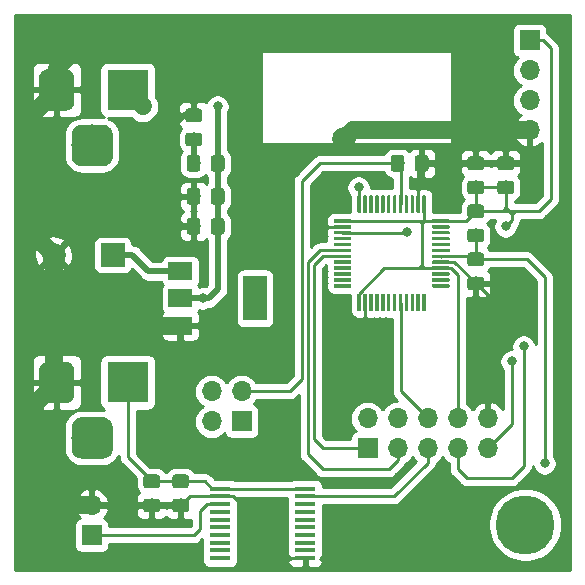
<source format=gbr>
G04 #@! TF.GenerationSoftware,KiCad,Pcbnew,(5.1.0-0)*
G04 #@! TF.CreationDate,2019-04-25T22:15:39+08:00*
G04 #@! TF.ProjectId,ws2812b,77733238-3132-4622-9e6b-696361645f70,rev?*
G04 #@! TF.SameCoordinates,Original*
G04 #@! TF.FileFunction,Copper,L2,Bot*
G04 #@! TF.FilePolarity,Positive*
%FSLAX46Y46*%
G04 Gerber Fmt 4.6, Leading zero omitted, Abs format (unit mm)*
G04 Created by KiCad (PCBNEW (5.1.0-0)) date 2019-04-25 22:15:39*
%MOMM*%
%LPD*%
G04 APERTURE LIST*
%ADD10C,0.100000*%
%ADD11C,0.300000*%
%ADD12R,1.700000X1.700000*%
%ADD13O,1.700000X1.700000*%
%ADD14C,1.150000*%
%ADD15R,2.000000X2.000000*%
%ADD16C,2.000000*%
%ADD17R,3.500000X3.500000*%
%ADD18C,3.000000*%
%ADD19C,3.500000*%
%ADD20R,2.000000X3.800000*%
%ADD21R,2.000000X1.500000*%
%ADD22R,1.750000X0.450000*%
%ADD23C,5.000000*%
%ADD24C,0.800000*%
%ADD25C,0.254000*%
%ADD26C,1.524000*%
%ADD27C,0.508000*%
G04 APERTURE END LIST*
D10*
G36*
X88144351Y-43328361D02*
G01*
X88151632Y-43329441D01*
X88158771Y-43331229D01*
X88165701Y-43333709D01*
X88172355Y-43336856D01*
X88178668Y-43340640D01*
X88184579Y-43345024D01*
X88190033Y-43349967D01*
X88194976Y-43355421D01*
X88199360Y-43361332D01*
X88203144Y-43367645D01*
X88206291Y-43374299D01*
X88208771Y-43381229D01*
X88210559Y-43388368D01*
X88211639Y-43395649D01*
X88212000Y-43403000D01*
X88212000Y-43553000D01*
X88211639Y-43560351D01*
X88210559Y-43567632D01*
X88208771Y-43574771D01*
X88206291Y-43581701D01*
X88203144Y-43588355D01*
X88199360Y-43594668D01*
X88194976Y-43600579D01*
X88190033Y-43606033D01*
X88184579Y-43610976D01*
X88178668Y-43615360D01*
X88172355Y-43619144D01*
X88165701Y-43622291D01*
X88158771Y-43624771D01*
X88151632Y-43626559D01*
X88144351Y-43627639D01*
X88137000Y-43628000D01*
X86812000Y-43628000D01*
X86804649Y-43627639D01*
X86797368Y-43626559D01*
X86790229Y-43624771D01*
X86783299Y-43622291D01*
X86776645Y-43619144D01*
X86770332Y-43615360D01*
X86764421Y-43610976D01*
X86758967Y-43606033D01*
X86754024Y-43600579D01*
X86749640Y-43594668D01*
X86745856Y-43588355D01*
X86742709Y-43581701D01*
X86740229Y-43574771D01*
X86738441Y-43567632D01*
X86737361Y-43560351D01*
X86737000Y-43553000D01*
X86737000Y-43403000D01*
X86737361Y-43395649D01*
X86738441Y-43388368D01*
X86740229Y-43381229D01*
X86742709Y-43374299D01*
X86745856Y-43367645D01*
X86749640Y-43361332D01*
X86754024Y-43355421D01*
X86758967Y-43349967D01*
X86764421Y-43345024D01*
X86770332Y-43340640D01*
X86776645Y-43336856D01*
X86783299Y-43333709D01*
X86790229Y-43331229D01*
X86797368Y-43329441D01*
X86804649Y-43328361D01*
X86812000Y-43328000D01*
X88137000Y-43328000D01*
X88144351Y-43328361D01*
X88144351Y-43328361D01*
G37*
D11*
X87474500Y-43478000D03*
D10*
G36*
X88144351Y-43828361D02*
G01*
X88151632Y-43829441D01*
X88158771Y-43831229D01*
X88165701Y-43833709D01*
X88172355Y-43836856D01*
X88178668Y-43840640D01*
X88184579Y-43845024D01*
X88190033Y-43849967D01*
X88194976Y-43855421D01*
X88199360Y-43861332D01*
X88203144Y-43867645D01*
X88206291Y-43874299D01*
X88208771Y-43881229D01*
X88210559Y-43888368D01*
X88211639Y-43895649D01*
X88212000Y-43903000D01*
X88212000Y-44053000D01*
X88211639Y-44060351D01*
X88210559Y-44067632D01*
X88208771Y-44074771D01*
X88206291Y-44081701D01*
X88203144Y-44088355D01*
X88199360Y-44094668D01*
X88194976Y-44100579D01*
X88190033Y-44106033D01*
X88184579Y-44110976D01*
X88178668Y-44115360D01*
X88172355Y-44119144D01*
X88165701Y-44122291D01*
X88158771Y-44124771D01*
X88151632Y-44126559D01*
X88144351Y-44127639D01*
X88137000Y-44128000D01*
X86812000Y-44128000D01*
X86804649Y-44127639D01*
X86797368Y-44126559D01*
X86790229Y-44124771D01*
X86783299Y-44122291D01*
X86776645Y-44119144D01*
X86770332Y-44115360D01*
X86764421Y-44110976D01*
X86758967Y-44106033D01*
X86754024Y-44100579D01*
X86749640Y-44094668D01*
X86745856Y-44088355D01*
X86742709Y-44081701D01*
X86740229Y-44074771D01*
X86738441Y-44067632D01*
X86737361Y-44060351D01*
X86737000Y-44053000D01*
X86737000Y-43903000D01*
X86737361Y-43895649D01*
X86738441Y-43888368D01*
X86740229Y-43881229D01*
X86742709Y-43874299D01*
X86745856Y-43867645D01*
X86749640Y-43861332D01*
X86754024Y-43855421D01*
X86758967Y-43849967D01*
X86764421Y-43845024D01*
X86770332Y-43840640D01*
X86776645Y-43836856D01*
X86783299Y-43833709D01*
X86790229Y-43831229D01*
X86797368Y-43829441D01*
X86804649Y-43828361D01*
X86812000Y-43828000D01*
X88137000Y-43828000D01*
X88144351Y-43828361D01*
X88144351Y-43828361D01*
G37*
D11*
X87474500Y-43978000D03*
D10*
G36*
X88144351Y-44328361D02*
G01*
X88151632Y-44329441D01*
X88158771Y-44331229D01*
X88165701Y-44333709D01*
X88172355Y-44336856D01*
X88178668Y-44340640D01*
X88184579Y-44345024D01*
X88190033Y-44349967D01*
X88194976Y-44355421D01*
X88199360Y-44361332D01*
X88203144Y-44367645D01*
X88206291Y-44374299D01*
X88208771Y-44381229D01*
X88210559Y-44388368D01*
X88211639Y-44395649D01*
X88212000Y-44403000D01*
X88212000Y-44553000D01*
X88211639Y-44560351D01*
X88210559Y-44567632D01*
X88208771Y-44574771D01*
X88206291Y-44581701D01*
X88203144Y-44588355D01*
X88199360Y-44594668D01*
X88194976Y-44600579D01*
X88190033Y-44606033D01*
X88184579Y-44610976D01*
X88178668Y-44615360D01*
X88172355Y-44619144D01*
X88165701Y-44622291D01*
X88158771Y-44624771D01*
X88151632Y-44626559D01*
X88144351Y-44627639D01*
X88137000Y-44628000D01*
X86812000Y-44628000D01*
X86804649Y-44627639D01*
X86797368Y-44626559D01*
X86790229Y-44624771D01*
X86783299Y-44622291D01*
X86776645Y-44619144D01*
X86770332Y-44615360D01*
X86764421Y-44610976D01*
X86758967Y-44606033D01*
X86754024Y-44600579D01*
X86749640Y-44594668D01*
X86745856Y-44588355D01*
X86742709Y-44581701D01*
X86740229Y-44574771D01*
X86738441Y-44567632D01*
X86737361Y-44560351D01*
X86737000Y-44553000D01*
X86737000Y-44403000D01*
X86737361Y-44395649D01*
X86738441Y-44388368D01*
X86740229Y-44381229D01*
X86742709Y-44374299D01*
X86745856Y-44367645D01*
X86749640Y-44361332D01*
X86754024Y-44355421D01*
X86758967Y-44349967D01*
X86764421Y-44345024D01*
X86770332Y-44340640D01*
X86776645Y-44336856D01*
X86783299Y-44333709D01*
X86790229Y-44331229D01*
X86797368Y-44329441D01*
X86804649Y-44328361D01*
X86812000Y-44328000D01*
X88137000Y-44328000D01*
X88144351Y-44328361D01*
X88144351Y-44328361D01*
G37*
D11*
X87474500Y-44478000D03*
D10*
G36*
X88144351Y-44828361D02*
G01*
X88151632Y-44829441D01*
X88158771Y-44831229D01*
X88165701Y-44833709D01*
X88172355Y-44836856D01*
X88178668Y-44840640D01*
X88184579Y-44845024D01*
X88190033Y-44849967D01*
X88194976Y-44855421D01*
X88199360Y-44861332D01*
X88203144Y-44867645D01*
X88206291Y-44874299D01*
X88208771Y-44881229D01*
X88210559Y-44888368D01*
X88211639Y-44895649D01*
X88212000Y-44903000D01*
X88212000Y-45053000D01*
X88211639Y-45060351D01*
X88210559Y-45067632D01*
X88208771Y-45074771D01*
X88206291Y-45081701D01*
X88203144Y-45088355D01*
X88199360Y-45094668D01*
X88194976Y-45100579D01*
X88190033Y-45106033D01*
X88184579Y-45110976D01*
X88178668Y-45115360D01*
X88172355Y-45119144D01*
X88165701Y-45122291D01*
X88158771Y-45124771D01*
X88151632Y-45126559D01*
X88144351Y-45127639D01*
X88137000Y-45128000D01*
X86812000Y-45128000D01*
X86804649Y-45127639D01*
X86797368Y-45126559D01*
X86790229Y-45124771D01*
X86783299Y-45122291D01*
X86776645Y-45119144D01*
X86770332Y-45115360D01*
X86764421Y-45110976D01*
X86758967Y-45106033D01*
X86754024Y-45100579D01*
X86749640Y-45094668D01*
X86745856Y-45088355D01*
X86742709Y-45081701D01*
X86740229Y-45074771D01*
X86738441Y-45067632D01*
X86737361Y-45060351D01*
X86737000Y-45053000D01*
X86737000Y-44903000D01*
X86737361Y-44895649D01*
X86738441Y-44888368D01*
X86740229Y-44881229D01*
X86742709Y-44874299D01*
X86745856Y-44867645D01*
X86749640Y-44861332D01*
X86754024Y-44855421D01*
X86758967Y-44849967D01*
X86764421Y-44845024D01*
X86770332Y-44840640D01*
X86776645Y-44836856D01*
X86783299Y-44833709D01*
X86790229Y-44831229D01*
X86797368Y-44829441D01*
X86804649Y-44828361D01*
X86812000Y-44828000D01*
X88137000Y-44828000D01*
X88144351Y-44828361D01*
X88144351Y-44828361D01*
G37*
D11*
X87474500Y-44978000D03*
D10*
G36*
X88144351Y-45328361D02*
G01*
X88151632Y-45329441D01*
X88158771Y-45331229D01*
X88165701Y-45333709D01*
X88172355Y-45336856D01*
X88178668Y-45340640D01*
X88184579Y-45345024D01*
X88190033Y-45349967D01*
X88194976Y-45355421D01*
X88199360Y-45361332D01*
X88203144Y-45367645D01*
X88206291Y-45374299D01*
X88208771Y-45381229D01*
X88210559Y-45388368D01*
X88211639Y-45395649D01*
X88212000Y-45403000D01*
X88212000Y-45553000D01*
X88211639Y-45560351D01*
X88210559Y-45567632D01*
X88208771Y-45574771D01*
X88206291Y-45581701D01*
X88203144Y-45588355D01*
X88199360Y-45594668D01*
X88194976Y-45600579D01*
X88190033Y-45606033D01*
X88184579Y-45610976D01*
X88178668Y-45615360D01*
X88172355Y-45619144D01*
X88165701Y-45622291D01*
X88158771Y-45624771D01*
X88151632Y-45626559D01*
X88144351Y-45627639D01*
X88137000Y-45628000D01*
X86812000Y-45628000D01*
X86804649Y-45627639D01*
X86797368Y-45626559D01*
X86790229Y-45624771D01*
X86783299Y-45622291D01*
X86776645Y-45619144D01*
X86770332Y-45615360D01*
X86764421Y-45610976D01*
X86758967Y-45606033D01*
X86754024Y-45600579D01*
X86749640Y-45594668D01*
X86745856Y-45588355D01*
X86742709Y-45581701D01*
X86740229Y-45574771D01*
X86738441Y-45567632D01*
X86737361Y-45560351D01*
X86737000Y-45553000D01*
X86737000Y-45403000D01*
X86737361Y-45395649D01*
X86738441Y-45388368D01*
X86740229Y-45381229D01*
X86742709Y-45374299D01*
X86745856Y-45367645D01*
X86749640Y-45361332D01*
X86754024Y-45355421D01*
X86758967Y-45349967D01*
X86764421Y-45345024D01*
X86770332Y-45340640D01*
X86776645Y-45336856D01*
X86783299Y-45333709D01*
X86790229Y-45331229D01*
X86797368Y-45329441D01*
X86804649Y-45328361D01*
X86812000Y-45328000D01*
X88137000Y-45328000D01*
X88144351Y-45328361D01*
X88144351Y-45328361D01*
G37*
D11*
X87474500Y-45478000D03*
D10*
G36*
X88144351Y-45828361D02*
G01*
X88151632Y-45829441D01*
X88158771Y-45831229D01*
X88165701Y-45833709D01*
X88172355Y-45836856D01*
X88178668Y-45840640D01*
X88184579Y-45845024D01*
X88190033Y-45849967D01*
X88194976Y-45855421D01*
X88199360Y-45861332D01*
X88203144Y-45867645D01*
X88206291Y-45874299D01*
X88208771Y-45881229D01*
X88210559Y-45888368D01*
X88211639Y-45895649D01*
X88212000Y-45903000D01*
X88212000Y-46053000D01*
X88211639Y-46060351D01*
X88210559Y-46067632D01*
X88208771Y-46074771D01*
X88206291Y-46081701D01*
X88203144Y-46088355D01*
X88199360Y-46094668D01*
X88194976Y-46100579D01*
X88190033Y-46106033D01*
X88184579Y-46110976D01*
X88178668Y-46115360D01*
X88172355Y-46119144D01*
X88165701Y-46122291D01*
X88158771Y-46124771D01*
X88151632Y-46126559D01*
X88144351Y-46127639D01*
X88137000Y-46128000D01*
X86812000Y-46128000D01*
X86804649Y-46127639D01*
X86797368Y-46126559D01*
X86790229Y-46124771D01*
X86783299Y-46122291D01*
X86776645Y-46119144D01*
X86770332Y-46115360D01*
X86764421Y-46110976D01*
X86758967Y-46106033D01*
X86754024Y-46100579D01*
X86749640Y-46094668D01*
X86745856Y-46088355D01*
X86742709Y-46081701D01*
X86740229Y-46074771D01*
X86738441Y-46067632D01*
X86737361Y-46060351D01*
X86737000Y-46053000D01*
X86737000Y-45903000D01*
X86737361Y-45895649D01*
X86738441Y-45888368D01*
X86740229Y-45881229D01*
X86742709Y-45874299D01*
X86745856Y-45867645D01*
X86749640Y-45861332D01*
X86754024Y-45855421D01*
X86758967Y-45849967D01*
X86764421Y-45845024D01*
X86770332Y-45840640D01*
X86776645Y-45836856D01*
X86783299Y-45833709D01*
X86790229Y-45831229D01*
X86797368Y-45829441D01*
X86804649Y-45828361D01*
X86812000Y-45828000D01*
X88137000Y-45828000D01*
X88144351Y-45828361D01*
X88144351Y-45828361D01*
G37*
D11*
X87474500Y-45978000D03*
D10*
G36*
X88144351Y-46328361D02*
G01*
X88151632Y-46329441D01*
X88158771Y-46331229D01*
X88165701Y-46333709D01*
X88172355Y-46336856D01*
X88178668Y-46340640D01*
X88184579Y-46345024D01*
X88190033Y-46349967D01*
X88194976Y-46355421D01*
X88199360Y-46361332D01*
X88203144Y-46367645D01*
X88206291Y-46374299D01*
X88208771Y-46381229D01*
X88210559Y-46388368D01*
X88211639Y-46395649D01*
X88212000Y-46403000D01*
X88212000Y-46553000D01*
X88211639Y-46560351D01*
X88210559Y-46567632D01*
X88208771Y-46574771D01*
X88206291Y-46581701D01*
X88203144Y-46588355D01*
X88199360Y-46594668D01*
X88194976Y-46600579D01*
X88190033Y-46606033D01*
X88184579Y-46610976D01*
X88178668Y-46615360D01*
X88172355Y-46619144D01*
X88165701Y-46622291D01*
X88158771Y-46624771D01*
X88151632Y-46626559D01*
X88144351Y-46627639D01*
X88137000Y-46628000D01*
X86812000Y-46628000D01*
X86804649Y-46627639D01*
X86797368Y-46626559D01*
X86790229Y-46624771D01*
X86783299Y-46622291D01*
X86776645Y-46619144D01*
X86770332Y-46615360D01*
X86764421Y-46610976D01*
X86758967Y-46606033D01*
X86754024Y-46600579D01*
X86749640Y-46594668D01*
X86745856Y-46588355D01*
X86742709Y-46581701D01*
X86740229Y-46574771D01*
X86738441Y-46567632D01*
X86737361Y-46560351D01*
X86737000Y-46553000D01*
X86737000Y-46403000D01*
X86737361Y-46395649D01*
X86738441Y-46388368D01*
X86740229Y-46381229D01*
X86742709Y-46374299D01*
X86745856Y-46367645D01*
X86749640Y-46361332D01*
X86754024Y-46355421D01*
X86758967Y-46349967D01*
X86764421Y-46345024D01*
X86770332Y-46340640D01*
X86776645Y-46336856D01*
X86783299Y-46333709D01*
X86790229Y-46331229D01*
X86797368Y-46329441D01*
X86804649Y-46328361D01*
X86812000Y-46328000D01*
X88137000Y-46328000D01*
X88144351Y-46328361D01*
X88144351Y-46328361D01*
G37*
D11*
X87474500Y-46478000D03*
D10*
G36*
X88144351Y-46828361D02*
G01*
X88151632Y-46829441D01*
X88158771Y-46831229D01*
X88165701Y-46833709D01*
X88172355Y-46836856D01*
X88178668Y-46840640D01*
X88184579Y-46845024D01*
X88190033Y-46849967D01*
X88194976Y-46855421D01*
X88199360Y-46861332D01*
X88203144Y-46867645D01*
X88206291Y-46874299D01*
X88208771Y-46881229D01*
X88210559Y-46888368D01*
X88211639Y-46895649D01*
X88212000Y-46903000D01*
X88212000Y-47053000D01*
X88211639Y-47060351D01*
X88210559Y-47067632D01*
X88208771Y-47074771D01*
X88206291Y-47081701D01*
X88203144Y-47088355D01*
X88199360Y-47094668D01*
X88194976Y-47100579D01*
X88190033Y-47106033D01*
X88184579Y-47110976D01*
X88178668Y-47115360D01*
X88172355Y-47119144D01*
X88165701Y-47122291D01*
X88158771Y-47124771D01*
X88151632Y-47126559D01*
X88144351Y-47127639D01*
X88137000Y-47128000D01*
X86812000Y-47128000D01*
X86804649Y-47127639D01*
X86797368Y-47126559D01*
X86790229Y-47124771D01*
X86783299Y-47122291D01*
X86776645Y-47119144D01*
X86770332Y-47115360D01*
X86764421Y-47110976D01*
X86758967Y-47106033D01*
X86754024Y-47100579D01*
X86749640Y-47094668D01*
X86745856Y-47088355D01*
X86742709Y-47081701D01*
X86740229Y-47074771D01*
X86738441Y-47067632D01*
X86737361Y-47060351D01*
X86737000Y-47053000D01*
X86737000Y-46903000D01*
X86737361Y-46895649D01*
X86738441Y-46888368D01*
X86740229Y-46881229D01*
X86742709Y-46874299D01*
X86745856Y-46867645D01*
X86749640Y-46861332D01*
X86754024Y-46855421D01*
X86758967Y-46849967D01*
X86764421Y-46845024D01*
X86770332Y-46840640D01*
X86776645Y-46836856D01*
X86783299Y-46833709D01*
X86790229Y-46831229D01*
X86797368Y-46829441D01*
X86804649Y-46828361D01*
X86812000Y-46828000D01*
X88137000Y-46828000D01*
X88144351Y-46828361D01*
X88144351Y-46828361D01*
G37*
D11*
X87474500Y-46978000D03*
D10*
G36*
X88144351Y-47328361D02*
G01*
X88151632Y-47329441D01*
X88158771Y-47331229D01*
X88165701Y-47333709D01*
X88172355Y-47336856D01*
X88178668Y-47340640D01*
X88184579Y-47345024D01*
X88190033Y-47349967D01*
X88194976Y-47355421D01*
X88199360Y-47361332D01*
X88203144Y-47367645D01*
X88206291Y-47374299D01*
X88208771Y-47381229D01*
X88210559Y-47388368D01*
X88211639Y-47395649D01*
X88212000Y-47403000D01*
X88212000Y-47553000D01*
X88211639Y-47560351D01*
X88210559Y-47567632D01*
X88208771Y-47574771D01*
X88206291Y-47581701D01*
X88203144Y-47588355D01*
X88199360Y-47594668D01*
X88194976Y-47600579D01*
X88190033Y-47606033D01*
X88184579Y-47610976D01*
X88178668Y-47615360D01*
X88172355Y-47619144D01*
X88165701Y-47622291D01*
X88158771Y-47624771D01*
X88151632Y-47626559D01*
X88144351Y-47627639D01*
X88137000Y-47628000D01*
X86812000Y-47628000D01*
X86804649Y-47627639D01*
X86797368Y-47626559D01*
X86790229Y-47624771D01*
X86783299Y-47622291D01*
X86776645Y-47619144D01*
X86770332Y-47615360D01*
X86764421Y-47610976D01*
X86758967Y-47606033D01*
X86754024Y-47600579D01*
X86749640Y-47594668D01*
X86745856Y-47588355D01*
X86742709Y-47581701D01*
X86740229Y-47574771D01*
X86738441Y-47567632D01*
X86737361Y-47560351D01*
X86737000Y-47553000D01*
X86737000Y-47403000D01*
X86737361Y-47395649D01*
X86738441Y-47388368D01*
X86740229Y-47381229D01*
X86742709Y-47374299D01*
X86745856Y-47367645D01*
X86749640Y-47361332D01*
X86754024Y-47355421D01*
X86758967Y-47349967D01*
X86764421Y-47345024D01*
X86770332Y-47340640D01*
X86776645Y-47336856D01*
X86783299Y-47333709D01*
X86790229Y-47331229D01*
X86797368Y-47329441D01*
X86804649Y-47328361D01*
X86812000Y-47328000D01*
X88137000Y-47328000D01*
X88144351Y-47328361D01*
X88144351Y-47328361D01*
G37*
D11*
X87474500Y-47478000D03*
D10*
G36*
X88144351Y-47828361D02*
G01*
X88151632Y-47829441D01*
X88158771Y-47831229D01*
X88165701Y-47833709D01*
X88172355Y-47836856D01*
X88178668Y-47840640D01*
X88184579Y-47845024D01*
X88190033Y-47849967D01*
X88194976Y-47855421D01*
X88199360Y-47861332D01*
X88203144Y-47867645D01*
X88206291Y-47874299D01*
X88208771Y-47881229D01*
X88210559Y-47888368D01*
X88211639Y-47895649D01*
X88212000Y-47903000D01*
X88212000Y-48053000D01*
X88211639Y-48060351D01*
X88210559Y-48067632D01*
X88208771Y-48074771D01*
X88206291Y-48081701D01*
X88203144Y-48088355D01*
X88199360Y-48094668D01*
X88194976Y-48100579D01*
X88190033Y-48106033D01*
X88184579Y-48110976D01*
X88178668Y-48115360D01*
X88172355Y-48119144D01*
X88165701Y-48122291D01*
X88158771Y-48124771D01*
X88151632Y-48126559D01*
X88144351Y-48127639D01*
X88137000Y-48128000D01*
X86812000Y-48128000D01*
X86804649Y-48127639D01*
X86797368Y-48126559D01*
X86790229Y-48124771D01*
X86783299Y-48122291D01*
X86776645Y-48119144D01*
X86770332Y-48115360D01*
X86764421Y-48110976D01*
X86758967Y-48106033D01*
X86754024Y-48100579D01*
X86749640Y-48094668D01*
X86745856Y-48088355D01*
X86742709Y-48081701D01*
X86740229Y-48074771D01*
X86738441Y-48067632D01*
X86737361Y-48060351D01*
X86737000Y-48053000D01*
X86737000Y-47903000D01*
X86737361Y-47895649D01*
X86738441Y-47888368D01*
X86740229Y-47881229D01*
X86742709Y-47874299D01*
X86745856Y-47867645D01*
X86749640Y-47861332D01*
X86754024Y-47855421D01*
X86758967Y-47849967D01*
X86764421Y-47845024D01*
X86770332Y-47840640D01*
X86776645Y-47836856D01*
X86783299Y-47833709D01*
X86790229Y-47831229D01*
X86797368Y-47829441D01*
X86804649Y-47828361D01*
X86812000Y-47828000D01*
X88137000Y-47828000D01*
X88144351Y-47828361D01*
X88144351Y-47828361D01*
G37*
D11*
X87474500Y-47978000D03*
D10*
G36*
X88144351Y-48328361D02*
G01*
X88151632Y-48329441D01*
X88158771Y-48331229D01*
X88165701Y-48333709D01*
X88172355Y-48336856D01*
X88178668Y-48340640D01*
X88184579Y-48345024D01*
X88190033Y-48349967D01*
X88194976Y-48355421D01*
X88199360Y-48361332D01*
X88203144Y-48367645D01*
X88206291Y-48374299D01*
X88208771Y-48381229D01*
X88210559Y-48388368D01*
X88211639Y-48395649D01*
X88212000Y-48403000D01*
X88212000Y-48553000D01*
X88211639Y-48560351D01*
X88210559Y-48567632D01*
X88208771Y-48574771D01*
X88206291Y-48581701D01*
X88203144Y-48588355D01*
X88199360Y-48594668D01*
X88194976Y-48600579D01*
X88190033Y-48606033D01*
X88184579Y-48610976D01*
X88178668Y-48615360D01*
X88172355Y-48619144D01*
X88165701Y-48622291D01*
X88158771Y-48624771D01*
X88151632Y-48626559D01*
X88144351Y-48627639D01*
X88137000Y-48628000D01*
X86812000Y-48628000D01*
X86804649Y-48627639D01*
X86797368Y-48626559D01*
X86790229Y-48624771D01*
X86783299Y-48622291D01*
X86776645Y-48619144D01*
X86770332Y-48615360D01*
X86764421Y-48610976D01*
X86758967Y-48606033D01*
X86754024Y-48600579D01*
X86749640Y-48594668D01*
X86745856Y-48588355D01*
X86742709Y-48581701D01*
X86740229Y-48574771D01*
X86738441Y-48567632D01*
X86737361Y-48560351D01*
X86737000Y-48553000D01*
X86737000Y-48403000D01*
X86737361Y-48395649D01*
X86738441Y-48388368D01*
X86740229Y-48381229D01*
X86742709Y-48374299D01*
X86745856Y-48367645D01*
X86749640Y-48361332D01*
X86754024Y-48355421D01*
X86758967Y-48349967D01*
X86764421Y-48345024D01*
X86770332Y-48340640D01*
X86776645Y-48336856D01*
X86783299Y-48333709D01*
X86790229Y-48331229D01*
X86797368Y-48329441D01*
X86804649Y-48328361D01*
X86812000Y-48328000D01*
X88137000Y-48328000D01*
X88144351Y-48328361D01*
X88144351Y-48328361D01*
G37*
D11*
X87474500Y-48478000D03*
D10*
G36*
X88144351Y-48828361D02*
G01*
X88151632Y-48829441D01*
X88158771Y-48831229D01*
X88165701Y-48833709D01*
X88172355Y-48836856D01*
X88178668Y-48840640D01*
X88184579Y-48845024D01*
X88190033Y-48849967D01*
X88194976Y-48855421D01*
X88199360Y-48861332D01*
X88203144Y-48867645D01*
X88206291Y-48874299D01*
X88208771Y-48881229D01*
X88210559Y-48888368D01*
X88211639Y-48895649D01*
X88212000Y-48903000D01*
X88212000Y-49053000D01*
X88211639Y-49060351D01*
X88210559Y-49067632D01*
X88208771Y-49074771D01*
X88206291Y-49081701D01*
X88203144Y-49088355D01*
X88199360Y-49094668D01*
X88194976Y-49100579D01*
X88190033Y-49106033D01*
X88184579Y-49110976D01*
X88178668Y-49115360D01*
X88172355Y-49119144D01*
X88165701Y-49122291D01*
X88158771Y-49124771D01*
X88151632Y-49126559D01*
X88144351Y-49127639D01*
X88137000Y-49128000D01*
X86812000Y-49128000D01*
X86804649Y-49127639D01*
X86797368Y-49126559D01*
X86790229Y-49124771D01*
X86783299Y-49122291D01*
X86776645Y-49119144D01*
X86770332Y-49115360D01*
X86764421Y-49110976D01*
X86758967Y-49106033D01*
X86754024Y-49100579D01*
X86749640Y-49094668D01*
X86745856Y-49088355D01*
X86742709Y-49081701D01*
X86740229Y-49074771D01*
X86738441Y-49067632D01*
X86737361Y-49060351D01*
X86737000Y-49053000D01*
X86737000Y-48903000D01*
X86737361Y-48895649D01*
X86738441Y-48888368D01*
X86740229Y-48881229D01*
X86742709Y-48874299D01*
X86745856Y-48867645D01*
X86749640Y-48861332D01*
X86754024Y-48855421D01*
X86758967Y-48849967D01*
X86764421Y-48845024D01*
X86770332Y-48840640D01*
X86776645Y-48836856D01*
X86783299Y-48833709D01*
X86790229Y-48831229D01*
X86797368Y-48829441D01*
X86804649Y-48828361D01*
X86812000Y-48828000D01*
X88137000Y-48828000D01*
X88144351Y-48828361D01*
X88144351Y-48828361D01*
G37*
D11*
X87474500Y-48978000D03*
D10*
G36*
X86144351Y-49653361D02*
G01*
X86151632Y-49654441D01*
X86158771Y-49656229D01*
X86165701Y-49658709D01*
X86172355Y-49661856D01*
X86178668Y-49665640D01*
X86184579Y-49670024D01*
X86190033Y-49674967D01*
X86194976Y-49680421D01*
X86199360Y-49686332D01*
X86203144Y-49692645D01*
X86206291Y-49699299D01*
X86208771Y-49706229D01*
X86210559Y-49713368D01*
X86211639Y-49720649D01*
X86212000Y-49728000D01*
X86212000Y-51053000D01*
X86211639Y-51060351D01*
X86210559Y-51067632D01*
X86208771Y-51074771D01*
X86206291Y-51081701D01*
X86203144Y-51088355D01*
X86199360Y-51094668D01*
X86194976Y-51100579D01*
X86190033Y-51106033D01*
X86184579Y-51110976D01*
X86178668Y-51115360D01*
X86172355Y-51119144D01*
X86165701Y-51122291D01*
X86158771Y-51124771D01*
X86151632Y-51126559D01*
X86144351Y-51127639D01*
X86137000Y-51128000D01*
X85987000Y-51128000D01*
X85979649Y-51127639D01*
X85972368Y-51126559D01*
X85965229Y-51124771D01*
X85958299Y-51122291D01*
X85951645Y-51119144D01*
X85945332Y-51115360D01*
X85939421Y-51110976D01*
X85933967Y-51106033D01*
X85929024Y-51100579D01*
X85924640Y-51094668D01*
X85920856Y-51088355D01*
X85917709Y-51081701D01*
X85915229Y-51074771D01*
X85913441Y-51067632D01*
X85912361Y-51060351D01*
X85912000Y-51053000D01*
X85912000Y-49728000D01*
X85912361Y-49720649D01*
X85913441Y-49713368D01*
X85915229Y-49706229D01*
X85917709Y-49699299D01*
X85920856Y-49692645D01*
X85924640Y-49686332D01*
X85929024Y-49680421D01*
X85933967Y-49674967D01*
X85939421Y-49670024D01*
X85945332Y-49665640D01*
X85951645Y-49661856D01*
X85958299Y-49658709D01*
X85965229Y-49656229D01*
X85972368Y-49654441D01*
X85979649Y-49653361D01*
X85987000Y-49653000D01*
X86137000Y-49653000D01*
X86144351Y-49653361D01*
X86144351Y-49653361D01*
G37*
D11*
X86062000Y-50390500D03*
D10*
G36*
X85644351Y-49653361D02*
G01*
X85651632Y-49654441D01*
X85658771Y-49656229D01*
X85665701Y-49658709D01*
X85672355Y-49661856D01*
X85678668Y-49665640D01*
X85684579Y-49670024D01*
X85690033Y-49674967D01*
X85694976Y-49680421D01*
X85699360Y-49686332D01*
X85703144Y-49692645D01*
X85706291Y-49699299D01*
X85708771Y-49706229D01*
X85710559Y-49713368D01*
X85711639Y-49720649D01*
X85712000Y-49728000D01*
X85712000Y-51053000D01*
X85711639Y-51060351D01*
X85710559Y-51067632D01*
X85708771Y-51074771D01*
X85706291Y-51081701D01*
X85703144Y-51088355D01*
X85699360Y-51094668D01*
X85694976Y-51100579D01*
X85690033Y-51106033D01*
X85684579Y-51110976D01*
X85678668Y-51115360D01*
X85672355Y-51119144D01*
X85665701Y-51122291D01*
X85658771Y-51124771D01*
X85651632Y-51126559D01*
X85644351Y-51127639D01*
X85637000Y-51128000D01*
X85487000Y-51128000D01*
X85479649Y-51127639D01*
X85472368Y-51126559D01*
X85465229Y-51124771D01*
X85458299Y-51122291D01*
X85451645Y-51119144D01*
X85445332Y-51115360D01*
X85439421Y-51110976D01*
X85433967Y-51106033D01*
X85429024Y-51100579D01*
X85424640Y-51094668D01*
X85420856Y-51088355D01*
X85417709Y-51081701D01*
X85415229Y-51074771D01*
X85413441Y-51067632D01*
X85412361Y-51060351D01*
X85412000Y-51053000D01*
X85412000Y-49728000D01*
X85412361Y-49720649D01*
X85413441Y-49713368D01*
X85415229Y-49706229D01*
X85417709Y-49699299D01*
X85420856Y-49692645D01*
X85424640Y-49686332D01*
X85429024Y-49680421D01*
X85433967Y-49674967D01*
X85439421Y-49670024D01*
X85445332Y-49665640D01*
X85451645Y-49661856D01*
X85458299Y-49658709D01*
X85465229Y-49656229D01*
X85472368Y-49654441D01*
X85479649Y-49653361D01*
X85487000Y-49653000D01*
X85637000Y-49653000D01*
X85644351Y-49653361D01*
X85644351Y-49653361D01*
G37*
D11*
X85562000Y-50390500D03*
D10*
G36*
X85144351Y-49653361D02*
G01*
X85151632Y-49654441D01*
X85158771Y-49656229D01*
X85165701Y-49658709D01*
X85172355Y-49661856D01*
X85178668Y-49665640D01*
X85184579Y-49670024D01*
X85190033Y-49674967D01*
X85194976Y-49680421D01*
X85199360Y-49686332D01*
X85203144Y-49692645D01*
X85206291Y-49699299D01*
X85208771Y-49706229D01*
X85210559Y-49713368D01*
X85211639Y-49720649D01*
X85212000Y-49728000D01*
X85212000Y-51053000D01*
X85211639Y-51060351D01*
X85210559Y-51067632D01*
X85208771Y-51074771D01*
X85206291Y-51081701D01*
X85203144Y-51088355D01*
X85199360Y-51094668D01*
X85194976Y-51100579D01*
X85190033Y-51106033D01*
X85184579Y-51110976D01*
X85178668Y-51115360D01*
X85172355Y-51119144D01*
X85165701Y-51122291D01*
X85158771Y-51124771D01*
X85151632Y-51126559D01*
X85144351Y-51127639D01*
X85137000Y-51128000D01*
X84987000Y-51128000D01*
X84979649Y-51127639D01*
X84972368Y-51126559D01*
X84965229Y-51124771D01*
X84958299Y-51122291D01*
X84951645Y-51119144D01*
X84945332Y-51115360D01*
X84939421Y-51110976D01*
X84933967Y-51106033D01*
X84929024Y-51100579D01*
X84924640Y-51094668D01*
X84920856Y-51088355D01*
X84917709Y-51081701D01*
X84915229Y-51074771D01*
X84913441Y-51067632D01*
X84912361Y-51060351D01*
X84912000Y-51053000D01*
X84912000Y-49728000D01*
X84912361Y-49720649D01*
X84913441Y-49713368D01*
X84915229Y-49706229D01*
X84917709Y-49699299D01*
X84920856Y-49692645D01*
X84924640Y-49686332D01*
X84929024Y-49680421D01*
X84933967Y-49674967D01*
X84939421Y-49670024D01*
X84945332Y-49665640D01*
X84951645Y-49661856D01*
X84958299Y-49658709D01*
X84965229Y-49656229D01*
X84972368Y-49654441D01*
X84979649Y-49653361D01*
X84987000Y-49653000D01*
X85137000Y-49653000D01*
X85144351Y-49653361D01*
X85144351Y-49653361D01*
G37*
D11*
X85062000Y-50390500D03*
D10*
G36*
X84644351Y-49653361D02*
G01*
X84651632Y-49654441D01*
X84658771Y-49656229D01*
X84665701Y-49658709D01*
X84672355Y-49661856D01*
X84678668Y-49665640D01*
X84684579Y-49670024D01*
X84690033Y-49674967D01*
X84694976Y-49680421D01*
X84699360Y-49686332D01*
X84703144Y-49692645D01*
X84706291Y-49699299D01*
X84708771Y-49706229D01*
X84710559Y-49713368D01*
X84711639Y-49720649D01*
X84712000Y-49728000D01*
X84712000Y-51053000D01*
X84711639Y-51060351D01*
X84710559Y-51067632D01*
X84708771Y-51074771D01*
X84706291Y-51081701D01*
X84703144Y-51088355D01*
X84699360Y-51094668D01*
X84694976Y-51100579D01*
X84690033Y-51106033D01*
X84684579Y-51110976D01*
X84678668Y-51115360D01*
X84672355Y-51119144D01*
X84665701Y-51122291D01*
X84658771Y-51124771D01*
X84651632Y-51126559D01*
X84644351Y-51127639D01*
X84637000Y-51128000D01*
X84487000Y-51128000D01*
X84479649Y-51127639D01*
X84472368Y-51126559D01*
X84465229Y-51124771D01*
X84458299Y-51122291D01*
X84451645Y-51119144D01*
X84445332Y-51115360D01*
X84439421Y-51110976D01*
X84433967Y-51106033D01*
X84429024Y-51100579D01*
X84424640Y-51094668D01*
X84420856Y-51088355D01*
X84417709Y-51081701D01*
X84415229Y-51074771D01*
X84413441Y-51067632D01*
X84412361Y-51060351D01*
X84412000Y-51053000D01*
X84412000Y-49728000D01*
X84412361Y-49720649D01*
X84413441Y-49713368D01*
X84415229Y-49706229D01*
X84417709Y-49699299D01*
X84420856Y-49692645D01*
X84424640Y-49686332D01*
X84429024Y-49680421D01*
X84433967Y-49674967D01*
X84439421Y-49670024D01*
X84445332Y-49665640D01*
X84451645Y-49661856D01*
X84458299Y-49658709D01*
X84465229Y-49656229D01*
X84472368Y-49654441D01*
X84479649Y-49653361D01*
X84487000Y-49653000D01*
X84637000Y-49653000D01*
X84644351Y-49653361D01*
X84644351Y-49653361D01*
G37*
D11*
X84562000Y-50390500D03*
D10*
G36*
X84144351Y-49653361D02*
G01*
X84151632Y-49654441D01*
X84158771Y-49656229D01*
X84165701Y-49658709D01*
X84172355Y-49661856D01*
X84178668Y-49665640D01*
X84184579Y-49670024D01*
X84190033Y-49674967D01*
X84194976Y-49680421D01*
X84199360Y-49686332D01*
X84203144Y-49692645D01*
X84206291Y-49699299D01*
X84208771Y-49706229D01*
X84210559Y-49713368D01*
X84211639Y-49720649D01*
X84212000Y-49728000D01*
X84212000Y-51053000D01*
X84211639Y-51060351D01*
X84210559Y-51067632D01*
X84208771Y-51074771D01*
X84206291Y-51081701D01*
X84203144Y-51088355D01*
X84199360Y-51094668D01*
X84194976Y-51100579D01*
X84190033Y-51106033D01*
X84184579Y-51110976D01*
X84178668Y-51115360D01*
X84172355Y-51119144D01*
X84165701Y-51122291D01*
X84158771Y-51124771D01*
X84151632Y-51126559D01*
X84144351Y-51127639D01*
X84137000Y-51128000D01*
X83987000Y-51128000D01*
X83979649Y-51127639D01*
X83972368Y-51126559D01*
X83965229Y-51124771D01*
X83958299Y-51122291D01*
X83951645Y-51119144D01*
X83945332Y-51115360D01*
X83939421Y-51110976D01*
X83933967Y-51106033D01*
X83929024Y-51100579D01*
X83924640Y-51094668D01*
X83920856Y-51088355D01*
X83917709Y-51081701D01*
X83915229Y-51074771D01*
X83913441Y-51067632D01*
X83912361Y-51060351D01*
X83912000Y-51053000D01*
X83912000Y-49728000D01*
X83912361Y-49720649D01*
X83913441Y-49713368D01*
X83915229Y-49706229D01*
X83917709Y-49699299D01*
X83920856Y-49692645D01*
X83924640Y-49686332D01*
X83929024Y-49680421D01*
X83933967Y-49674967D01*
X83939421Y-49670024D01*
X83945332Y-49665640D01*
X83951645Y-49661856D01*
X83958299Y-49658709D01*
X83965229Y-49656229D01*
X83972368Y-49654441D01*
X83979649Y-49653361D01*
X83987000Y-49653000D01*
X84137000Y-49653000D01*
X84144351Y-49653361D01*
X84144351Y-49653361D01*
G37*
D11*
X84062000Y-50390500D03*
D10*
G36*
X83644351Y-49653361D02*
G01*
X83651632Y-49654441D01*
X83658771Y-49656229D01*
X83665701Y-49658709D01*
X83672355Y-49661856D01*
X83678668Y-49665640D01*
X83684579Y-49670024D01*
X83690033Y-49674967D01*
X83694976Y-49680421D01*
X83699360Y-49686332D01*
X83703144Y-49692645D01*
X83706291Y-49699299D01*
X83708771Y-49706229D01*
X83710559Y-49713368D01*
X83711639Y-49720649D01*
X83712000Y-49728000D01*
X83712000Y-51053000D01*
X83711639Y-51060351D01*
X83710559Y-51067632D01*
X83708771Y-51074771D01*
X83706291Y-51081701D01*
X83703144Y-51088355D01*
X83699360Y-51094668D01*
X83694976Y-51100579D01*
X83690033Y-51106033D01*
X83684579Y-51110976D01*
X83678668Y-51115360D01*
X83672355Y-51119144D01*
X83665701Y-51122291D01*
X83658771Y-51124771D01*
X83651632Y-51126559D01*
X83644351Y-51127639D01*
X83637000Y-51128000D01*
X83487000Y-51128000D01*
X83479649Y-51127639D01*
X83472368Y-51126559D01*
X83465229Y-51124771D01*
X83458299Y-51122291D01*
X83451645Y-51119144D01*
X83445332Y-51115360D01*
X83439421Y-51110976D01*
X83433967Y-51106033D01*
X83429024Y-51100579D01*
X83424640Y-51094668D01*
X83420856Y-51088355D01*
X83417709Y-51081701D01*
X83415229Y-51074771D01*
X83413441Y-51067632D01*
X83412361Y-51060351D01*
X83412000Y-51053000D01*
X83412000Y-49728000D01*
X83412361Y-49720649D01*
X83413441Y-49713368D01*
X83415229Y-49706229D01*
X83417709Y-49699299D01*
X83420856Y-49692645D01*
X83424640Y-49686332D01*
X83429024Y-49680421D01*
X83433967Y-49674967D01*
X83439421Y-49670024D01*
X83445332Y-49665640D01*
X83451645Y-49661856D01*
X83458299Y-49658709D01*
X83465229Y-49656229D01*
X83472368Y-49654441D01*
X83479649Y-49653361D01*
X83487000Y-49653000D01*
X83637000Y-49653000D01*
X83644351Y-49653361D01*
X83644351Y-49653361D01*
G37*
D11*
X83562000Y-50390500D03*
D10*
G36*
X83144351Y-49653361D02*
G01*
X83151632Y-49654441D01*
X83158771Y-49656229D01*
X83165701Y-49658709D01*
X83172355Y-49661856D01*
X83178668Y-49665640D01*
X83184579Y-49670024D01*
X83190033Y-49674967D01*
X83194976Y-49680421D01*
X83199360Y-49686332D01*
X83203144Y-49692645D01*
X83206291Y-49699299D01*
X83208771Y-49706229D01*
X83210559Y-49713368D01*
X83211639Y-49720649D01*
X83212000Y-49728000D01*
X83212000Y-51053000D01*
X83211639Y-51060351D01*
X83210559Y-51067632D01*
X83208771Y-51074771D01*
X83206291Y-51081701D01*
X83203144Y-51088355D01*
X83199360Y-51094668D01*
X83194976Y-51100579D01*
X83190033Y-51106033D01*
X83184579Y-51110976D01*
X83178668Y-51115360D01*
X83172355Y-51119144D01*
X83165701Y-51122291D01*
X83158771Y-51124771D01*
X83151632Y-51126559D01*
X83144351Y-51127639D01*
X83137000Y-51128000D01*
X82987000Y-51128000D01*
X82979649Y-51127639D01*
X82972368Y-51126559D01*
X82965229Y-51124771D01*
X82958299Y-51122291D01*
X82951645Y-51119144D01*
X82945332Y-51115360D01*
X82939421Y-51110976D01*
X82933967Y-51106033D01*
X82929024Y-51100579D01*
X82924640Y-51094668D01*
X82920856Y-51088355D01*
X82917709Y-51081701D01*
X82915229Y-51074771D01*
X82913441Y-51067632D01*
X82912361Y-51060351D01*
X82912000Y-51053000D01*
X82912000Y-49728000D01*
X82912361Y-49720649D01*
X82913441Y-49713368D01*
X82915229Y-49706229D01*
X82917709Y-49699299D01*
X82920856Y-49692645D01*
X82924640Y-49686332D01*
X82929024Y-49680421D01*
X82933967Y-49674967D01*
X82939421Y-49670024D01*
X82945332Y-49665640D01*
X82951645Y-49661856D01*
X82958299Y-49658709D01*
X82965229Y-49656229D01*
X82972368Y-49654441D01*
X82979649Y-49653361D01*
X82987000Y-49653000D01*
X83137000Y-49653000D01*
X83144351Y-49653361D01*
X83144351Y-49653361D01*
G37*
D11*
X83062000Y-50390500D03*
D10*
G36*
X82644351Y-49653361D02*
G01*
X82651632Y-49654441D01*
X82658771Y-49656229D01*
X82665701Y-49658709D01*
X82672355Y-49661856D01*
X82678668Y-49665640D01*
X82684579Y-49670024D01*
X82690033Y-49674967D01*
X82694976Y-49680421D01*
X82699360Y-49686332D01*
X82703144Y-49692645D01*
X82706291Y-49699299D01*
X82708771Y-49706229D01*
X82710559Y-49713368D01*
X82711639Y-49720649D01*
X82712000Y-49728000D01*
X82712000Y-51053000D01*
X82711639Y-51060351D01*
X82710559Y-51067632D01*
X82708771Y-51074771D01*
X82706291Y-51081701D01*
X82703144Y-51088355D01*
X82699360Y-51094668D01*
X82694976Y-51100579D01*
X82690033Y-51106033D01*
X82684579Y-51110976D01*
X82678668Y-51115360D01*
X82672355Y-51119144D01*
X82665701Y-51122291D01*
X82658771Y-51124771D01*
X82651632Y-51126559D01*
X82644351Y-51127639D01*
X82637000Y-51128000D01*
X82487000Y-51128000D01*
X82479649Y-51127639D01*
X82472368Y-51126559D01*
X82465229Y-51124771D01*
X82458299Y-51122291D01*
X82451645Y-51119144D01*
X82445332Y-51115360D01*
X82439421Y-51110976D01*
X82433967Y-51106033D01*
X82429024Y-51100579D01*
X82424640Y-51094668D01*
X82420856Y-51088355D01*
X82417709Y-51081701D01*
X82415229Y-51074771D01*
X82413441Y-51067632D01*
X82412361Y-51060351D01*
X82412000Y-51053000D01*
X82412000Y-49728000D01*
X82412361Y-49720649D01*
X82413441Y-49713368D01*
X82415229Y-49706229D01*
X82417709Y-49699299D01*
X82420856Y-49692645D01*
X82424640Y-49686332D01*
X82429024Y-49680421D01*
X82433967Y-49674967D01*
X82439421Y-49670024D01*
X82445332Y-49665640D01*
X82451645Y-49661856D01*
X82458299Y-49658709D01*
X82465229Y-49656229D01*
X82472368Y-49654441D01*
X82479649Y-49653361D01*
X82487000Y-49653000D01*
X82637000Y-49653000D01*
X82644351Y-49653361D01*
X82644351Y-49653361D01*
G37*
D11*
X82562000Y-50390500D03*
D10*
G36*
X82144351Y-49653361D02*
G01*
X82151632Y-49654441D01*
X82158771Y-49656229D01*
X82165701Y-49658709D01*
X82172355Y-49661856D01*
X82178668Y-49665640D01*
X82184579Y-49670024D01*
X82190033Y-49674967D01*
X82194976Y-49680421D01*
X82199360Y-49686332D01*
X82203144Y-49692645D01*
X82206291Y-49699299D01*
X82208771Y-49706229D01*
X82210559Y-49713368D01*
X82211639Y-49720649D01*
X82212000Y-49728000D01*
X82212000Y-51053000D01*
X82211639Y-51060351D01*
X82210559Y-51067632D01*
X82208771Y-51074771D01*
X82206291Y-51081701D01*
X82203144Y-51088355D01*
X82199360Y-51094668D01*
X82194976Y-51100579D01*
X82190033Y-51106033D01*
X82184579Y-51110976D01*
X82178668Y-51115360D01*
X82172355Y-51119144D01*
X82165701Y-51122291D01*
X82158771Y-51124771D01*
X82151632Y-51126559D01*
X82144351Y-51127639D01*
X82137000Y-51128000D01*
X81987000Y-51128000D01*
X81979649Y-51127639D01*
X81972368Y-51126559D01*
X81965229Y-51124771D01*
X81958299Y-51122291D01*
X81951645Y-51119144D01*
X81945332Y-51115360D01*
X81939421Y-51110976D01*
X81933967Y-51106033D01*
X81929024Y-51100579D01*
X81924640Y-51094668D01*
X81920856Y-51088355D01*
X81917709Y-51081701D01*
X81915229Y-51074771D01*
X81913441Y-51067632D01*
X81912361Y-51060351D01*
X81912000Y-51053000D01*
X81912000Y-49728000D01*
X81912361Y-49720649D01*
X81913441Y-49713368D01*
X81915229Y-49706229D01*
X81917709Y-49699299D01*
X81920856Y-49692645D01*
X81924640Y-49686332D01*
X81929024Y-49680421D01*
X81933967Y-49674967D01*
X81939421Y-49670024D01*
X81945332Y-49665640D01*
X81951645Y-49661856D01*
X81958299Y-49658709D01*
X81965229Y-49656229D01*
X81972368Y-49654441D01*
X81979649Y-49653361D01*
X81987000Y-49653000D01*
X82137000Y-49653000D01*
X82144351Y-49653361D01*
X82144351Y-49653361D01*
G37*
D11*
X82062000Y-50390500D03*
D10*
G36*
X81644351Y-49653361D02*
G01*
X81651632Y-49654441D01*
X81658771Y-49656229D01*
X81665701Y-49658709D01*
X81672355Y-49661856D01*
X81678668Y-49665640D01*
X81684579Y-49670024D01*
X81690033Y-49674967D01*
X81694976Y-49680421D01*
X81699360Y-49686332D01*
X81703144Y-49692645D01*
X81706291Y-49699299D01*
X81708771Y-49706229D01*
X81710559Y-49713368D01*
X81711639Y-49720649D01*
X81712000Y-49728000D01*
X81712000Y-51053000D01*
X81711639Y-51060351D01*
X81710559Y-51067632D01*
X81708771Y-51074771D01*
X81706291Y-51081701D01*
X81703144Y-51088355D01*
X81699360Y-51094668D01*
X81694976Y-51100579D01*
X81690033Y-51106033D01*
X81684579Y-51110976D01*
X81678668Y-51115360D01*
X81672355Y-51119144D01*
X81665701Y-51122291D01*
X81658771Y-51124771D01*
X81651632Y-51126559D01*
X81644351Y-51127639D01*
X81637000Y-51128000D01*
X81487000Y-51128000D01*
X81479649Y-51127639D01*
X81472368Y-51126559D01*
X81465229Y-51124771D01*
X81458299Y-51122291D01*
X81451645Y-51119144D01*
X81445332Y-51115360D01*
X81439421Y-51110976D01*
X81433967Y-51106033D01*
X81429024Y-51100579D01*
X81424640Y-51094668D01*
X81420856Y-51088355D01*
X81417709Y-51081701D01*
X81415229Y-51074771D01*
X81413441Y-51067632D01*
X81412361Y-51060351D01*
X81412000Y-51053000D01*
X81412000Y-49728000D01*
X81412361Y-49720649D01*
X81413441Y-49713368D01*
X81415229Y-49706229D01*
X81417709Y-49699299D01*
X81420856Y-49692645D01*
X81424640Y-49686332D01*
X81429024Y-49680421D01*
X81433967Y-49674967D01*
X81439421Y-49670024D01*
X81445332Y-49665640D01*
X81451645Y-49661856D01*
X81458299Y-49658709D01*
X81465229Y-49656229D01*
X81472368Y-49654441D01*
X81479649Y-49653361D01*
X81487000Y-49653000D01*
X81637000Y-49653000D01*
X81644351Y-49653361D01*
X81644351Y-49653361D01*
G37*
D11*
X81562000Y-50390500D03*
D10*
G36*
X81144351Y-49653361D02*
G01*
X81151632Y-49654441D01*
X81158771Y-49656229D01*
X81165701Y-49658709D01*
X81172355Y-49661856D01*
X81178668Y-49665640D01*
X81184579Y-49670024D01*
X81190033Y-49674967D01*
X81194976Y-49680421D01*
X81199360Y-49686332D01*
X81203144Y-49692645D01*
X81206291Y-49699299D01*
X81208771Y-49706229D01*
X81210559Y-49713368D01*
X81211639Y-49720649D01*
X81212000Y-49728000D01*
X81212000Y-51053000D01*
X81211639Y-51060351D01*
X81210559Y-51067632D01*
X81208771Y-51074771D01*
X81206291Y-51081701D01*
X81203144Y-51088355D01*
X81199360Y-51094668D01*
X81194976Y-51100579D01*
X81190033Y-51106033D01*
X81184579Y-51110976D01*
X81178668Y-51115360D01*
X81172355Y-51119144D01*
X81165701Y-51122291D01*
X81158771Y-51124771D01*
X81151632Y-51126559D01*
X81144351Y-51127639D01*
X81137000Y-51128000D01*
X80987000Y-51128000D01*
X80979649Y-51127639D01*
X80972368Y-51126559D01*
X80965229Y-51124771D01*
X80958299Y-51122291D01*
X80951645Y-51119144D01*
X80945332Y-51115360D01*
X80939421Y-51110976D01*
X80933967Y-51106033D01*
X80929024Y-51100579D01*
X80924640Y-51094668D01*
X80920856Y-51088355D01*
X80917709Y-51081701D01*
X80915229Y-51074771D01*
X80913441Y-51067632D01*
X80912361Y-51060351D01*
X80912000Y-51053000D01*
X80912000Y-49728000D01*
X80912361Y-49720649D01*
X80913441Y-49713368D01*
X80915229Y-49706229D01*
X80917709Y-49699299D01*
X80920856Y-49692645D01*
X80924640Y-49686332D01*
X80929024Y-49680421D01*
X80933967Y-49674967D01*
X80939421Y-49670024D01*
X80945332Y-49665640D01*
X80951645Y-49661856D01*
X80958299Y-49658709D01*
X80965229Y-49656229D01*
X80972368Y-49654441D01*
X80979649Y-49653361D01*
X80987000Y-49653000D01*
X81137000Y-49653000D01*
X81144351Y-49653361D01*
X81144351Y-49653361D01*
G37*
D11*
X81062000Y-50390500D03*
D10*
G36*
X80644351Y-49653361D02*
G01*
X80651632Y-49654441D01*
X80658771Y-49656229D01*
X80665701Y-49658709D01*
X80672355Y-49661856D01*
X80678668Y-49665640D01*
X80684579Y-49670024D01*
X80690033Y-49674967D01*
X80694976Y-49680421D01*
X80699360Y-49686332D01*
X80703144Y-49692645D01*
X80706291Y-49699299D01*
X80708771Y-49706229D01*
X80710559Y-49713368D01*
X80711639Y-49720649D01*
X80712000Y-49728000D01*
X80712000Y-51053000D01*
X80711639Y-51060351D01*
X80710559Y-51067632D01*
X80708771Y-51074771D01*
X80706291Y-51081701D01*
X80703144Y-51088355D01*
X80699360Y-51094668D01*
X80694976Y-51100579D01*
X80690033Y-51106033D01*
X80684579Y-51110976D01*
X80678668Y-51115360D01*
X80672355Y-51119144D01*
X80665701Y-51122291D01*
X80658771Y-51124771D01*
X80651632Y-51126559D01*
X80644351Y-51127639D01*
X80637000Y-51128000D01*
X80487000Y-51128000D01*
X80479649Y-51127639D01*
X80472368Y-51126559D01*
X80465229Y-51124771D01*
X80458299Y-51122291D01*
X80451645Y-51119144D01*
X80445332Y-51115360D01*
X80439421Y-51110976D01*
X80433967Y-51106033D01*
X80429024Y-51100579D01*
X80424640Y-51094668D01*
X80420856Y-51088355D01*
X80417709Y-51081701D01*
X80415229Y-51074771D01*
X80413441Y-51067632D01*
X80412361Y-51060351D01*
X80412000Y-51053000D01*
X80412000Y-49728000D01*
X80412361Y-49720649D01*
X80413441Y-49713368D01*
X80415229Y-49706229D01*
X80417709Y-49699299D01*
X80420856Y-49692645D01*
X80424640Y-49686332D01*
X80429024Y-49680421D01*
X80433967Y-49674967D01*
X80439421Y-49670024D01*
X80445332Y-49665640D01*
X80451645Y-49661856D01*
X80458299Y-49658709D01*
X80465229Y-49656229D01*
X80472368Y-49654441D01*
X80479649Y-49653361D01*
X80487000Y-49653000D01*
X80637000Y-49653000D01*
X80644351Y-49653361D01*
X80644351Y-49653361D01*
G37*
D11*
X80562000Y-50390500D03*
D10*
G36*
X79819351Y-48828361D02*
G01*
X79826632Y-48829441D01*
X79833771Y-48831229D01*
X79840701Y-48833709D01*
X79847355Y-48836856D01*
X79853668Y-48840640D01*
X79859579Y-48845024D01*
X79865033Y-48849967D01*
X79869976Y-48855421D01*
X79874360Y-48861332D01*
X79878144Y-48867645D01*
X79881291Y-48874299D01*
X79883771Y-48881229D01*
X79885559Y-48888368D01*
X79886639Y-48895649D01*
X79887000Y-48903000D01*
X79887000Y-49053000D01*
X79886639Y-49060351D01*
X79885559Y-49067632D01*
X79883771Y-49074771D01*
X79881291Y-49081701D01*
X79878144Y-49088355D01*
X79874360Y-49094668D01*
X79869976Y-49100579D01*
X79865033Y-49106033D01*
X79859579Y-49110976D01*
X79853668Y-49115360D01*
X79847355Y-49119144D01*
X79840701Y-49122291D01*
X79833771Y-49124771D01*
X79826632Y-49126559D01*
X79819351Y-49127639D01*
X79812000Y-49128000D01*
X78487000Y-49128000D01*
X78479649Y-49127639D01*
X78472368Y-49126559D01*
X78465229Y-49124771D01*
X78458299Y-49122291D01*
X78451645Y-49119144D01*
X78445332Y-49115360D01*
X78439421Y-49110976D01*
X78433967Y-49106033D01*
X78429024Y-49100579D01*
X78424640Y-49094668D01*
X78420856Y-49088355D01*
X78417709Y-49081701D01*
X78415229Y-49074771D01*
X78413441Y-49067632D01*
X78412361Y-49060351D01*
X78412000Y-49053000D01*
X78412000Y-48903000D01*
X78412361Y-48895649D01*
X78413441Y-48888368D01*
X78415229Y-48881229D01*
X78417709Y-48874299D01*
X78420856Y-48867645D01*
X78424640Y-48861332D01*
X78429024Y-48855421D01*
X78433967Y-48849967D01*
X78439421Y-48845024D01*
X78445332Y-48840640D01*
X78451645Y-48836856D01*
X78458299Y-48833709D01*
X78465229Y-48831229D01*
X78472368Y-48829441D01*
X78479649Y-48828361D01*
X78487000Y-48828000D01*
X79812000Y-48828000D01*
X79819351Y-48828361D01*
X79819351Y-48828361D01*
G37*
D11*
X79149500Y-48978000D03*
D10*
G36*
X79819351Y-48328361D02*
G01*
X79826632Y-48329441D01*
X79833771Y-48331229D01*
X79840701Y-48333709D01*
X79847355Y-48336856D01*
X79853668Y-48340640D01*
X79859579Y-48345024D01*
X79865033Y-48349967D01*
X79869976Y-48355421D01*
X79874360Y-48361332D01*
X79878144Y-48367645D01*
X79881291Y-48374299D01*
X79883771Y-48381229D01*
X79885559Y-48388368D01*
X79886639Y-48395649D01*
X79887000Y-48403000D01*
X79887000Y-48553000D01*
X79886639Y-48560351D01*
X79885559Y-48567632D01*
X79883771Y-48574771D01*
X79881291Y-48581701D01*
X79878144Y-48588355D01*
X79874360Y-48594668D01*
X79869976Y-48600579D01*
X79865033Y-48606033D01*
X79859579Y-48610976D01*
X79853668Y-48615360D01*
X79847355Y-48619144D01*
X79840701Y-48622291D01*
X79833771Y-48624771D01*
X79826632Y-48626559D01*
X79819351Y-48627639D01*
X79812000Y-48628000D01*
X78487000Y-48628000D01*
X78479649Y-48627639D01*
X78472368Y-48626559D01*
X78465229Y-48624771D01*
X78458299Y-48622291D01*
X78451645Y-48619144D01*
X78445332Y-48615360D01*
X78439421Y-48610976D01*
X78433967Y-48606033D01*
X78429024Y-48600579D01*
X78424640Y-48594668D01*
X78420856Y-48588355D01*
X78417709Y-48581701D01*
X78415229Y-48574771D01*
X78413441Y-48567632D01*
X78412361Y-48560351D01*
X78412000Y-48553000D01*
X78412000Y-48403000D01*
X78412361Y-48395649D01*
X78413441Y-48388368D01*
X78415229Y-48381229D01*
X78417709Y-48374299D01*
X78420856Y-48367645D01*
X78424640Y-48361332D01*
X78429024Y-48355421D01*
X78433967Y-48349967D01*
X78439421Y-48345024D01*
X78445332Y-48340640D01*
X78451645Y-48336856D01*
X78458299Y-48333709D01*
X78465229Y-48331229D01*
X78472368Y-48329441D01*
X78479649Y-48328361D01*
X78487000Y-48328000D01*
X79812000Y-48328000D01*
X79819351Y-48328361D01*
X79819351Y-48328361D01*
G37*
D11*
X79149500Y-48478000D03*
D10*
G36*
X79819351Y-47828361D02*
G01*
X79826632Y-47829441D01*
X79833771Y-47831229D01*
X79840701Y-47833709D01*
X79847355Y-47836856D01*
X79853668Y-47840640D01*
X79859579Y-47845024D01*
X79865033Y-47849967D01*
X79869976Y-47855421D01*
X79874360Y-47861332D01*
X79878144Y-47867645D01*
X79881291Y-47874299D01*
X79883771Y-47881229D01*
X79885559Y-47888368D01*
X79886639Y-47895649D01*
X79887000Y-47903000D01*
X79887000Y-48053000D01*
X79886639Y-48060351D01*
X79885559Y-48067632D01*
X79883771Y-48074771D01*
X79881291Y-48081701D01*
X79878144Y-48088355D01*
X79874360Y-48094668D01*
X79869976Y-48100579D01*
X79865033Y-48106033D01*
X79859579Y-48110976D01*
X79853668Y-48115360D01*
X79847355Y-48119144D01*
X79840701Y-48122291D01*
X79833771Y-48124771D01*
X79826632Y-48126559D01*
X79819351Y-48127639D01*
X79812000Y-48128000D01*
X78487000Y-48128000D01*
X78479649Y-48127639D01*
X78472368Y-48126559D01*
X78465229Y-48124771D01*
X78458299Y-48122291D01*
X78451645Y-48119144D01*
X78445332Y-48115360D01*
X78439421Y-48110976D01*
X78433967Y-48106033D01*
X78429024Y-48100579D01*
X78424640Y-48094668D01*
X78420856Y-48088355D01*
X78417709Y-48081701D01*
X78415229Y-48074771D01*
X78413441Y-48067632D01*
X78412361Y-48060351D01*
X78412000Y-48053000D01*
X78412000Y-47903000D01*
X78412361Y-47895649D01*
X78413441Y-47888368D01*
X78415229Y-47881229D01*
X78417709Y-47874299D01*
X78420856Y-47867645D01*
X78424640Y-47861332D01*
X78429024Y-47855421D01*
X78433967Y-47849967D01*
X78439421Y-47845024D01*
X78445332Y-47840640D01*
X78451645Y-47836856D01*
X78458299Y-47833709D01*
X78465229Y-47831229D01*
X78472368Y-47829441D01*
X78479649Y-47828361D01*
X78487000Y-47828000D01*
X79812000Y-47828000D01*
X79819351Y-47828361D01*
X79819351Y-47828361D01*
G37*
D11*
X79149500Y-47978000D03*
D10*
G36*
X79819351Y-47328361D02*
G01*
X79826632Y-47329441D01*
X79833771Y-47331229D01*
X79840701Y-47333709D01*
X79847355Y-47336856D01*
X79853668Y-47340640D01*
X79859579Y-47345024D01*
X79865033Y-47349967D01*
X79869976Y-47355421D01*
X79874360Y-47361332D01*
X79878144Y-47367645D01*
X79881291Y-47374299D01*
X79883771Y-47381229D01*
X79885559Y-47388368D01*
X79886639Y-47395649D01*
X79887000Y-47403000D01*
X79887000Y-47553000D01*
X79886639Y-47560351D01*
X79885559Y-47567632D01*
X79883771Y-47574771D01*
X79881291Y-47581701D01*
X79878144Y-47588355D01*
X79874360Y-47594668D01*
X79869976Y-47600579D01*
X79865033Y-47606033D01*
X79859579Y-47610976D01*
X79853668Y-47615360D01*
X79847355Y-47619144D01*
X79840701Y-47622291D01*
X79833771Y-47624771D01*
X79826632Y-47626559D01*
X79819351Y-47627639D01*
X79812000Y-47628000D01*
X78487000Y-47628000D01*
X78479649Y-47627639D01*
X78472368Y-47626559D01*
X78465229Y-47624771D01*
X78458299Y-47622291D01*
X78451645Y-47619144D01*
X78445332Y-47615360D01*
X78439421Y-47610976D01*
X78433967Y-47606033D01*
X78429024Y-47600579D01*
X78424640Y-47594668D01*
X78420856Y-47588355D01*
X78417709Y-47581701D01*
X78415229Y-47574771D01*
X78413441Y-47567632D01*
X78412361Y-47560351D01*
X78412000Y-47553000D01*
X78412000Y-47403000D01*
X78412361Y-47395649D01*
X78413441Y-47388368D01*
X78415229Y-47381229D01*
X78417709Y-47374299D01*
X78420856Y-47367645D01*
X78424640Y-47361332D01*
X78429024Y-47355421D01*
X78433967Y-47349967D01*
X78439421Y-47345024D01*
X78445332Y-47340640D01*
X78451645Y-47336856D01*
X78458299Y-47333709D01*
X78465229Y-47331229D01*
X78472368Y-47329441D01*
X78479649Y-47328361D01*
X78487000Y-47328000D01*
X79812000Y-47328000D01*
X79819351Y-47328361D01*
X79819351Y-47328361D01*
G37*
D11*
X79149500Y-47478000D03*
D10*
G36*
X79819351Y-46828361D02*
G01*
X79826632Y-46829441D01*
X79833771Y-46831229D01*
X79840701Y-46833709D01*
X79847355Y-46836856D01*
X79853668Y-46840640D01*
X79859579Y-46845024D01*
X79865033Y-46849967D01*
X79869976Y-46855421D01*
X79874360Y-46861332D01*
X79878144Y-46867645D01*
X79881291Y-46874299D01*
X79883771Y-46881229D01*
X79885559Y-46888368D01*
X79886639Y-46895649D01*
X79887000Y-46903000D01*
X79887000Y-47053000D01*
X79886639Y-47060351D01*
X79885559Y-47067632D01*
X79883771Y-47074771D01*
X79881291Y-47081701D01*
X79878144Y-47088355D01*
X79874360Y-47094668D01*
X79869976Y-47100579D01*
X79865033Y-47106033D01*
X79859579Y-47110976D01*
X79853668Y-47115360D01*
X79847355Y-47119144D01*
X79840701Y-47122291D01*
X79833771Y-47124771D01*
X79826632Y-47126559D01*
X79819351Y-47127639D01*
X79812000Y-47128000D01*
X78487000Y-47128000D01*
X78479649Y-47127639D01*
X78472368Y-47126559D01*
X78465229Y-47124771D01*
X78458299Y-47122291D01*
X78451645Y-47119144D01*
X78445332Y-47115360D01*
X78439421Y-47110976D01*
X78433967Y-47106033D01*
X78429024Y-47100579D01*
X78424640Y-47094668D01*
X78420856Y-47088355D01*
X78417709Y-47081701D01*
X78415229Y-47074771D01*
X78413441Y-47067632D01*
X78412361Y-47060351D01*
X78412000Y-47053000D01*
X78412000Y-46903000D01*
X78412361Y-46895649D01*
X78413441Y-46888368D01*
X78415229Y-46881229D01*
X78417709Y-46874299D01*
X78420856Y-46867645D01*
X78424640Y-46861332D01*
X78429024Y-46855421D01*
X78433967Y-46849967D01*
X78439421Y-46845024D01*
X78445332Y-46840640D01*
X78451645Y-46836856D01*
X78458299Y-46833709D01*
X78465229Y-46831229D01*
X78472368Y-46829441D01*
X78479649Y-46828361D01*
X78487000Y-46828000D01*
X79812000Y-46828000D01*
X79819351Y-46828361D01*
X79819351Y-46828361D01*
G37*
D11*
X79149500Y-46978000D03*
D10*
G36*
X79819351Y-46328361D02*
G01*
X79826632Y-46329441D01*
X79833771Y-46331229D01*
X79840701Y-46333709D01*
X79847355Y-46336856D01*
X79853668Y-46340640D01*
X79859579Y-46345024D01*
X79865033Y-46349967D01*
X79869976Y-46355421D01*
X79874360Y-46361332D01*
X79878144Y-46367645D01*
X79881291Y-46374299D01*
X79883771Y-46381229D01*
X79885559Y-46388368D01*
X79886639Y-46395649D01*
X79887000Y-46403000D01*
X79887000Y-46553000D01*
X79886639Y-46560351D01*
X79885559Y-46567632D01*
X79883771Y-46574771D01*
X79881291Y-46581701D01*
X79878144Y-46588355D01*
X79874360Y-46594668D01*
X79869976Y-46600579D01*
X79865033Y-46606033D01*
X79859579Y-46610976D01*
X79853668Y-46615360D01*
X79847355Y-46619144D01*
X79840701Y-46622291D01*
X79833771Y-46624771D01*
X79826632Y-46626559D01*
X79819351Y-46627639D01*
X79812000Y-46628000D01*
X78487000Y-46628000D01*
X78479649Y-46627639D01*
X78472368Y-46626559D01*
X78465229Y-46624771D01*
X78458299Y-46622291D01*
X78451645Y-46619144D01*
X78445332Y-46615360D01*
X78439421Y-46610976D01*
X78433967Y-46606033D01*
X78429024Y-46600579D01*
X78424640Y-46594668D01*
X78420856Y-46588355D01*
X78417709Y-46581701D01*
X78415229Y-46574771D01*
X78413441Y-46567632D01*
X78412361Y-46560351D01*
X78412000Y-46553000D01*
X78412000Y-46403000D01*
X78412361Y-46395649D01*
X78413441Y-46388368D01*
X78415229Y-46381229D01*
X78417709Y-46374299D01*
X78420856Y-46367645D01*
X78424640Y-46361332D01*
X78429024Y-46355421D01*
X78433967Y-46349967D01*
X78439421Y-46345024D01*
X78445332Y-46340640D01*
X78451645Y-46336856D01*
X78458299Y-46333709D01*
X78465229Y-46331229D01*
X78472368Y-46329441D01*
X78479649Y-46328361D01*
X78487000Y-46328000D01*
X79812000Y-46328000D01*
X79819351Y-46328361D01*
X79819351Y-46328361D01*
G37*
D11*
X79149500Y-46478000D03*
D10*
G36*
X79819351Y-45828361D02*
G01*
X79826632Y-45829441D01*
X79833771Y-45831229D01*
X79840701Y-45833709D01*
X79847355Y-45836856D01*
X79853668Y-45840640D01*
X79859579Y-45845024D01*
X79865033Y-45849967D01*
X79869976Y-45855421D01*
X79874360Y-45861332D01*
X79878144Y-45867645D01*
X79881291Y-45874299D01*
X79883771Y-45881229D01*
X79885559Y-45888368D01*
X79886639Y-45895649D01*
X79887000Y-45903000D01*
X79887000Y-46053000D01*
X79886639Y-46060351D01*
X79885559Y-46067632D01*
X79883771Y-46074771D01*
X79881291Y-46081701D01*
X79878144Y-46088355D01*
X79874360Y-46094668D01*
X79869976Y-46100579D01*
X79865033Y-46106033D01*
X79859579Y-46110976D01*
X79853668Y-46115360D01*
X79847355Y-46119144D01*
X79840701Y-46122291D01*
X79833771Y-46124771D01*
X79826632Y-46126559D01*
X79819351Y-46127639D01*
X79812000Y-46128000D01*
X78487000Y-46128000D01*
X78479649Y-46127639D01*
X78472368Y-46126559D01*
X78465229Y-46124771D01*
X78458299Y-46122291D01*
X78451645Y-46119144D01*
X78445332Y-46115360D01*
X78439421Y-46110976D01*
X78433967Y-46106033D01*
X78429024Y-46100579D01*
X78424640Y-46094668D01*
X78420856Y-46088355D01*
X78417709Y-46081701D01*
X78415229Y-46074771D01*
X78413441Y-46067632D01*
X78412361Y-46060351D01*
X78412000Y-46053000D01*
X78412000Y-45903000D01*
X78412361Y-45895649D01*
X78413441Y-45888368D01*
X78415229Y-45881229D01*
X78417709Y-45874299D01*
X78420856Y-45867645D01*
X78424640Y-45861332D01*
X78429024Y-45855421D01*
X78433967Y-45849967D01*
X78439421Y-45845024D01*
X78445332Y-45840640D01*
X78451645Y-45836856D01*
X78458299Y-45833709D01*
X78465229Y-45831229D01*
X78472368Y-45829441D01*
X78479649Y-45828361D01*
X78487000Y-45828000D01*
X79812000Y-45828000D01*
X79819351Y-45828361D01*
X79819351Y-45828361D01*
G37*
D11*
X79149500Y-45978000D03*
D10*
G36*
X79819351Y-45328361D02*
G01*
X79826632Y-45329441D01*
X79833771Y-45331229D01*
X79840701Y-45333709D01*
X79847355Y-45336856D01*
X79853668Y-45340640D01*
X79859579Y-45345024D01*
X79865033Y-45349967D01*
X79869976Y-45355421D01*
X79874360Y-45361332D01*
X79878144Y-45367645D01*
X79881291Y-45374299D01*
X79883771Y-45381229D01*
X79885559Y-45388368D01*
X79886639Y-45395649D01*
X79887000Y-45403000D01*
X79887000Y-45553000D01*
X79886639Y-45560351D01*
X79885559Y-45567632D01*
X79883771Y-45574771D01*
X79881291Y-45581701D01*
X79878144Y-45588355D01*
X79874360Y-45594668D01*
X79869976Y-45600579D01*
X79865033Y-45606033D01*
X79859579Y-45610976D01*
X79853668Y-45615360D01*
X79847355Y-45619144D01*
X79840701Y-45622291D01*
X79833771Y-45624771D01*
X79826632Y-45626559D01*
X79819351Y-45627639D01*
X79812000Y-45628000D01*
X78487000Y-45628000D01*
X78479649Y-45627639D01*
X78472368Y-45626559D01*
X78465229Y-45624771D01*
X78458299Y-45622291D01*
X78451645Y-45619144D01*
X78445332Y-45615360D01*
X78439421Y-45610976D01*
X78433967Y-45606033D01*
X78429024Y-45600579D01*
X78424640Y-45594668D01*
X78420856Y-45588355D01*
X78417709Y-45581701D01*
X78415229Y-45574771D01*
X78413441Y-45567632D01*
X78412361Y-45560351D01*
X78412000Y-45553000D01*
X78412000Y-45403000D01*
X78412361Y-45395649D01*
X78413441Y-45388368D01*
X78415229Y-45381229D01*
X78417709Y-45374299D01*
X78420856Y-45367645D01*
X78424640Y-45361332D01*
X78429024Y-45355421D01*
X78433967Y-45349967D01*
X78439421Y-45345024D01*
X78445332Y-45340640D01*
X78451645Y-45336856D01*
X78458299Y-45333709D01*
X78465229Y-45331229D01*
X78472368Y-45329441D01*
X78479649Y-45328361D01*
X78487000Y-45328000D01*
X79812000Y-45328000D01*
X79819351Y-45328361D01*
X79819351Y-45328361D01*
G37*
D11*
X79149500Y-45478000D03*
D10*
G36*
X79819351Y-44828361D02*
G01*
X79826632Y-44829441D01*
X79833771Y-44831229D01*
X79840701Y-44833709D01*
X79847355Y-44836856D01*
X79853668Y-44840640D01*
X79859579Y-44845024D01*
X79865033Y-44849967D01*
X79869976Y-44855421D01*
X79874360Y-44861332D01*
X79878144Y-44867645D01*
X79881291Y-44874299D01*
X79883771Y-44881229D01*
X79885559Y-44888368D01*
X79886639Y-44895649D01*
X79887000Y-44903000D01*
X79887000Y-45053000D01*
X79886639Y-45060351D01*
X79885559Y-45067632D01*
X79883771Y-45074771D01*
X79881291Y-45081701D01*
X79878144Y-45088355D01*
X79874360Y-45094668D01*
X79869976Y-45100579D01*
X79865033Y-45106033D01*
X79859579Y-45110976D01*
X79853668Y-45115360D01*
X79847355Y-45119144D01*
X79840701Y-45122291D01*
X79833771Y-45124771D01*
X79826632Y-45126559D01*
X79819351Y-45127639D01*
X79812000Y-45128000D01*
X78487000Y-45128000D01*
X78479649Y-45127639D01*
X78472368Y-45126559D01*
X78465229Y-45124771D01*
X78458299Y-45122291D01*
X78451645Y-45119144D01*
X78445332Y-45115360D01*
X78439421Y-45110976D01*
X78433967Y-45106033D01*
X78429024Y-45100579D01*
X78424640Y-45094668D01*
X78420856Y-45088355D01*
X78417709Y-45081701D01*
X78415229Y-45074771D01*
X78413441Y-45067632D01*
X78412361Y-45060351D01*
X78412000Y-45053000D01*
X78412000Y-44903000D01*
X78412361Y-44895649D01*
X78413441Y-44888368D01*
X78415229Y-44881229D01*
X78417709Y-44874299D01*
X78420856Y-44867645D01*
X78424640Y-44861332D01*
X78429024Y-44855421D01*
X78433967Y-44849967D01*
X78439421Y-44845024D01*
X78445332Y-44840640D01*
X78451645Y-44836856D01*
X78458299Y-44833709D01*
X78465229Y-44831229D01*
X78472368Y-44829441D01*
X78479649Y-44828361D01*
X78487000Y-44828000D01*
X79812000Y-44828000D01*
X79819351Y-44828361D01*
X79819351Y-44828361D01*
G37*
D11*
X79149500Y-44978000D03*
D10*
G36*
X79819351Y-44328361D02*
G01*
X79826632Y-44329441D01*
X79833771Y-44331229D01*
X79840701Y-44333709D01*
X79847355Y-44336856D01*
X79853668Y-44340640D01*
X79859579Y-44345024D01*
X79865033Y-44349967D01*
X79869976Y-44355421D01*
X79874360Y-44361332D01*
X79878144Y-44367645D01*
X79881291Y-44374299D01*
X79883771Y-44381229D01*
X79885559Y-44388368D01*
X79886639Y-44395649D01*
X79887000Y-44403000D01*
X79887000Y-44553000D01*
X79886639Y-44560351D01*
X79885559Y-44567632D01*
X79883771Y-44574771D01*
X79881291Y-44581701D01*
X79878144Y-44588355D01*
X79874360Y-44594668D01*
X79869976Y-44600579D01*
X79865033Y-44606033D01*
X79859579Y-44610976D01*
X79853668Y-44615360D01*
X79847355Y-44619144D01*
X79840701Y-44622291D01*
X79833771Y-44624771D01*
X79826632Y-44626559D01*
X79819351Y-44627639D01*
X79812000Y-44628000D01*
X78487000Y-44628000D01*
X78479649Y-44627639D01*
X78472368Y-44626559D01*
X78465229Y-44624771D01*
X78458299Y-44622291D01*
X78451645Y-44619144D01*
X78445332Y-44615360D01*
X78439421Y-44610976D01*
X78433967Y-44606033D01*
X78429024Y-44600579D01*
X78424640Y-44594668D01*
X78420856Y-44588355D01*
X78417709Y-44581701D01*
X78415229Y-44574771D01*
X78413441Y-44567632D01*
X78412361Y-44560351D01*
X78412000Y-44553000D01*
X78412000Y-44403000D01*
X78412361Y-44395649D01*
X78413441Y-44388368D01*
X78415229Y-44381229D01*
X78417709Y-44374299D01*
X78420856Y-44367645D01*
X78424640Y-44361332D01*
X78429024Y-44355421D01*
X78433967Y-44349967D01*
X78439421Y-44345024D01*
X78445332Y-44340640D01*
X78451645Y-44336856D01*
X78458299Y-44333709D01*
X78465229Y-44331229D01*
X78472368Y-44329441D01*
X78479649Y-44328361D01*
X78487000Y-44328000D01*
X79812000Y-44328000D01*
X79819351Y-44328361D01*
X79819351Y-44328361D01*
G37*
D11*
X79149500Y-44478000D03*
D10*
G36*
X79819351Y-43828361D02*
G01*
X79826632Y-43829441D01*
X79833771Y-43831229D01*
X79840701Y-43833709D01*
X79847355Y-43836856D01*
X79853668Y-43840640D01*
X79859579Y-43845024D01*
X79865033Y-43849967D01*
X79869976Y-43855421D01*
X79874360Y-43861332D01*
X79878144Y-43867645D01*
X79881291Y-43874299D01*
X79883771Y-43881229D01*
X79885559Y-43888368D01*
X79886639Y-43895649D01*
X79887000Y-43903000D01*
X79887000Y-44053000D01*
X79886639Y-44060351D01*
X79885559Y-44067632D01*
X79883771Y-44074771D01*
X79881291Y-44081701D01*
X79878144Y-44088355D01*
X79874360Y-44094668D01*
X79869976Y-44100579D01*
X79865033Y-44106033D01*
X79859579Y-44110976D01*
X79853668Y-44115360D01*
X79847355Y-44119144D01*
X79840701Y-44122291D01*
X79833771Y-44124771D01*
X79826632Y-44126559D01*
X79819351Y-44127639D01*
X79812000Y-44128000D01*
X78487000Y-44128000D01*
X78479649Y-44127639D01*
X78472368Y-44126559D01*
X78465229Y-44124771D01*
X78458299Y-44122291D01*
X78451645Y-44119144D01*
X78445332Y-44115360D01*
X78439421Y-44110976D01*
X78433967Y-44106033D01*
X78429024Y-44100579D01*
X78424640Y-44094668D01*
X78420856Y-44088355D01*
X78417709Y-44081701D01*
X78415229Y-44074771D01*
X78413441Y-44067632D01*
X78412361Y-44060351D01*
X78412000Y-44053000D01*
X78412000Y-43903000D01*
X78412361Y-43895649D01*
X78413441Y-43888368D01*
X78415229Y-43881229D01*
X78417709Y-43874299D01*
X78420856Y-43867645D01*
X78424640Y-43861332D01*
X78429024Y-43855421D01*
X78433967Y-43849967D01*
X78439421Y-43845024D01*
X78445332Y-43840640D01*
X78451645Y-43836856D01*
X78458299Y-43833709D01*
X78465229Y-43831229D01*
X78472368Y-43829441D01*
X78479649Y-43828361D01*
X78487000Y-43828000D01*
X79812000Y-43828000D01*
X79819351Y-43828361D01*
X79819351Y-43828361D01*
G37*
D11*
X79149500Y-43978000D03*
D10*
G36*
X79819351Y-43328361D02*
G01*
X79826632Y-43329441D01*
X79833771Y-43331229D01*
X79840701Y-43333709D01*
X79847355Y-43336856D01*
X79853668Y-43340640D01*
X79859579Y-43345024D01*
X79865033Y-43349967D01*
X79869976Y-43355421D01*
X79874360Y-43361332D01*
X79878144Y-43367645D01*
X79881291Y-43374299D01*
X79883771Y-43381229D01*
X79885559Y-43388368D01*
X79886639Y-43395649D01*
X79887000Y-43403000D01*
X79887000Y-43553000D01*
X79886639Y-43560351D01*
X79885559Y-43567632D01*
X79883771Y-43574771D01*
X79881291Y-43581701D01*
X79878144Y-43588355D01*
X79874360Y-43594668D01*
X79869976Y-43600579D01*
X79865033Y-43606033D01*
X79859579Y-43610976D01*
X79853668Y-43615360D01*
X79847355Y-43619144D01*
X79840701Y-43622291D01*
X79833771Y-43624771D01*
X79826632Y-43626559D01*
X79819351Y-43627639D01*
X79812000Y-43628000D01*
X78487000Y-43628000D01*
X78479649Y-43627639D01*
X78472368Y-43626559D01*
X78465229Y-43624771D01*
X78458299Y-43622291D01*
X78451645Y-43619144D01*
X78445332Y-43615360D01*
X78439421Y-43610976D01*
X78433967Y-43606033D01*
X78429024Y-43600579D01*
X78424640Y-43594668D01*
X78420856Y-43588355D01*
X78417709Y-43581701D01*
X78415229Y-43574771D01*
X78413441Y-43567632D01*
X78412361Y-43560351D01*
X78412000Y-43553000D01*
X78412000Y-43403000D01*
X78412361Y-43395649D01*
X78413441Y-43388368D01*
X78415229Y-43381229D01*
X78417709Y-43374299D01*
X78420856Y-43367645D01*
X78424640Y-43361332D01*
X78429024Y-43355421D01*
X78433967Y-43349967D01*
X78439421Y-43345024D01*
X78445332Y-43340640D01*
X78451645Y-43336856D01*
X78458299Y-43333709D01*
X78465229Y-43331229D01*
X78472368Y-43329441D01*
X78479649Y-43328361D01*
X78487000Y-43328000D01*
X79812000Y-43328000D01*
X79819351Y-43328361D01*
X79819351Y-43328361D01*
G37*
D11*
X79149500Y-43478000D03*
D10*
G36*
X80644351Y-41328361D02*
G01*
X80651632Y-41329441D01*
X80658771Y-41331229D01*
X80665701Y-41333709D01*
X80672355Y-41336856D01*
X80678668Y-41340640D01*
X80684579Y-41345024D01*
X80690033Y-41349967D01*
X80694976Y-41355421D01*
X80699360Y-41361332D01*
X80703144Y-41367645D01*
X80706291Y-41374299D01*
X80708771Y-41381229D01*
X80710559Y-41388368D01*
X80711639Y-41395649D01*
X80712000Y-41403000D01*
X80712000Y-42728000D01*
X80711639Y-42735351D01*
X80710559Y-42742632D01*
X80708771Y-42749771D01*
X80706291Y-42756701D01*
X80703144Y-42763355D01*
X80699360Y-42769668D01*
X80694976Y-42775579D01*
X80690033Y-42781033D01*
X80684579Y-42785976D01*
X80678668Y-42790360D01*
X80672355Y-42794144D01*
X80665701Y-42797291D01*
X80658771Y-42799771D01*
X80651632Y-42801559D01*
X80644351Y-42802639D01*
X80637000Y-42803000D01*
X80487000Y-42803000D01*
X80479649Y-42802639D01*
X80472368Y-42801559D01*
X80465229Y-42799771D01*
X80458299Y-42797291D01*
X80451645Y-42794144D01*
X80445332Y-42790360D01*
X80439421Y-42785976D01*
X80433967Y-42781033D01*
X80429024Y-42775579D01*
X80424640Y-42769668D01*
X80420856Y-42763355D01*
X80417709Y-42756701D01*
X80415229Y-42749771D01*
X80413441Y-42742632D01*
X80412361Y-42735351D01*
X80412000Y-42728000D01*
X80412000Y-41403000D01*
X80412361Y-41395649D01*
X80413441Y-41388368D01*
X80415229Y-41381229D01*
X80417709Y-41374299D01*
X80420856Y-41367645D01*
X80424640Y-41361332D01*
X80429024Y-41355421D01*
X80433967Y-41349967D01*
X80439421Y-41345024D01*
X80445332Y-41340640D01*
X80451645Y-41336856D01*
X80458299Y-41333709D01*
X80465229Y-41331229D01*
X80472368Y-41329441D01*
X80479649Y-41328361D01*
X80487000Y-41328000D01*
X80637000Y-41328000D01*
X80644351Y-41328361D01*
X80644351Y-41328361D01*
G37*
D11*
X80562000Y-42065500D03*
D10*
G36*
X81144351Y-41328361D02*
G01*
X81151632Y-41329441D01*
X81158771Y-41331229D01*
X81165701Y-41333709D01*
X81172355Y-41336856D01*
X81178668Y-41340640D01*
X81184579Y-41345024D01*
X81190033Y-41349967D01*
X81194976Y-41355421D01*
X81199360Y-41361332D01*
X81203144Y-41367645D01*
X81206291Y-41374299D01*
X81208771Y-41381229D01*
X81210559Y-41388368D01*
X81211639Y-41395649D01*
X81212000Y-41403000D01*
X81212000Y-42728000D01*
X81211639Y-42735351D01*
X81210559Y-42742632D01*
X81208771Y-42749771D01*
X81206291Y-42756701D01*
X81203144Y-42763355D01*
X81199360Y-42769668D01*
X81194976Y-42775579D01*
X81190033Y-42781033D01*
X81184579Y-42785976D01*
X81178668Y-42790360D01*
X81172355Y-42794144D01*
X81165701Y-42797291D01*
X81158771Y-42799771D01*
X81151632Y-42801559D01*
X81144351Y-42802639D01*
X81137000Y-42803000D01*
X80987000Y-42803000D01*
X80979649Y-42802639D01*
X80972368Y-42801559D01*
X80965229Y-42799771D01*
X80958299Y-42797291D01*
X80951645Y-42794144D01*
X80945332Y-42790360D01*
X80939421Y-42785976D01*
X80933967Y-42781033D01*
X80929024Y-42775579D01*
X80924640Y-42769668D01*
X80920856Y-42763355D01*
X80917709Y-42756701D01*
X80915229Y-42749771D01*
X80913441Y-42742632D01*
X80912361Y-42735351D01*
X80912000Y-42728000D01*
X80912000Y-41403000D01*
X80912361Y-41395649D01*
X80913441Y-41388368D01*
X80915229Y-41381229D01*
X80917709Y-41374299D01*
X80920856Y-41367645D01*
X80924640Y-41361332D01*
X80929024Y-41355421D01*
X80933967Y-41349967D01*
X80939421Y-41345024D01*
X80945332Y-41340640D01*
X80951645Y-41336856D01*
X80958299Y-41333709D01*
X80965229Y-41331229D01*
X80972368Y-41329441D01*
X80979649Y-41328361D01*
X80987000Y-41328000D01*
X81137000Y-41328000D01*
X81144351Y-41328361D01*
X81144351Y-41328361D01*
G37*
D11*
X81062000Y-42065500D03*
D10*
G36*
X81644351Y-41328361D02*
G01*
X81651632Y-41329441D01*
X81658771Y-41331229D01*
X81665701Y-41333709D01*
X81672355Y-41336856D01*
X81678668Y-41340640D01*
X81684579Y-41345024D01*
X81690033Y-41349967D01*
X81694976Y-41355421D01*
X81699360Y-41361332D01*
X81703144Y-41367645D01*
X81706291Y-41374299D01*
X81708771Y-41381229D01*
X81710559Y-41388368D01*
X81711639Y-41395649D01*
X81712000Y-41403000D01*
X81712000Y-42728000D01*
X81711639Y-42735351D01*
X81710559Y-42742632D01*
X81708771Y-42749771D01*
X81706291Y-42756701D01*
X81703144Y-42763355D01*
X81699360Y-42769668D01*
X81694976Y-42775579D01*
X81690033Y-42781033D01*
X81684579Y-42785976D01*
X81678668Y-42790360D01*
X81672355Y-42794144D01*
X81665701Y-42797291D01*
X81658771Y-42799771D01*
X81651632Y-42801559D01*
X81644351Y-42802639D01*
X81637000Y-42803000D01*
X81487000Y-42803000D01*
X81479649Y-42802639D01*
X81472368Y-42801559D01*
X81465229Y-42799771D01*
X81458299Y-42797291D01*
X81451645Y-42794144D01*
X81445332Y-42790360D01*
X81439421Y-42785976D01*
X81433967Y-42781033D01*
X81429024Y-42775579D01*
X81424640Y-42769668D01*
X81420856Y-42763355D01*
X81417709Y-42756701D01*
X81415229Y-42749771D01*
X81413441Y-42742632D01*
X81412361Y-42735351D01*
X81412000Y-42728000D01*
X81412000Y-41403000D01*
X81412361Y-41395649D01*
X81413441Y-41388368D01*
X81415229Y-41381229D01*
X81417709Y-41374299D01*
X81420856Y-41367645D01*
X81424640Y-41361332D01*
X81429024Y-41355421D01*
X81433967Y-41349967D01*
X81439421Y-41345024D01*
X81445332Y-41340640D01*
X81451645Y-41336856D01*
X81458299Y-41333709D01*
X81465229Y-41331229D01*
X81472368Y-41329441D01*
X81479649Y-41328361D01*
X81487000Y-41328000D01*
X81637000Y-41328000D01*
X81644351Y-41328361D01*
X81644351Y-41328361D01*
G37*
D11*
X81562000Y-42065500D03*
D10*
G36*
X82144351Y-41328361D02*
G01*
X82151632Y-41329441D01*
X82158771Y-41331229D01*
X82165701Y-41333709D01*
X82172355Y-41336856D01*
X82178668Y-41340640D01*
X82184579Y-41345024D01*
X82190033Y-41349967D01*
X82194976Y-41355421D01*
X82199360Y-41361332D01*
X82203144Y-41367645D01*
X82206291Y-41374299D01*
X82208771Y-41381229D01*
X82210559Y-41388368D01*
X82211639Y-41395649D01*
X82212000Y-41403000D01*
X82212000Y-42728000D01*
X82211639Y-42735351D01*
X82210559Y-42742632D01*
X82208771Y-42749771D01*
X82206291Y-42756701D01*
X82203144Y-42763355D01*
X82199360Y-42769668D01*
X82194976Y-42775579D01*
X82190033Y-42781033D01*
X82184579Y-42785976D01*
X82178668Y-42790360D01*
X82172355Y-42794144D01*
X82165701Y-42797291D01*
X82158771Y-42799771D01*
X82151632Y-42801559D01*
X82144351Y-42802639D01*
X82137000Y-42803000D01*
X81987000Y-42803000D01*
X81979649Y-42802639D01*
X81972368Y-42801559D01*
X81965229Y-42799771D01*
X81958299Y-42797291D01*
X81951645Y-42794144D01*
X81945332Y-42790360D01*
X81939421Y-42785976D01*
X81933967Y-42781033D01*
X81929024Y-42775579D01*
X81924640Y-42769668D01*
X81920856Y-42763355D01*
X81917709Y-42756701D01*
X81915229Y-42749771D01*
X81913441Y-42742632D01*
X81912361Y-42735351D01*
X81912000Y-42728000D01*
X81912000Y-41403000D01*
X81912361Y-41395649D01*
X81913441Y-41388368D01*
X81915229Y-41381229D01*
X81917709Y-41374299D01*
X81920856Y-41367645D01*
X81924640Y-41361332D01*
X81929024Y-41355421D01*
X81933967Y-41349967D01*
X81939421Y-41345024D01*
X81945332Y-41340640D01*
X81951645Y-41336856D01*
X81958299Y-41333709D01*
X81965229Y-41331229D01*
X81972368Y-41329441D01*
X81979649Y-41328361D01*
X81987000Y-41328000D01*
X82137000Y-41328000D01*
X82144351Y-41328361D01*
X82144351Y-41328361D01*
G37*
D11*
X82062000Y-42065500D03*
D10*
G36*
X82644351Y-41328361D02*
G01*
X82651632Y-41329441D01*
X82658771Y-41331229D01*
X82665701Y-41333709D01*
X82672355Y-41336856D01*
X82678668Y-41340640D01*
X82684579Y-41345024D01*
X82690033Y-41349967D01*
X82694976Y-41355421D01*
X82699360Y-41361332D01*
X82703144Y-41367645D01*
X82706291Y-41374299D01*
X82708771Y-41381229D01*
X82710559Y-41388368D01*
X82711639Y-41395649D01*
X82712000Y-41403000D01*
X82712000Y-42728000D01*
X82711639Y-42735351D01*
X82710559Y-42742632D01*
X82708771Y-42749771D01*
X82706291Y-42756701D01*
X82703144Y-42763355D01*
X82699360Y-42769668D01*
X82694976Y-42775579D01*
X82690033Y-42781033D01*
X82684579Y-42785976D01*
X82678668Y-42790360D01*
X82672355Y-42794144D01*
X82665701Y-42797291D01*
X82658771Y-42799771D01*
X82651632Y-42801559D01*
X82644351Y-42802639D01*
X82637000Y-42803000D01*
X82487000Y-42803000D01*
X82479649Y-42802639D01*
X82472368Y-42801559D01*
X82465229Y-42799771D01*
X82458299Y-42797291D01*
X82451645Y-42794144D01*
X82445332Y-42790360D01*
X82439421Y-42785976D01*
X82433967Y-42781033D01*
X82429024Y-42775579D01*
X82424640Y-42769668D01*
X82420856Y-42763355D01*
X82417709Y-42756701D01*
X82415229Y-42749771D01*
X82413441Y-42742632D01*
X82412361Y-42735351D01*
X82412000Y-42728000D01*
X82412000Y-41403000D01*
X82412361Y-41395649D01*
X82413441Y-41388368D01*
X82415229Y-41381229D01*
X82417709Y-41374299D01*
X82420856Y-41367645D01*
X82424640Y-41361332D01*
X82429024Y-41355421D01*
X82433967Y-41349967D01*
X82439421Y-41345024D01*
X82445332Y-41340640D01*
X82451645Y-41336856D01*
X82458299Y-41333709D01*
X82465229Y-41331229D01*
X82472368Y-41329441D01*
X82479649Y-41328361D01*
X82487000Y-41328000D01*
X82637000Y-41328000D01*
X82644351Y-41328361D01*
X82644351Y-41328361D01*
G37*
D11*
X82562000Y-42065500D03*
D10*
G36*
X83144351Y-41328361D02*
G01*
X83151632Y-41329441D01*
X83158771Y-41331229D01*
X83165701Y-41333709D01*
X83172355Y-41336856D01*
X83178668Y-41340640D01*
X83184579Y-41345024D01*
X83190033Y-41349967D01*
X83194976Y-41355421D01*
X83199360Y-41361332D01*
X83203144Y-41367645D01*
X83206291Y-41374299D01*
X83208771Y-41381229D01*
X83210559Y-41388368D01*
X83211639Y-41395649D01*
X83212000Y-41403000D01*
X83212000Y-42728000D01*
X83211639Y-42735351D01*
X83210559Y-42742632D01*
X83208771Y-42749771D01*
X83206291Y-42756701D01*
X83203144Y-42763355D01*
X83199360Y-42769668D01*
X83194976Y-42775579D01*
X83190033Y-42781033D01*
X83184579Y-42785976D01*
X83178668Y-42790360D01*
X83172355Y-42794144D01*
X83165701Y-42797291D01*
X83158771Y-42799771D01*
X83151632Y-42801559D01*
X83144351Y-42802639D01*
X83137000Y-42803000D01*
X82987000Y-42803000D01*
X82979649Y-42802639D01*
X82972368Y-42801559D01*
X82965229Y-42799771D01*
X82958299Y-42797291D01*
X82951645Y-42794144D01*
X82945332Y-42790360D01*
X82939421Y-42785976D01*
X82933967Y-42781033D01*
X82929024Y-42775579D01*
X82924640Y-42769668D01*
X82920856Y-42763355D01*
X82917709Y-42756701D01*
X82915229Y-42749771D01*
X82913441Y-42742632D01*
X82912361Y-42735351D01*
X82912000Y-42728000D01*
X82912000Y-41403000D01*
X82912361Y-41395649D01*
X82913441Y-41388368D01*
X82915229Y-41381229D01*
X82917709Y-41374299D01*
X82920856Y-41367645D01*
X82924640Y-41361332D01*
X82929024Y-41355421D01*
X82933967Y-41349967D01*
X82939421Y-41345024D01*
X82945332Y-41340640D01*
X82951645Y-41336856D01*
X82958299Y-41333709D01*
X82965229Y-41331229D01*
X82972368Y-41329441D01*
X82979649Y-41328361D01*
X82987000Y-41328000D01*
X83137000Y-41328000D01*
X83144351Y-41328361D01*
X83144351Y-41328361D01*
G37*
D11*
X83062000Y-42065500D03*
D10*
G36*
X83644351Y-41328361D02*
G01*
X83651632Y-41329441D01*
X83658771Y-41331229D01*
X83665701Y-41333709D01*
X83672355Y-41336856D01*
X83678668Y-41340640D01*
X83684579Y-41345024D01*
X83690033Y-41349967D01*
X83694976Y-41355421D01*
X83699360Y-41361332D01*
X83703144Y-41367645D01*
X83706291Y-41374299D01*
X83708771Y-41381229D01*
X83710559Y-41388368D01*
X83711639Y-41395649D01*
X83712000Y-41403000D01*
X83712000Y-42728000D01*
X83711639Y-42735351D01*
X83710559Y-42742632D01*
X83708771Y-42749771D01*
X83706291Y-42756701D01*
X83703144Y-42763355D01*
X83699360Y-42769668D01*
X83694976Y-42775579D01*
X83690033Y-42781033D01*
X83684579Y-42785976D01*
X83678668Y-42790360D01*
X83672355Y-42794144D01*
X83665701Y-42797291D01*
X83658771Y-42799771D01*
X83651632Y-42801559D01*
X83644351Y-42802639D01*
X83637000Y-42803000D01*
X83487000Y-42803000D01*
X83479649Y-42802639D01*
X83472368Y-42801559D01*
X83465229Y-42799771D01*
X83458299Y-42797291D01*
X83451645Y-42794144D01*
X83445332Y-42790360D01*
X83439421Y-42785976D01*
X83433967Y-42781033D01*
X83429024Y-42775579D01*
X83424640Y-42769668D01*
X83420856Y-42763355D01*
X83417709Y-42756701D01*
X83415229Y-42749771D01*
X83413441Y-42742632D01*
X83412361Y-42735351D01*
X83412000Y-42728000D01*
X83412000Y-41403000D01*
X83412361Y-41395649D01*
X83413441Y-41388368D01*
X83415229Y-41381229D01*
X83417709Y-41374299D01*
X83420856Y-41367645D01*
X83424640Y-41361332D01*
X83429024Y-41355421D01*
X83433967Y-41349967D01*
X83439421Y-41345024D01*
X83445332Y-41340640D01*
X83451645Y-41336856D01*
X83458299Y-41333709D01*
X83465229Y-41331229D01*
X83472368Y-41329441D01*
X83479649Y-41328361D01*
X83487000Y-41328000D01*
X83637000Y-41328000D01*
X83644351Y-41328361D01*
X83644351Y-41328361D01*
G37*
D11*
X83562000Y-42065500D03*
D10*
G36*
X84144351Y-41328361D02*
G01*
X84151632Y-41329441D01*
X84158771Y-41331229D01*
X84165701Y-41333709D01*
X84172355Y-41336856D01*
X84178668Y-41340640D01*
X84184579Y-41345024D01*
X84190033Y-41349967D01*
X84194976Y-41355421D01*
X84199360Y-41361332D01*
X84203144Y-41367645D01*
X84206291Y-41374299D01*
X84208771Y-41381229D01*
X84210559Y-41388368D01*
X84211639Y-41395649D01*
X84212000Y-41403000D01*
X84212000Y-42728000D01*
X84211639Y-42735351D01*
X84210559Y-42742632D01*
X84208771Y-42749771D01*
X84206291Y-42756701D01*
X84203144Y-42763355D01*
X84199360Y-42769668D01*
X84194976Y-42775579D01*
X84190033Y-42781033D01*
X84184579Y-42785976D01*
X84178668Y-42790360D01*
X84172355Y-42794144D01*
X84165701Y-42797291D01*
X84158771Y-42799771D01*
X84151632Y-42801559D01*
X84144351Y-42802639D01*
X84137000Y-42803000D01*
X83987000Y-42803000D01*
X83979649Y-42802639D01*
X83972368Y-42801559D01*
X83965229Y-42799771D01*
X83958299Y-42797291D01*
X83951645Y-42794144D01*
X83945332Y-42790360D01*
X83939421Y-42785976D01*
X83933967Y-42781033D01*
X83929024Y-42775579D01*
X83924640Y-42769668D01*
X83920856Y-42763355D01*
X83917709Y-42756701D01*
X83915229Y-42749771D01*
X83913441Y-42742632D01*
X83912361Y-42735351D01*
X83912000Y-42728000D01*
X83912000Y-41403000D01*
X83912361Y-41395649D01*
X83913441Y-41388368D01*
X83915229Y-41381229D01*
X83917709Y-41374299D01*
X83920856Y-41367645D01*
X83924640Y-41361332D01*
X83929024Y-41355421D01*
X83933967Y-41349967D01*
X83939421Y-41345024D01*
X83945332Y-41340640D01*
X83951645Y-41336856D01*
X83958299Y-41333709D01*
X83965229Y-41331229D01*
X83972368Y-41329441D01*
X83979649Y-41328361D01*
X83987000Y-41328000D01*
X84137000Y-41328000D01*
X84144351Y-41328361D01*
X84144351Y-41328361D01*
G37*
D11*
X84062000Y-42065500D03*
D10*
G36*
X84644351Y-41328361D02*
G01*
X84651632Y-41329441D01*
X84658771Y-41331229D01*
X84665701Y-41333709D01*
X84672355Y-41336856D01*
X84678668Y-41340640D01*
X84684579Y-41345024D01*
X84690033Y-41349967D01*
X84694976Y-41355421D01*
X84699360Y-41361332D01*
X84703144Y-41367645D01*
X84706291Y-41374299D01*
X84708771Y-41381229D01*
X84710559Y-41388368D01*
X84711639Y-41395649D01*
X84712000Y-41403000D01*
X84712000Y-42728000D01*
X84711639Y-42735351D01*
X84710559Y-42742632D01*
X84708771Y-42749771D01*
X84706291Y-42756701D01*
X84703144Y-42763355D01*
X84699360Y-42769668D01*
X84694976Y-42775579D01*
X84690033Y-42781033D01*
X84684579Y-42785976D01*
X84678668Y-42790360D01*
X84672355Y-42794144D01*
X84665701Y-42797291D01*
X84658771Y-42799771D01*
X84651632Y-42801559D01*
X84644351Y-42802639D01*
X84637000Y-42803000D01*
X84487000Y-42803000D01*
X84479649Y-42802639D01*
X84472368Y-42801559D01*
X84465229Y-42799771D01*
X84458299Y-42797291D01*
X84451645Y-42794144D01*
X84445332Y-42790360D01*
X84439421Y-42785976D01*
X84433967Y-42781033D01*
X84429024Y-42775579D01*
X84424640Y-42769668D01*
X84420856Y-42763355D01*
X84417709Y-42756701D01*
X84415229Y-42749771D01*
X84413441Y-42742632D01*
X84412361Y-42735351D01*
X84412000Y-42728000D01*
X84412000Y-41403000D01*
X84412361Y-41395649D01*
X84413441Y-41388368D01*
X84415229Y-41381229D01*
X84417709Y-41374299D01*
X84420856Y-41367645D01*
X84424640Y-41361332D01*
X84429024Y-41355421D01*
X84433967Y-41349967D01*
X84439421Y-41345024D01*
X84445332Y-41340640D01*
X84451645Y-41336856D01*
X84458299Y-41333709D01*
X84465229Y-41331229D01*
X84472368Y-41329441D01*
X84479649Y-41328361D01*
X84487000Y-41328000D01*
X84637000Y-41328000D01*
X84644351Y-41328361D01*
X84644351Y-41328361D01*
G37*
D11*
X84562000Y-42065500D03*
D10*
G36*
X85144351Y-41328361D02*
G01*
X85151632Y-41329441D01*
X85158771Y-41331229D01*
X85165701Y-41333709D01*
X85172355Y-41336856D01*
X85178668Y-41340640D01*
X85184579Y-41345024D01*
X85190033Y-41349967D01*
X85194976Y-41355421D01*
X85199360Y-41361332D01*
X85203144Y-41367645D01*
X85206291Y-41374299D01*
X85208771Y-41381229D01*
X85210559Y-41388368D01*
X85211639Y-41395649D01*
X85212000Y-41403000D01*
X85212000Y-42728000D01*
X85211639Y-42735351D01*
X85210559Y-42742632D01*
X85208771Y-42749771D01*
X85206291Y-42756701D01*
X85203144Y-42763355D01*
X85199360Y-42769668D01*
X85194976Y-42775579D01*
X85190033Y-42781033D01*
X85184579Y-42785976D01*
X85178668Y-42790360D01*
X85172355Y-42794144D01*
X85165701Y-42797291D01*
X85158771Y-42799771D01*
X85151632Y-42801559D01*
X85144351Y-42802639D01*
X85137000Y-42803000D01*
X84987000Y-42803000D01*
X84979649Y-42802639D01*
X84972368Y-42801559D01*
X84965229Y-42799771D01*
X84958299Y-42797291D01*
X84951645Y-42794144D01*
X84945332Y-42790360D01*
X84939421Y-42785976D01*
X84933967Y-42781033D01*
X84929024Y-42775579D01*
X84924640Y-42769668D01*
X84920856Y-42763355D01*
X84917709Y-42756701D01*
X84915229Y-42749771D01*
X84913441Y-42742632D01*
X84912361Y-42735351D01*
X84912000Y-42728000D01*
X84912000Y-41403000D01*
X84912361Y-41395649D01*
X84913441Y-41388368D01*
X84915229Y-41381229D01*
X84917709Y-41374299D01*
X84920856Y-41367645D01*
X84924640Y-41361332D01*
X84929024Y-41355421D01*
X84933967Y-41349967D01*
X84939421Y-41345024D01*
X84945332Y-41340640D01*
X84951645Y-41336856D01*
X84958299Y-41333709D01*
X84965229Y-41331229D01*
X84972368Y-41329441D01*
X84979649Y-41328361D01*
X84987000Y-41328000D01*
X85137000Y-41328000D01*
X85144351Y-41328361D01*
X85144351Y-41328361D01*
G37*
D11*
X85062000Y-42065500D03*
D10*
G36*
X85644351Y-41328361D02*
G01*
X85651632Y-41329441D01*
X85658771Y-41331229D01*
X85665701Y-41333709D01*
X85672355Y-41336856D01*
X85678668Y-41340640D01*
X85684579Y-41345024D01*
X85690033Y-41349967D01*
X85694976Y-41355421D01*
X85699360Y-41361332D01*
X85703144Y-41367645D01*
X85706291Y-41374299D01*
X85708771Y-41381229D01*
X85710559Y-41388368D01*
X85711639Y-41395649D01*
X85712000Y-41403000D01*
X85712000Y-42728000D01*
X85711639Y-42735351D01*
X85710559Y-42742632D01*
X85708771Y-42749771D01*
X85706291Y-42756701D01*
X85703144Y-42763355D01*
X85699360Y-42769668D01*
X85694976Y-42775579D01*
X85690033Y-42781033D01*
X85684579Y-42785976D01*
X85678668Y-42790360D01*
X85672355Y-42794144D01*
X85665701Y-42797291D01*
X85658771Y-42799771D01*
X85651632Y-42801559D01*
X85644351Y-42802639D01*
X85637000Y-42803000D01*
X85487000Y-42803000D01*
X85479649Y-42802639D01*
X85472368Y-42801559D01*
X85465229Y-42799771D01*
X85458299Y-42797291D01*
X85451645Y-42794144D01*
X85445332Y-42790360D01*
X85439421Y-42785976D01*
X85433967Y-42781033D01*
X85429024Y-42775579D01*
X85424640Y-42769668D01*
X85420856Y-42763355D01*
X85417709Y-42756701D01*
X85415229Y-42749771D01*
X85413441Y-42742632D01*
X85412361Y-42735351D01*
X85412000Y-42728000D01*
X85412000Y-41403000D01*
X85412361Y-41395649D01*
X85413441Y-41388368D01*
X85415229Y-41381229D01*
X85417709Y-41374299D01*
X85420856Y-41367645D01*
X85424640Y-41361332D01*
X85429024Y-41355421D01*
X85433967Y-41349967D01*
X85439421Y-41345024D01*
X85445332Y-41340640D01*
X85451645Y-41336856D01*
X85458299Y-41333709D01*
X85465229Y-41331229D01*
X85472368Y-41329441D01*
X85479649Y-41328361D01*
X85487000Y-41328000D01*
X85637000Y-41328000D01*
X85644351Y-41328361D01*
X85644351Y-41328361D01*
G37*
D11*
X85562000Y-42065500D03*
D10*
G36*
X86144351Y-41328361D02*
G01*
X86151632Y-41329441D01*
X86158771Y-41331229D01*
X86165701Y-41333709D01*
X86172355Y-41336856D01*
X86178668Y-41340640D01*
X86184579Y-41345024D01*
X86190033Y-41349967D01*
X86194976Y-41355421D01*
X86199360Y-41361332D01*
X86203144Y-41367645D01*
X86206291Y-41374299D01*
X86208771Y-41381229D01*
X86210559Y-41388368D01*
X86211639Y-41395649D01*
X86212000Y-41403000D01*
X86212000Y-42728000D01*
X86211639Y-42735351D01*
X86210559Y-42742632D01*
X86208771Y-42749771D01*
X86206291Y-42756701D01*
X86203144Y-42763355D01*
X86199360Y-42769668D01*
X86194976Y-42775579D01*
X86190033Y-42781033D01*
X86184579Y-42785976D01*
X86178668Y-42790360D01*
X86172355Y-42794144D01*
X86165701Y-42797291D01*
X86158771Y-42799771D01*
X86151632Y-42801559D01*
X86144351Y-42802639D01*
X86137000Y-42803000D01*
X85987000Y-42803000D01*
X85979649Y-42802639D01*
X85972368Y-42801559D01*
X85965229Y-42799771D01*
X85958299Y-42797291D01*
X85951645Y-42794144D01*
X85945332Y-42790360D01*
X85939421Y-42785976D01*
X85933967Y-42781033D01*
X85929024Y-42775579D01*
X85924640Y-42769668D01*
X85920856Y-42763355D01*
X85917709Y-42756701D01*
X85915229Y-42749771D01*
X85913441Y-42742632D01*
X85912361Y-42735351D01*
X85912000Y-42728000D01*
X85912000Y-41403000D01*
X85912361Y-41395649D01*
X85913441Y-41388368D01*
X85915229Y-41381229D01*
X85917709Y-41374299D01*
X85920856Y-41367645D01*
X85924640Y-41361332D01*
X85929024Y-41355421D01*
X85933967Y-41349967D01*
X85939421Y-41345024D01*
X85945332Y-41340640D01*
X85951645Y-41336856D01*
X85958299Y-41333709D01*
X85965229Y-41331229D01*
X85972368Y-41329441D01*
X85979649Y-41328361D01*
X85987000Y-41328000D01*
X86137000Y-41328000D01*
X86144351Y-41328361D01*
X86144351Y-41328361D01*
G37*
D11*
X86062000Y-42065500D03*
D12*
X57912000Y-70104000D03*
D13*
X57912000Y-67564000D03*
D10*
G36*
X90898505Y-46153204D02*
G01*
X90922773Y-46156804D01*
X90946572Y-46162765D01*
X90969671Y-46171030D01*
X90991850Y-46181520D01*
X91012893Y-46194132D01*
X91032599Y-46208747D01*
X91050777Y-46225223D01*
X91067253Y-46243401D01*
X91081868Y-46263107D01*
X91094480Y-46284150D01*
X91104970Y-46306329D01*
X91113235Y-46329428D01*
X91119196Y-46353227D01*
X91122796Y-46377495D01*
X91124000Y-46401999D01*
X91124000Y-47052001D01*
X91122796Y-47076505D01*
X91119196Y-47100773D01*
X91113235Y-47124572D01*
X91104970Y-47147671D01*
X91094480Y-47169850D01*
X91081868Y-47190893D01*
X91067253Y-47210599D01*
X91050777Y-47228777D01*
X91032599Y-47245253D01*
X91012893Y-47259868D01*
X90991850Y-47272480D01*
X90969671Y-47282970D01*
X90946572Y-47291235D01*
X90922773Y-47297196D01*
X90898505Y-47300796D01*
X90874001Y-47302000D01*
X89973999Y-47302000D01*
X89949495Y-47300796D01*
X89925227Y-47297196D01*
X89901428Y-47291235D01*
X89878329Y-47282970D01*
X89856150Y-47272480D01*
X89835107Y-47259868D01*
X89815401Y-47245253D01*
X89797223Y-47228777D01*
X89780747Y-47210599D01*
X89766132Y-47190893D01*
X89753520Y-47169850D01*
X89743030Y-47147671D01*
X89734765Y-47124572D01*
X89728804Y-47100773D01*
X89725204Y-47076505D01*
X89724000Y-47052001D01*
X89724000Y-46401999D01*
X89725204Y-46377495D01*
X89728804Y-46353227D01*
X89734765Y-46329428D01*
X89743030Y-46306329D01*
X89753520Y-46284150D01*
X89766132Y-46263107D01*
X89780747Y-46243401D01*
X89797223Y-46225223D01*
X89815401Y-46208747D01*
X89835107Y-46194132D01*
X89856150Y-46181520D01*
X89878329Y-46171030D01*
X89901428Y-46162765D01*
X89925227Y-46156804D01*
X89949495Y-46153204D01*
X89973999Y-46152000D01*
X90874001Y-46152000D01*
X90898505Y-46153204D01*
X90898505Y-46153204D01*
G37*
D14*
X90424000Y-46727000D03*
D10*
G36*
X90898505Y-48203204D02*
G01*
X90922773Y-48206804D01*
X90946572Y-48212765D01*
X90969671Y-48221030D01*
X90991850Y-48231520D01*
X91012893Y-48244132D01*
X91032599Y-48258747D01*
X91050777Y-48275223D01*
X91067253Y-48293401D01*
X91081868Y-48313107D01*
X91094480Y-48334150D01*
X91104970Y-48356329D01*
X91113235Y-48379428D01*
X91119196Y-48403227D01*
X91122796Y-48427495D01*
X91124000Y-48451999D01*
X91124000Y-49102001D01*
X91122796Y-49126505D01*
X91119196Y-49150773D01*
X91113235Y-49174572D01*
X91104970Y-49197671D01*
X91094480Y-49219850D01*
X91081868Y-49240893D01*
X91067253Y-49260599D01*
X91050777Y-49278777D01*
X91032599Y-49295253D01*
X91012893Y-49309868D01*
X90991850Y-49322480D01*
X90969671Y-49332970D01*
X90946572Y-49341235D01*
X90922773Y-49347196D01*
X90898505Y-49350796D01*
X90874001Y-49352000D01*
X89973999Y-49352000D01*
X89949495Y-49350796D01*
X89925227Y-49347196D01*
X89901428Y-49341235D01*
X89878329Y-49332970D01*
X89856150Y-49322480D01*
X89835107Y-49309868D01*
X89815401Y-49295253D01*
X89797223Y-49278777D01*
X89780747Y-49260599D01*
X89766132Y-49240893D01*
X89753520Y-49219850D01*
X89743030Y-49197671D01*
X89734765Y-49174572D01*
X89728804Y-49150773D01*
X89725204Y-49126505D01*
X89724000Y-49102001D01*
X89724000Y-48451999D01*
X89725204Y-48427495D01*
X89728804Y-48403227D01*
X89734765Y-48379428D01*
X89743030Y-48356329D01*
X89753520Y-48334150D01*
X89766132Y-48313107D01*
X89780747Y-48293401D01*
X89797223Y-48275223D01*
X89815401Y-48258747D01*
X89835107Y-48244132D01*
X89856150Y-48231520D01*
X89878329Y-48221030D01*
X89901428Y-48212765D01*
X89925227Y-48206804D01*
X89949495Y-48203204D01*
X89973999Y-48202000D01*
X90874001Y-48202000D01*
X90898505Y-48203204D01*
X90898505Y-48203204D01*
G37*
D14*
X90424000Y-48777000D03*
D15*
X59690000Y-46355000D03*
D16*
X54690000Y-46355000D03*
D10*
G36*
X66888505Y-43243204D02*
G01*
X66912773Y-43246804D01*
X66936572Y-43252765D01*
X66959671Y-43261030D01*
X66981850Y-43271520D01*
X67002893Y-43284132D01*
X67022599Y-43298747D01*
X67040777Y-43315223D01*
X67057253Y-43333401D01*
X67071868Y-43353107D01*
X67084480Y-43374150D01*
X67094970Y-43396329D01*
X67103235Y-43419428D01*
X67109196Y-43443227D01*
X67112796Y-43467495D01*
X67114000Y-43491999D01*
X67114000Y-44392001D01*
X67112796Y-44416505D01*
X67109196Y-44440773D01*
X67103235Y-44464572D01*
X67094970Y-44487671D01*
X67084480Y-44509850D01*
X67071868Y-44530893D01*
X67057253Y-44550599D01*
X67040777Y-44568777D01*
X67022599Y-44585253D01*
X67002893Y-44599868D01*
X66981850Y-44612480D01*
X66959671Y-44622970D01*
X66936572Y-44631235D01*
X66912773Y-44637196D01*
X66888505Y-44640796D01*
X66864001Y-44642000D01*
X66213999Y-44642000D01*
X66189495Y-44640796D01*
X66165227Y-44637196D01*
X66141428Y-44631235D01*
X66118329Y-44622970D01*
X66096150Y-44612480D01*
X66075107Y-44599868D01*
X66055401Y-44585253D01*
X66037223Y-44568777D01*
X66020747Y-44550599D01*
X66006132Y-44530893D01*
X65993520Y-44509850D01*
X65983030Y-44487671D01*
X65974765Y-44464572D01*
X65968804Y-44440773D01*
X65965204Y-44416505D01*
X65964000Y-44392001D01*
X65964000Y-43491999D01*
X65965204Y-43467495D01*
X65968804Y-43443227D01*
X65974765Y-43419428D01*
X65983030Y-43396329D01*
X65993520Y-43374150D01*
X66006132Y-43353107D01*
X66020747Y-43333401D01*
X66037223Y-43315223D01*
X66055401Y-43298747D01*
X66075107Y-43284132D01*
X66096150Y-43271520D01*
X66118329Y-43261030D01*
X66141428Y-43252765D01*
X66165227Y-43246804D01*
X66189495Y-43243204D01*
X66213999Y-43242000D01*
X66864001Y-43242000D01*
X66888505Y-43243204D01*
X66888505Y-43243204D01*
G37*
D14*
X66539000Y-43942000D03*
D10*
G36*
X68938505Y-43243204D02*
G01*
X68962773Y-43246804D01*
X68986572Y-43252765D01*
X69009671Y-43261030D01*
X69031850Y-43271520D01*
X69052893Y-43284132D01*
X69072599Y-43298747D01*
X69090777Y-43315223D01*
X69107253Y-43333401D01*
X69121868Y-43353107D01*
X69134480Y-43374150D01*
X69144970Y-43396329D01*
X69153235Y-43419428D01*
X69159196Y-43443227D01*
X69162796Y-43467495D01*
X69164000Y-43491999D01*
X69164000Y-44392001D01*
X69162796Y-44416505D01*
X69159196Y-44440773D01*
X69153235Y-44464572D01*
X69144970Y-44487671D01*
X69134480Y-44509850D01*
X69121868Y-44530893D01*
X69107253Y-44550599D01*
X69090777Y-44568777D01*
X69072599Y-44585253D01*
X69052893Y-44599868D01*
X69031850Y-44612480D01*
X69009671Y-44622970D01*
X68986572Y-44631235D01*
X68962773Y-44637196D01*
X68938505Y-44640796D01*
X68914001Y-44642000D01*
X68263999Y-44642000D01*
X68239495Y-44640796D01*
X68215227Y-44637196D01*
X68191428Y-44631235D01*
X68168329Y-44622970D01*
X68146150Y-44612480D01*
X68125107Y-44599868D01*
X68105401Y-44585253D01*
X68087223Y-44568777D01*
X68070747Y-44550599D01*
X68056132Y-44530893D01*
X68043520Y-44509850D01*
X68033030Y-44487671D01*
X68024765Y-44464572D01*
X68018804Y-44440773D01*
X68015204Y-44416505D01*
X68014000Y-44392001D01*
X68014000Y-43491999D01*
X68015204Y-43467495D01*
X68018804Y-43443227D01*
X68024765Y-43419428D01*
X68033030Y-43396329D01*
X68043520Y-43374150D01*
X68056132Y-43353107D01*
X68070747Y-43333401D01*
X68087223Y-43315223D01*
X68105401Y-43298747D01*
X68125107Y-43284132D01*
X68146150Y-43271520D01*
X68168329Y-43261030D01*
X68191428Y-43252765D01*
X68215227Y-43246804D01*
X68239495Y-43243204D01*
X68263999Y-43242000D01*
X68914001Y-43242000D01*
X68938505Y-43243204D01*
X68938505Y-43243204D01*
G37*
D14*
X68589000Y-43942000D03*
D10*
G36*
X68938505Y-40703204D02*
G01*
X68962773Y-40706804D01*
X68986572Y-40712765D01*
X69009671Y-40721030D01*
X69031850Y-40731520D01*
X69052893Y-40744132D01*
X69072599Y-40758747D01*
X69090777Y-40775223D01*
X69107253Y-40793401D01*
X69121868Y-40813107D01*
X69134480Y-40834150D01*
X69144970Y-40856329D01*
X69153235Y-40879428D01*
X69159196Y-40903227D01*
X69162796Y-40927495D01*
X69164000Y-40951999D01*
X69164000Y-41852001D01*
X69162796Y-41876505D01*
X69159196Y-41900773D01*
X69153235Y-41924572D01*
X69144970Y-41947671D01*
X69134480Y-41969850D01*
X69121868Y-41990893D01*
X69107253Y-42010599D01*
X69090777Y-42028777D01*
X69072599Y-42045253D01*
X69052893Y-42059868D01*
X69031850Y-42072480D01*
X69009671Y-42082970D01*
X68986572Y-42091235D01*
X68962773Y-42097196D01*
X68938505Y-42100796D01*
X68914001Y-42102000D01*
X68263999Y-42102000D01*
X68239495Y-42100796D01*
X68215227Y-42097196D01*
X68191428Y-42091235D01*
X68168329Y-42082970D01*
X68146150Y-42072480D01*
X68125107Y-42059868D01*
X68105401Y-42045253D01*
X68087223Y-42028777D01*
X68070747Y-42010599D01*
X68056132Y-41990893D01*
X68043520Y-41969850D01*
X68033030Y-41947671D01*
X68024765Y-41924572D01*
X68018804Y-41900773D01*
X68015204Y-41876505D01*
X68014000Y-41852001D01*
X68014000Y-40951999D01*
X68015204Y-40927495D01*
X68018804Y-40903227D01*
X68024765Y-40879428D01*
X68033030Y-40856329D01*
X68043520Y-40834150D01*
X68056132Y-40813107D01*
X68070747Y-40793401D01*
X68087223Y-40775223D01*
X68105401Y-40758747D01*
X68125107Y-40744132D01*
X68146150Y-40731520D01*
X68168329Y-40721030D01*
X68191428Y-40712765D01*
X68215227Y-40706804D01*
X68239495Y-40703204D01*
X68263999Y-40702000D01*
X68914001Y-40702000D01*
X68938505Y-40703204D01*
X68938505Y-40703204D01*
G37*
D14*
X68589000Y-41402000D03*
D10*
G36*
X66888505Y-40703204D02*
G01*
X66912773Y-40706804D01*
X66936572Y-40712765D01*
X66959671Y-40721030D01*
X66981850Y-40731520D01*
X67002893Y-40744132D01*
X67022599Y-40758747D01*
X67040777Y-40775223D01*
X67057253Y-40793401D01*
X67071868Y-40813107D01*
X67084480Y-40834150D01*
X67094970Y-40856329D01*
X67103235Y-40879428D01*
X67109196Y-40903227D01*
X67112796Y-40927495D01*
X67114000Y-40951999D01*
X67114000Y-41852001D01*
X67112796Y-41876505D01*
X67109196Y-41900773D01*
X67103235Y-41924572D01*
X67094970Y-41947671D01*
X67084480Y-41969850D01*
X67071868Y-41990893D01*
X67057253Y-42010599D01*
X67040777Y-42028777D01*
X67022599Y-42045253D01*
X67002893Y-42059868D01*
X66981850Y-42072480D01*
X66959671Y-42082970D01*
X66936572Y-42091235D01*
X66912773Y-42097196D01*
X66888505Y-42100796D01*
X66864001Y-42102000D01*
X66213999Y-42102000D01*
X66189495Y-42100796D01*
X66165227Y-42097196D01*
X66141428Y-42091235D01*
X66118329Y-42082970D01*
X66096150Y-42072480D01*
X66075107Y-42059868D01*
X66055401Y-42045253D01*
X66037223Y-42028777D01*
X66020747Y-42010599D01*
X66006132Y-41990893D01*
X65993520Y-41969850D01*
X65983030Y-41947671D01*
X65974765Y-41924572D01*
X65968804Y-41900773D01*
X65965204Y-41876505D01*
X65964000Y-41852001D01*
X65964000Y-40951999D01*
X65965204Y-40927495D01*
X65968804Y-40903227D01*
X65974765Y-40879428D01*
X65983030Y-40856329D01*
X65993520Y-40834150D01*
X66006132Y-40813107D01*
X66020747Y-40793401D01*
X66037223Y-40775223D01*
X66055401Y-40758747D01*
X66075107Y-40744132D01*
X66096150Y-40731520D01*
X66118329Y-40721030D01*
X66141428Y-40712765D01*
X66165227Y-40706804D01*
X66189495Y-40703204D01*
X66213999Y-40702000D01*
X66864001Y-40702000D01*
X66888505Y-40703204D01*
X66888505Y-40703204D01*
G37*
D14*
X66539000Y-41402000D03*
D10*
G36*
X93438505Y-38025204D02*
G01*
X93462773Y-38028804D01*
X93486572Y-38034765D01*
X93509671Y-38043030D01*
X93531850Y-38053520D01*
X93552893Y-38066132D01*
X93572599Y-38080747D01*
X93590777Y-38097223D01*
X93607253Y-38115401D01*
X93621868Y-38135107D01*
X93634480Y-38156150D01*
X93644970Y-38178329D01*
X93653235Y-38201428D01*
X93659196Y-38225227D01*
X93662796Y-38249495D01*
X93664000Y-38273999D01*
X93664000Y-38924001D01*
X93662796Y-38948505D01*
X93659196Y-38972773D01*
X93653235Y-38996572D01*
X93644970Y-39019671D01*
X93634480Y-39041850D01*
X93621868Y-39062893D01*
X93607253Y-39082599D01*
X93590777Y-39100777D01*
X93572599Y-39117253D01*
X93552893Y-39131868D01*
X93531850Y-39144480D01*
X93509671Y-39154970D01*
X93486572Y-39163235D01*
X93462773Y-39169196D01*
X93438505Y-39172796D01*
X93414001Y-39174000D01*
X92513999Y-39174000D01*
X92489495Y-39172796D01*
X92465227Y-39169196D01*
X92441428Y-39163235D01*
X92418329Y-39154970D01*
X92396150Y-39144480D01*
X92375107Y-39131868D01*
X92355401Y-39117253D01*
X92337223Y-39100777D01*
X92320747Y-39082599D01*
X92306132Y-39062893D01*
X92293520Y-39041850D01*
X92283030Y-39019671D01*
X92274765Y-38996572D01*
X92268804Y-38972773D01*
X92265204Y-38948505D01*
X92264000Y-38924001D01*
X92264000Y-38273999D01*
X92265204Y-38249495D01*
X92268804Y-38225227D01*
X92274765Y-38201428D01*
X92283030Y-38178329D01*
X92293520Y-38156150D01*
X92306132Y-38135107D01*
X92320747Y-38115401D01*
X92337223Y-38097223D01*
X92355401Y-38080747D01*
X92375107Y-38066132D01*
X92396150Y-38053520D01*
X92418329Y-38043030D01*
X92441428Y-38034765D01*
X92465227Y-38028804D01*
X92489495Y-38025204D01*
X92513999Y-38024000D01*
X93414001Y-38024000D01*
X93438505Y-38025204D01*
X93438505Y-38025204D01*
G37*
D14*
X92964000Y-38599000D03*
D10*
G36*
X93438505Y-40075204D02*
G01*
X93462773Y-40078804D01*
X93486572Y-40084765D01*
X93509671Y-40093030D01*
X93531850Y-40103520D01*
X93552893Y-40116132D01*
X93572599Y-40130747D01*
X93590777Y-40147223D01*
X93607253Y-40165401D01*
X93621868Y-40185107D01*
X93634480Y-40206150D01*
X93644970Y-40228329D01*
X93653235Y-40251428D01*
X93659196Y-40275227D01*
X93662796Y-40299495D01*
X93664000Y-40323999D01*
X93664000Y-40974001D01*
X93662796Y-40998505D01*
X93659196Y-41022773D01*
X93653235Y-41046572D01*
X93644970Y-41069671D01*
X93634480Y-41091850D01*
X93621868Y-41112893D01*
X93607253Y-41132599D01*
X93590777Y-41150777D01*
X93572599Y-41167253D01*
X93552893Y-41181868D01*
X93531850Y-41194480D01*
X93509671Y-41204970D01*
X93486572Y-41213235D01*
X93462773Y-41219196D01*
X93438505Y-41222796D01*
X93414001Y-41224000D01*
X92513999Y-41224000D01*
X92489495Y-41222796D01*
X92465227Y-41219196D01*
X92441428Y-41213235D01*
X92418329Y-41204970D01*
X92396150Y-41194480D01*
X92375107Y-41181868D01*
X92355401Y-41167253D01*
X92337223Y-41150777D01*
X92320747Y-41132599D01*
X92306132Y-41112893D01*
X92293520Y-41091850D01*
X92283030Y-41069671D01*
X92274765Y-41046572D01*
X92268804Y-41022773D01*
X92265204Y-40998505D01*
X92264000Y-40974001D01*
X92264000Y-40323999D01*
X92265204Y-40299495D01*
X92268804Y-40275227D01*
X92274765Y-40251428D01*
X92283030Y-40228329D01*
X92293520Y-40206150D01*
X92306132Y-40185107D01*
X92320747Y-40165401D01*
X92337223Y-40147223D01*
X92355401Y-40130747D01*
X92375107Y-40116132D01*
X92396150Y-40103520D01*
X92418329Y-40093030D01*
X92441428Y-40084765D01*
X92465227Y-40078804D01*
X92489495Y-40075204D01*
X92513999Y-40074000D01*
X93414001Y-40074000D01*
X93438505Y-40075204D01*
X93438505Y-40075204D01*
G37*
D14*
X92964000Y-40649000D03*
D10*
G36*
X90898505Y-40075204D02*
G01*
X90922773Y-40078804D01*
X90946572Y-40084765D01*
X90969671Y-40093030D01*
X90991850Y-40103520D01*
X91012893Y-40116132D01*
X91032599Y-40130747D01*
X91050777Y-40147223D01*
X91067253Y-40165401D01*
X91081868Y-40185107D01*
X91094480Y-40206150D01*
X91104970Y-40228329D01*
X91113235Y-40251428D01*
X91119196Y-40275227D01*
X91122796Y-40299495D01*
X91124000Y-40323999D01*
X91124000Y-40974001D01*
X91122796Y-40998505D01*
X91119196Y-41022773D01*
X91113235Y-41046572D01*
X91104970Y-41069671D01*
X91094480Y-41091850D01*
X91081868Y-41112893D01*
X91067253Y-41132599D01*
X91050777Y-41150777D01*
X91032599Y-41167253D01*
X91012893Y-41181868D01*
X90991850Y-41194480D01*
X90969671Y-41204970D01*
X90946572Y-41213235D01*
X90922773Y-41219196D01*
X90898505Y-41222796D01*
X90874001Y-41224000D01*
X89973999Y-41224000D01*
X89949495Y-41222796D01*
X89925227Y-41219196D01*
X89901428Y-41213235D01*
X89878329Y-41204970D01*
X89856150Y-41194480D01*
X89835107Y-41181868D01*
X89815401Y-41167253D01*
X89797223Y-41150777D01*
X89780747Y-41132599D01*
X89766132Y-41112893D01*
X89753520Y-41091850D01*
X89743030Y-41069671D01*
X89734765Y-41046572D01*
X89728804Y-41022773D01*
X89725204Y-40998505D01*
X89724000Y-40974001D01*
X89724000Y-40323999D01*
X89725204Y-40299495D01*
X89728804Y-40275227D01*
X89734765Y-40251428D01*
X89743030Y-40228329D01*
X89753520Y-40206150D01*
X89766132Y-40185107D01*
X89780747Y-40165401D01*
X89797223Y-40147223D01*
X89815401Y-40130747D01*
X89835107Y-40116132D01*
X89856150Y-40103520D01*
X89878329Y-40093030D01*
X89901428Y-40084765D01*
X89925227Y-40078804D01*
X89949495Y-40075204D01*
X89973999Y-40074000D01*
X90874001Y-40074000D01*
X90898505Y-40075204D01*
X90898505Y-40075204D01*
G37*
D14*
X90424000Y-40649000D03*
D10*
G36*
X90898505Y-38025204D02*
G01*
X90922773Y-38028804D01*
X90946572Y-38034765D01*
X90969671Y-38043030D01*
X90991850Y-38053520D01*
X91012893Y-38066132D01*
X91032599Y-38080747D01*
X91050777Y-38097223D01*
X91067253Y-38115401D01*
X91081868Y-38135107D01*
X91094480Y-38156150D01*
X91104970Y-38178329D01*
X91113235Y-38201428D01*
X91119196Y-38225227D01*
X91122796Y-38249495D01*
X91124000Y-38273999D01*
X91124000Y-38924001D01*
X91122796Y-38948505D01*
X91119196Y-38972773D01*
X91113235Y-38996572D01*
X91104970Y-39019671D01*
X91094480Y-39041850D01*
X91081868Y-39062893D01*
X91067253Y-39082599D01*
X91050777Y-39100777D01*
X91032599Y-39117253D01*
X91012893Y-39131868D01*
X90991850Y-39144480D01*
X90969671Y-39154970D01*
X90946572Y-39163235D01*
X90922773Y-39169196D01*
X90898505Y-39172796D01*
X90874001Y-39174000D01*
X89973999Y-39174000D01*
X89949495Y-39172796D01*
X89925227Y-39169196D01*
X89901428Y-39163235D01*
X89878329Y-39154970D01*
X89856150Y-39144480D01*
X89835107Y-39131868D01*
X89815401Y-39117253D01*
X89797223Y-39100777D01*
X89780747Y-39082599D01*
X89766132Y-39062893D01*
X89753520Y-39041850D01*
X89743030Y-39019671D01*
X89734765Y-38996572D01*
X89728804Y-38972773D01*
X89725204Y-38948505D01*
X89724000Y-38924001D01*
X89724000Y-38273999D01*
X89725204Y-38249495D01*
X89728804Y-38225227D01*
X89734765Y-38201428D01*
X89743030Y-38178329D01*
X89753520Y-38156150D01*
X89766132Y-38135107D01*
X89780747Y-38115401D01*
X89797223Y-38097223D01*
X89815401Y-38080747D01*
X89835107Y-38066132D01*
X89856150Y-38053520D01*
X89878329Y-38043030D01*
X89901428Y-38034765D01*
X89925227Y-38028804D01*
X89949495Y-38025204D01*
X89973999Y-38024000D01*
X90874001Y-38024000D01*
X90898505Y-38025204D01*
X90898505Y-38025204D01*
G37*
D14*
X90424000Y-38599000D03*
D10*
G36*
X63466505Y-66999204D02*
G01*
X63490773Y-67002804D01*
X63514572Y-67008765D01*
X63537671Y-67017030D01*
X63559850Y-67027520D01*
X63580893Y-67040132D01*
X63600599Y-67054747D01*
X63618777Y-67071223D01*
X63635253Y-67089401D01*
X63649868Y-67109107D01*
X63662480Y-67130150D01*
X63672970Y-67152329D01*
X63681235Y-67175428D01*
X63687196Y-67199227D01*
X63690796Y-67223495D01*
X63692000Y-67247999D01*
X63692000Y-67898001D01*
X63690796Y-67922505D01*
X63687196Y-67946773D01*
X63681235Y-67970572D01*
X63672970Y-67993671D01*
X63662480Y-68015850D01*
X63649868Y-68036893D01*
X63635253Y-68056599D01*
X63618777Y-68074777D01*
X63600599Y-68091253D01*
X63580893Y-68105868D01*
X63559850Y-68118480D01*
X63537671Y-68128970D01*
X63514572Y-68137235D01*
X63490773Y-68143196D01*
X63466505Y-68146796D01*
X63442001Y-68148000D01*
X62541999Y-68148000D01*
X62517495Y-68146796D01*
X62493227Y-68143196D01*
X62469428Y-68137235D01*
X62446329Y-68128970D01*
X62424150Y-68118480D01*
X62403107Y-68105868D01*
X62383401Y-68091253D01*
X62365223Y-68074777D01*
X62348747Y-68056599D01*
X62334132Y-68036893D01*
X62321520Y-68015850D01*
X62311030Y-67993671D01*
X62302765Y-67970572D01*
X62296804Y-67946773D01*
X62293204Y-67922505D01*
X62292000Y-67898001D01*
X62292000Y-67247999D01*
X62293204Y-67223495D01*
X62296804Y-67199227D01*
X62302765Y-67175428D01*
X62311030Y-67152329D01*
X62321520Y-67130150D01*
X62334132Y-67109107D01*
X62348747Y-67089401D01*
X62365223Y-67071223D01*
X62383401Y-67054747D01*
X62403107Y-67040132D01*
X62424150Y-67027520D01*
X62446329Y-67017030D01*
X62469428Y-67008765D01*
X62493227Y-67002804D01*
X62517495Y-66999204D01*
X62541999Y-66998000D01*
X63442001Y-66998000D01*
X63466505Y-66999204D01*
X63466505Y-66999204D01*
G37*
D14*
X62992000Y-67573000D03*
D10*
G36*
X63466505Y-64949204D02*
G01*
X63490773Y-64952804D01*
X63514572Y-64958765D01*
X63537671Y-64967030D01*
X63559850Y-64977520D01*
X63580893Y-64990132D01*
X63600599Y-65004747D01*
X63618777Y-65021223D01*
X63635253Y-65039401D01*
X63649868Y-65059107D01*
X63662480Y-65080150D01*
X63672970Y-65102329D01*
X63681235Y-65125428D01*
X63687196Y-65149227D01*
X63690796Y-65173495D01*
X63692000Y-65197999D01*
X63692000Y-65848001D01*
X63690796Y-65872505D01*
X63687196Y-65896773D01*
X63681235Y-65920572D01*
X63672970Y-65943671D01*
X63662480Y-65965850D01*
X63649868Y-65986893D01*
X63635253Y-66006599D01*
X63618777Y-66024777D01*
X63600599Y-66041253D01*
X63580893Y-66055868D01*
X63559850Y-66068480D01*
X63537671Y-66078970D01*
X63514572Y-66087235D01*
X63490773Y-66093196D01*
X63466505Y-66096796D01*
X63442001Y-66098000D01*
X62541999Y-66098000D01*
X62517495Y-66096796D01*
X62493227Y-66093196D01*
X62469428Y-66087235D01*
X62446329Y-66078970D01*
X62424150Y-66068480D01*
X62403107Y-66055868D01*
X62383401Y-66041253D01*
X62365223Y-66024777D01*
X62348747Y-66006599D01*
X62334132Y-65986893D01*
X62321520Y-65965850D01*
X62311030Y-65943671D01*
X62302765Y-65920572D01*
X62296804Y-65896773D01*
X62293204Y-65872505D01*
X62292000Y-65848001D01*
X62292000Y-65197999D01*
X62293204Y-65173495D01*
X62296804Y-65149227D01*
X62302765Y-65125428D01*
X62311030Y-65102329D01*
X62321520Y-65080150D01*
X62334132Y-65059107D01*
X62348747Y-65039401D01*
X62365223Y-65021223D01*
X62383401Y-65004747D01*
X62403107Y-64990132D01*
X62424150Y-64977520D01*
X62446329Y-64967030D01*
X62469428Y-64958765D01*
X62493227Y-64952804D01*
X62517495Y-64949204D01*
X62541999Y-64948000D01*
X63442001Y-64948000D01*
X63466505Y-64949204D01*
X63466505Y-64949204D01*
G37*
D14*
X62992000Y-65523000D03*
D10*
G36*
X65913504Y-64949204D02*
G01*
X65937772Y-64952804D01*
X65961571Y-64958765D01*
X65984670Y-64967030D01*
X66006849Y-64977520D01*
X66027892Y-64990132D01*
X66047598Y-65004747D01*
X66065776Y-65021223D01*
X66082252Y-65039401D01*
X66096867Y-65059107D01*
X66109479Y-65080150D01*
X66119969Y-65102329D01*
X66128234Y-65125428D01*
X66134195Y-65149227D01*
X66137795Y-65173495D01*
X66138999Y-65197999D01*
X66138999Y-65848001D01*
X66137795Y-65872505D01*
X66134195Y-65896773D01*
X66128234Y-65920572D01*
X66119969Y-65943671D01*
X66109479Y-65965850D01*
X66096867Y-65986893D01*
X66082252Y-66006599D01*
X66065776Y-66024777D01*
X66047598Y-66041253D01*
X66027892Y-66055868D01*
X66006849Y-66068480D01*
X65984670Y-66078970D01*
X65961571Y-66087235D01*
X65937772Y-66093196D01*
X65913504Y-66096796D01*
X65889000Y-66098000D01*
X64988998Y-66098000D01*
X64964494Y-66096796D01*
X64940226Y-66093196D01*
X64916427Y-66087235D01*
X64893328Y-66078970D01*
X64871149Y-66068480D01*
X64850106Y-66055868D01*
X64830400Y-66041253D01*
X64812222Y-66024777D01*
X64795746Y-66006599D01*
X64781131Y-65986893D01*
X64768519Y-65965850D01*
X64758029Y-65943671D01*
X64749764Y-65920572D01*
X64743803Y-65896773D01*
X64740203Y-65872505D01*
X64738999Y-65848001D01*
X64738999Y-65197999D01*
X64740203Y-65173495D01*
X64743803Y-65149227D01*
X64749764Y-65125428D01*
X64758029Y-65102329D01*
X64768519Y-65080150D01*
X64781131Y-65059107D01*
X64795746Y-65039401D01*
X64812222Y-65021223D01*
X64830400Y-65004747D01*
X64850106Y-64990132D01*
X64871149Y-64977520D01*
X64893328Y-64967030D01*
X64916427Y-64958765D01*
X64940226Y-64952804D01*
X64964494Y-64949204D01*
X64988998Y-64948000D01*
X65889000Y-64948000D01*
X65913504Y-64949204D01*
X65913504Y-64949204D01*
G37*
D14*
X65438999Y-65523000D03*
D10*
G36*
X65913504Y-66999204D02*
G01*
X65937772Y-67002804D01*
X65961571Y-67008765D01*
X65984670Y-67017030D01*
X66006849Y-67027520D01*
X66027892Y-67040132D01*
X66047598Y-67054747D01*
X66065776Y-67071223D01*
X66082252Y-67089401D01*
X66096867Y-67109107D01*
X66109479Y-67130150D01*
X66119969Y-67152329D01*
X66128234Y-67175428D01*
X66134195Y-67199227D01*
X66137795Y-67223495D01*
X66138999Y-67247999D01*
X66138999Y-67898001D01*
X66137795Y-67922505D01*
X66134195Y-67946773D01*
X66128234Y-67970572D01*
X66119969Y-67993671D01*
X66109479Y-68015850D01*
X66096867Y-68036893D01*
X66082252Y-68056599D01*
X66065776Y-68074777D01*
X66047598Y-68091253D01*
X66027892Y-68105868D01*
X66006849Y-68118480D01*
X65984670Y-68128970D01*
X65961571Y-68137235D01*
X65937772Y-68143196D01*
X65913504Y-68146796D01*
X65889000Y-68148000D01*
X64988998Y-68148000D01*
X64964494Y-68146796D01*
X64940226Y-68143196D01*
X64916427Y-68137235D01*
X64893328Y-68128970D01*
X64871149Y-68118480D01*
X64850106Y-68105868D01*
X64830400Y-68091253D01*
X64812222Y-68074777D01*
X64795746Y-68056599D01*
X64781131Y-68036893D01*
X64768519Y-68015850D01*
X64758029Y-67993671D01*
X64749764Y-67970572D01*
X64743803Y-67946773D01*
X64740203Y-67922505D01*
X64738999Y-67898001D01*
X64738999Y-67247999D01*
X64740203Y-67223495D01*
X64743803Y-67199227D01*
X64749764Y-67175428D01*
X64758029Y-67152329D01*
X64768519Y-67130150D01*
X64781131Y-67109107D01*
X64795746Y-67089401D01*
X64812222Y-67071223D01*
X64830400Y-67054747D01*
X64850106Y-67040132D01*
X64871149Y-67027520D01*
X64893328Y-67017030D01*
X64916427Y-67008765D01*
X64940226Y-67002804D01*
X64964494Y-66999204D01*
X64988998Y-66998000D01*
X65889000Y-66998000D01*
X65913504Y-66999204D01*
X65913504Y-66999204D01*
G37*
D14*
X65438999Y-67573000D03*
D10*
G36*
X66888505Y-37909204D02*
G01*
X66912773Y-37912804D01*
X66936572Y-37918765D01*
X66959671Y-37927030D01*
X66981850Y-37937520D01*
X67002893Y-37950132D01*
X67022599Y-37964747D01*
X67040777Y-37981223D01*
X67057253Y-37999401D01*
X67071868Y-38019107D01*
X67084480Y-38040150D01*
X67094970Y-38062329D01*
X67103235Y-38085428D01*
X67109196Y-38109227D01*
X67112796Y-38133495D01*
X67114000Y-38157999D01*
X67114000Y-39058001D01*
X67112796Y-39082505D01*
X67109196Y-39106773D01*
X67103235Y-39130572D01*
X67094970Y-39153671D01*
X67084480Y-39175850D01*
X67071868Y-39196893D01*
X67057253Y-39216599D01*
X67040777Y-39234777D01*
X67022599Y-39251253D01*
X67002893Y-39265868D01*
X66981850Y-39278480D01*
X66959671Y-39288970D01*
X66936572Y-39297235D01*
X66912773Y-39303196D01*
X66888505Y-39306796D01*
X66864001Y-39308000D01*
X66213999Y-39308000D01*
X66189495Y-39306796D01*
X66165227Y-39303196D01*
X66141428Y-39297235D01*
X66118329Y-39288970D01*
X66096150Y-39278480D01*
X66075107Y-39265868D01*
X66055401Y-39251253D01*
X66037223Y-39234777D01*
X66020747Y-39216599D01*
X66006132Y-39196893D01*
X65993520Y-39175850D01*
X65983030Y-39153671D01*
X65974765Y-39130572D01*
X65968804Y-39106773D01*
X65965204Y-39082505D01*
X65964000Y-39058001D01*
X65964000Y-38157999D01*
X65965204Y-38133495D01*
X65968804Y-38109227D01*
X65974765Y-38085428D01*
X65983030Y-38062329D01*
X65993520Y-38040150D01*
X66006132Y-38019107D01*
X66020747Y-37999401D01*
X66037223Y-37981223D01*
X66055401Y-37964747D01*
X66075107Y-37950132D01*
X66096150Y-37937520D01*
X66118329Y-37927030D01*
X66141428Y-37918765D01*
X66165227Y-37912804D01*
X66189495Y-37909204D01*
X66213999Y-37908000D01*
X66864001Y-37908000D01*
X66888505Y-37909204D01*
X66888505Y-37909204D01*
G37*
D14*
X66539000Y-38608000D03*
D10*
G36*
X68938505Y-37909204D02*
G01*
X68962773Y-37912804D01*
X68986572Y-37918765D01*
X69009671Y-37927030D01*
X69031850Y-37937520D01*
X69052893Y-37950132D01*
X69072599Y-37964747D01*
X69090777Y-37981223D01*
X69107253Y-37999401D01*
X69121868Y-38019107D01*
X69134480Y-38040150D01*
X69144970Y-38062329D01*
X69153235Y-38085428D01*
X69159196Y-38109227D01*
X69162796Y-38133495D01*
X69164000Y-38157999D01*
X69164000Y-39058001D01*
X69162796Y-39082505D01*
X69159196Y-39106773D01*
X69153235Y-39130572D01*
X69144970Y-39153671D01*
X69134480Y-39175850D01*
X69121868Y-39196893D01*
X69107253Y-39216599D01*
X69090777Y-39234777D01*
X69072599Y-39251253D01*
X69052893Y-39265868D01*
X69031850Y-39278480D01*
X69009671Y-39288970D01*
X68986572Y-39297235D01*
X68962773Y-39303196D01*
X68938505Y-39306796D01*
X68914001Y-39308000D01*
X68263999Y-39308000D01*
X68239495Y-39306796D01*
X68215227Y-39303196D01*
X68191428Y-39297235D01*
X68168329Y-39288970D01*
X68146150Y-39278480D01*
X68125107Y-39265868D01*
X68105401Y-39251253D01*
X68087223Y-39234777D01*
X68070747Y-39216599D01*
X68056132Y-39196893D01*
X68043520Y-39175850D01*
X68033030Y-39153671D01*
X68024765Y-39130572D01*
X68018804Y-39106773D01*
X68015204Y-39082505D01*
X68014000Y-39058001D01*
X68014000Y-38157999D01*
X68015204Y-38133495D01*
X68018804Y-38109227D01*
X68024765Y-38085428D01*
X68033030Y-38062329D01*
X68043520Y-38040150D01*
X68056132Y-38019107D01*
X68070747Y-37999401D01*
X68087223Y-37981223D01*
X68105401Y-37964747D01*
X68125107Y-37950132D01*
X68146150Y-37937520D01*
X68168329Y-37927030D01*
X68191428Y-37918765D01*
X68215227Y-37912804D01*
X68239495Y-37909204D01*
X68263999Y-37908000D01*
X68914001Y-37908000D01*
X68938505Y-37909204D01*
X68938505Y-37909204D01*
G37*
D14*
X68589000Y-38608000D03*
D17*
X60960000Y-32385000D03*
D10*
G36*
X55783513Y-30638611D02*
G01*
X55856318Y-30649411D01*
X55927714Y-30667295D01*
X55997013Y-30692090D01*
X56063548Y-30723559D01*
X56126678Y-30761398D01*
X56185795Y-30805242D01*
X56240330Y-30854670D01*
X56289758Y-30909205D01*
X56333602Y-30968322D01*
X56371441Y-31031452D01*
X56402910Y-31097987D01*
X56427705Y-31167286D01*
X56445589Y-31238682D01*
X56456389Y-31311487D01*
X56460000Y-31385000D01*
X56460000Y-33385000D01*
X56456389Y-33458513D01*
X56445589Y-33531318D01*
X56427705Y-33602714D01*
X56402910Y-33672013D01*
X56371441Y-33738548D01*
X56333602Y-33801678D01*
X56289758Y-33860795D01*
X56240330Y-33915330D01*
X56185795Y-33964758D01*
X56126678Y-34008602D01*
X56063548Y-34046441D01*
X55997013Y-34077910D01*
X55927714Y-34102705D01*
X55856318Y-34120589D01*
X55783513Y-34131389D01*
X55710000Y-34135000D01*
X54210000Y-34135000D01*
X54136487Y-34131389D01*
X54063682Y-34120589D01*
X53992286Y-34102705D01*
X53922987Y-34077910D01*
X53856452Y-34046441D01*
X53793322Y-34008602D01*
X53734205Y-33964758D01*
X53679670Y-33915330D01*
X53630242Y-33860795D01*
X53586398Y-33801678D01*
X53548559Y-33738548D01*
X53517090Y-33672013D01*
X53492295Y-33602714D01*
X53474411Y-33531318D01*
X53463611Y-33458513D01*
X53460000Y-33385000D01*
X53460000Y-31385000D01*
X53463611Y-31311487D01*
X53474411Y-31238682D01*
X53492295Y-31167286D01*
X53517090Y-31097987D01*
X53548559Y-31031452D01*
X53586398Y-30968322D01*
X53630242Y-30909205D01*
X53679670Y-30854670D01*
X53734205Y-30805242D01*
X53793322Y-30761398D01*
X53856452Y-30723559D01*
X53922987Y-30692090D01*
X53992286Y-30667295D01*
X54063682Y-30649411D01*
X54136487Y-30638611D01*
X54210000Y-30635000D01*
X55710000Y-30635000D01*
X55783513Y-30638611D01*
X55783513Y-30638611D01*
G37*
D18*
X54960000Y-32385000D03*
D10*
G36*
X58920765Y-35339213D02*
G01*
X59005704Y-35351813D01*
X59088999Y-35372677D01*
X59169848Y-35401605D01*
X59247472Y-35438319D01*
X59321124Y-35482464D01*
X59390094Y-35533616D01*
X59453718Y-35591282D01*
X59511384Y-35654906D01*
X59562536Y-35723876D01*
X59606681Y-35797528D01*
X59643395Y-35875152D01*
X59672323Y-35956001D01*
X59693187Y-36039296D01*
X59705787Y-36124235D01*
X59710000Y-36210000D01*
X59710000Y-37960000D01*
X59705787Y-38045765D01*
X59693187Y-38130704D01*
X59672323Y-38213999D01*
X59643395Y-38294848D01*
X59606681Y-38372472D01*
X59562536Y-38446124D01*
X59511384Y-38515094D01*
X59453718Y-38578718D01*
X59390094Y-38636384D01*
X59321124Y-38687536D01*
X59247472Y-38731681D01*
X59169848Y-38768395D01*
X59088999Y-38797323D01*
X59005704Y-38818187D01*
X58920765Y-38830787D01*
X58835000Y-38835000D01*
X57085000Y-38835000D01*
X56999235Y-38830787D01*
X56914296Y-38818187D01*
X56831001Y-38797323D01*
X56750152Y-38768395D01*
X56672528Y-38731681D01*
X56598876Y-38687536D01*
X56529906Y-38636384D01*
X56466282Y-38578718D01*
X56408616Y-38515094D01*
X56357464Y-38446124D01*
X56313319Y-38372472D01*
X56276605Y-38294848D01*
X56247677Y-38213999D01*
X56226813Y-38130704D01*
X56214213Y-38045765D01*
X56210000Y-37960000D01*
X56210000Y-36210000D01*
X56214213Y-36124235D01*
X56226813Y-36039296D01*
X56247677Y-35956001D01*
X56276605Y-35875152D01*
X56313319Y-35797528D01*
X56357464Y-35723876D01*
X56408616Y-35654906D01*
X56466282Y-35591282D01*
X56529906Y-35533616D01*
X56598876Y-35482464D01*
X56672528Y-35438319D01*
X56750152Y-35401605D01*
X56831001Y-35372677D01*
X56914296Y-35351813D01*
X56999235Y-35339213D01*
X57085000Y-35335000D01*
X58835000Y-35335000D01*
X58920765Y-35339213D01*
X58920765Y-35339213D01*
G37*
D19*
X57960000Y-37085000D03*
D10*
G36*
X58920765Y-60104213D02*
G01*
X59005704Y-60116813D01*
X59088999Y-60137677D01*
X59169848Y-60166605D01*
X59247472Y-60203319D01*
X59321124Y-60247464D01*
X59390094Y-60298616D01*
X59453718Y-60356282D01*
X59511384Y-60419906D01*
X59562536Y-60488876D01*
X59606681Y-60562528D01*
X59643395Y-60640152D01*
X59672323Y-60721001D01*
X59693187Y-60804296D01*
X59705787Y-60889235D01*
X59710000Y-60975000D01*
X59710000Y-62725000D01*
X59705787Y-62810765D01*
X59693187Y-62895704D01*
X59672323Y-62978999D01*
X59643395Y-63059848D01*
X59606681Y-63137472D01*
X59562536Y-63211124D01*
X59511384Y-63280094D01*
X59453718Y-63343718D01*
X59390094Y-63401384D01*
X59321124Y-63452536D01*
X59247472Y-63496681D01*
X59169848Y-63533395D01*
X59088999Y-63562323D01*
X59005704Y-63583187D01*
X58920765Y-63595787D01*
X58835000Y-63600000D01*
X57085000Y-63600000D01*
X56999235Y-63595787D01*
X56914296Y-63583187D01*
X56831001Y-63562323D01*
X56750152Y-63533395D01*
X56672528Y-63496681D01*
X56598876Y-63452536D01*
X56529906Y-63401384D01*
X56466282Y-63343718D01*
X56408616Y-63280094D01*
X56357464Y-63211124D01*
X56313319Y-63137472D01*
X56276605Y-63059848D01*
X56247677Y-62978999D01*
X56226813Y-62895704D01*
X56214213Y-62810765D01*
X56210000Y-62725000D01*
X56210000Y-60975000D01*
X56214213Y-60889235D01*
X56226813Y-60804296D01*
X56247677Y-60721001D01*
X56276605Y-60640152D01*
X56313319Y-60562528D01*
X56357464Y-60488876D01*
X56408616Y-60419906D01*
X56466282Y-60356282D01*
X56529906Y-60298616D01*
X56598876Y-60247464D01*
X56672528Y-60203319D01*
X56750152Y-60166605D01*
X56831001Y-60137677D01*
X56914296Y-60116813D01*
X56999235Y-60104213D01*
X57085000Y-60100000D01*
X58835000Y-60100000D01*
X58920765Y-60104213D01*
X58920765Y-60104213D01*
G37*
D19*
X57960000Y-61850000D03*
D10*
G36*
X55783513Y-55403611D02*
G01*
X55856318Y-55414411D01*
X55927714Y-55432295D01*
X55997013Y-55457090D01*
X56063548Y-55488559D01*
X56126678Y-55526398D01*
X56185795Y-55570242D01*
X56240330Y-55619670D01*
X56289758Y-55674205D01*
X56333602Y-55733322D01*
X56371441Y-55796452D01*
X56402910Y-55862987D01*
X56427705Y-55932286D01*
X56445589Y-56003682D01*
X56456389Y-56076487D01*
X56460000Y-56150000D01*
X56460000Y-58150000D01*
X56456389Y-58223513D01*
X56445589Y-58296318D01*
X56427705Y-58367714D01*
X56402910Y-58437013D01*
X56371441Y-58503548D01*
X56333602Y-58566678D01*
X56289758Y-58625795D01*
X56240330Y-58680330D01*
X56185795Y-58729758D01*
X56126678Y-58773602D01*
X56063548Y-58811441D01*
X55997013Y-58842910D01*
X55927714Y-58867705D01*
X55856318Y-58885589D01*
X55783513Y-58896389D01*
X55710000Y-58900000D01*
X54210000Y-58900000D01*
X54136487Y-58896389D01*
X54063682Y-58885589D01*
X53992286Y-58867705D01*
X53922987Y-58842910D01*
X53856452Y-58811441D01*
X53793322Y-58773602D01*
X53734205Y-58729758D01*
X53679670Y-58680330D01*
X53630242Y-58625795D01*
X53586398Y-58566678D01*
X53548559Y-58503548D01*
X53517090Y-58437013D01*
X53492295Y-58367714D01*
X53474411Y-58296318D01*
X53463611Y-58223513D01*
X53460000Y-58150000D01*
X53460000Y-56150000D01*
X53463611Y-56076487D01*
X53474411Y-56003682D01*
X53492295Y-55932286D01*
X53517090Y-55862987D01*
X53548559Y-55796452D01*
X53586398Y-55733322D01*
X53630242Y-55674205D01*
X53679670Y-55619670D01*
X53734205Y-55570242D01*
X53793322Y-55526398D01*
X53856452Y-55488559D01*
X53922987Y-55457090D01*
X53992286Y-55432295D01*
X54063682Y-55414411D01*
X54136487Y-55403611D01*
X54210000Y-55400000D01*
X55710000Y-55400000D01*
X55783513Y-55403611D01*
X55783513Y-55403611D01*
G37*
D18*
X54960000Y-57150000D03*
D17*
X60960000Y-57150000D03*
D13*
X68072000Y-57912000D03*
X70612000Y-57912000D03*
X68072000Y-60452000D03*
D12*
X70612000Y-60452000D03*
D13*
X94996000Y-35814000D03*
X94996000Y-33274000D03*
X94996000Y-30734000D03*
D12*
X94996000Y-28194000D03*
D10*
G36*
X90898505Y-42089204D02*
G01*
X90922773Y-42092804D01*
X90946572Y-42098765D01*
X90969671Y-42107030D01*
X90991850Y-42117520D01*
X91012893Y-42130132D01*
X91032599Y-42144747D01*
X91050777Y-42161223D01*
X91067253Y-42179401D01*
X91081868Y-42199107D01*
X91094480Y-42220150D01*
X91104970Y-42242329D01*
X91113235Y-42265428D01*
X91119196Y-42289227D01*
X91122796Y-42313495D01*
X91124000Y-42337999D01*
X91124000Y-42988001D01*
X91122796Y-43012505D01*
X91119196Y-43036773D01*
X91113235Y-43060572D01*
X91104970Y-43083671D01*
X91094480Y-43105850D01*
X91081868Y-43126893D01*
X91067253Y-43146599D01*
X91050777Y-43164777D01*
X91032599Y-43181253D01*
X91012893Y-43195868D01*
X90991850Y-43208480D01*
X90969671Y-43218970D01*
X90946572Y-43227235D01*
X90922773Y-43233196D01*
X90898505Y-43236796D01*
X90874001Y-43238000D01*
X89973999Y-43238000D01*
X89949495Y-43236796D01*
X89925227Y-43233196D01*
X89901428Y-43227235D01*
X89878329Y-43218970D01*
X89856150Y-43208480D01*
X89835107Y-43195868D01*
X89815401Y-43181253D01*
X89797223Y-43164777D01*
X89780747Y-43146599D01*
X89766132Y-43126893D01*
X89753520Y-43105850D01*
X89743030Y-43083671D01*
X89734765Y-43060572D01*
X89728804Y-43036773D01*
X89725204Y-43012505D01*
X89724000Y-42988001D01*
X89724000Y-42337999D01*
X89725204Y-42313495D01*
X89728804Y-42289227D01*
X89734765Y-42265428D01*
X89743030Y-42242329D01*
X89753520Y-42220150D01*
X89766132Y-42199107D01*
X89780747Y-42179401D01*
X89797223Y-42161223D01*
X89815401Y-42144747D01*
X89835107Y-42130132D01*
X89856150Y-42117520D01*
X89878329Y-42107030D01*
X89901428Y-42098765D01*
X89925227Y-42092804D01*
X89949495Y-42089204D01*
X89973999Y-42088000D01*
X90874001Y-42088000D01*
X90898505Y-42089204D01*
X90898505Y-42089204D01*
G37*
D14*
X90424000Y-42663000D03*
D10*
G36*
X90898505Y-44139204D02*
G01*
X90922773Y-44142804D01*
X90946572Y-44148765D01*
X90969671Y-44157030D01*
X90991850Y-44167520D01*
X91012893Y-44180132D01*
X91032599Y-44194747D01*
X91050777Y-44211223D01*
X91067253Y-44229401D01*
X91081868Y-44249107D01*
X91094480Y-44270150D01*
X91104970Y-44292329D01*
X91113235Y-44315428D01*
X91119196Y-44339227D01*
X91122796Y-44363495D01*
X91124000Y-44387999D01*
X91124000Y-45038001D01*
X91122796Y-45062505D01*
X91119196Y-45086773D01*
X91113235Y-45110572D01*
X91104970Y-45133671D01*
X91094480Y-45155850D01*
X91081868Y-45176893D01*
X91067253Y-45196599D01*
X91050777Y-45214777D01*
X91032599Y-45231253D01*
X91012893Y-45245868D01*
X90991850Y-45258480D01*
X90969671Y-45268970D01*
X90946572Y-45277235D01*
X90922773Y-45283196D01*
X90898505Y-45286796D01*
X90874001Y-45288000D01*
X89973999Y-45288000D01*
X89949495Y-45286796D01*
X89925227Y-45283196D01*
X89901428Y-45277235D01*
X89878329Y-45268970D01*
X89856150Y-45258480D01*
X89835107Y-45245868D01*
X89815401Y-45231253D01*
X89797223Y-45214777D01*
X89780747Y-45196599D01*
X89766132Y-45176893D01*
X89753520Y-45155850D01*
X89743030Y-45133671D01*
X89734765Y-45110572D01*
X89728804Y-45086773D01*
X89725204Y-45062505D01*
X89724000Y-45038001D01*
X89724000Y-44387999D01*
X89725204Y-44363495D01*
X89728804Y-44339227D01*
X89734765Y-44315428D01*
X89743030Y-44292329D01*
X89753520Y-44270150D01*
X89766132Y-44249107D01*
X89780747Y-44229401D01*
X89797223Y-44211223D01*
X89815401Y-44194747D01*
X89835107Y-44180132D01*
X89856150Y-44167520D01*
X89878329Y-44157030D01*
X89901428Y-44148765D01*
X89925227Y-44142804D01*
X89949495Y-44139204D01*
X89973999Y-44138000D01*
X90874001Y-44138000D01*
X90898505Y-44139204D01*
X90898505Y-44139204D01*
G37*
D14*
X90424000Y-44713000D03*
D10*
G36*
X84160505Y-37909204D02*
G01*
X84184773Y-37912804D01*
X84208572Y-37918765D01*
X84231671Y-37927030D01*
X84253850Y-37937520D01*
X84274893Y-37950132D01*
X84294599Y-37964747D01*
X84312777Y-37981223D01*
X84329253Y-37999401D01*
X84343868Y-38019107D01*
X84356480Y-38040150D01*
X84366970Y-38062329D01*
X84375235Y-38085428D01*
X84381196Y-38109227D01*
X84384796Y-38133495D01*
X84386000Y-38157999D01*
X84386000Y-39058001D01*
X84384796Y-39082505D01*
X84381196Y-39106773D01*
X84375235Y-39130572D01*
X84366970Y-39153671D01*
X84356480Y-39175850D01*
X84343868Y-39196893D01*
X84329253Y-39216599D01*
X84312777Y-39234777D01*
X84294599Y-39251253D01*
X84274893Y-39265868D01*
X84253850Y-39278480D01*
X84231671Y-39288970D01*
X84208572Y-39297235D01*
X84184773Y-39303196D01*
X84160505Y-39306796D01*
X84136001Y-39308000D01*
X83485999Y-39308000D01*
X83461495Y-39306796D01*
X83437227Y-39303196D01*
X83413428Y-39297235D01*
X83390329Y-39288970D01*
X83368150Y-39278480D01*
X83347107Y-39265868D01*
X83327401Y-39251253D01*
X83309223Y-39234777D01*
X83292747Y-39216599D01*
X83278132Y-39196893D01*
X83265520Y-39175850D01*
X83255030Y-39153671D01*
X83246765Y-39130572D01*
X83240804Y-39106773D01*
X83237204Y-39082505D01*
X83236000Y-39058001D01*
X83236000Y-38157999D01*
X83237204Y-38133495D01*
X83240804Y-38109227D01*
X83246765Y-38085428D01*
X83255030Y-38062329D01*
X83265520Y-38040150D01*
X83278132Y-38019107D01*
X83292747Y-37999401D01*
X83309223Y-37981223D01*
X83327401Y-37964747D01*
X83347107Y-37950132D01*
X83368150Y-37937520D01*
X83390329Y-37927030D01*
X83413428Y-37918765D01*
X83437227Y-37912804D01*
X83461495Y-37909204D01*
X83485999Y-37908000D01*
X84136001Y-37908000D01*
X84160505Y-37909204D01*
X84160505Y-37909204D01*
G37*
D14*
X83811000Y-38608000D03*
D10*
G36*
X86210505Y-37909204D02*
G01*
X86234773Y-37912804D01*
X86258572Y-37918765D01*
X86281671Y-37927030D01*
X86303850Y-37937520D01*
X86324893Y-37950132D01*
X86344599Y-37964747D01*
X86362777Y-37981223D01*
X86379253Y-37999401D01*
X86393868Y-38019107D01*
X86406480Y-38040150D01*
X86416970Y-38062329D01*
X86425235Y-38085428D01*
X86431196Y-38109227D01*
X86434796Y-38133495D01*
X86436000Y-38157999D01*
X86436000Y-39058001D01*
X86434796Y-39082505D01*
X86431196Y-39106773D01*
X86425235Y-39130572D01*
X86416970Y-39153671D01*
X86406480Y-39175850D01*
X86393868Y-39196893D01*
X86379253Y-39216599D01*
X86362777Y-39234777D01*
X86344599Y-39251253D01*
X86324893Y-39265868D01*
X86303850Y-39278480D01*
X86281671Y-39288970D01*
X86258572Y-39297235D01*
X86234773Y-39303196D01*
X86210505Y-39306796D01*
X86186001Y-39308000D01*
X85535999Y-39308000D01*
X85511495Y-39306796D01*
X85487227Y-39303196D01*
X85463428Y-39297235D01*
X85440329Y-39288970D01*
X85418150Y-39278480D01*
X85397107Y-39265868D01*
X85377401Y-39251253D01*
X85359223Y-39234777D01*
X85342747Y-39216599D01*
X85328132Y-39196893D01*
X85315520Y-39175850D01*
X85305030Y-39153671D01*
X85296765Y-39130572D01*
X85290804Y-39106773D01*
X85287204Y-39082505D01*
X85286000Y-39058001D01*
X85286000Y-38157999D01*
X85287204Y-38133495D01*
X85290804Y-38109227D01*
X85296765Y-38085428D01*
X85305030Y-38062329D01*
X85315520Y-38040150D01*
X85328132Y-38019107D01*
X85342747Y-37999401D01*
X85359223Y-37981223D01*
X85377401Y-37964747D01*
X85397107Y-37950132D01*
X85418150Y-37937520D01*
X85440329Y-37927030D01*
X85463428Y-37918765D01*
X85487227Y-37912804D01*
X85511495Y-37909204D01*
X85535999Y-37908000D01*
X86186001Y-37908000D01*
X86210505Y-37909204D01*
X86210505Y-37909204D01*
G37*
D14*
X85861000Y-38608000D03*
D10*
G36*
X67022505Y-33961204D02*
G01*
X67046773Y-33964804D01*
X67070572Y-33970765D01*
X67093671Y-33979030D01*
X67115850Y-33989520D01*
X67136893Y-34002132D01*
X67156599Y-34016747D01*
X67174777Y-34033223D01*
X67191253Y-34051401D01*
X67205868Y-34071107D01*
X67218480Y-34092150D01*
X67228970Y-34114329D01*
X67237235Y-34137428D01*
X67243196Y-34161227D01*
X67246796Y-34185495D01*
X67248000Y-34209999D01*
X67248000Y-34860001D01*
X67246796Y-34884505D01*
X67243196Y-34908773D01*
X67237235Y-34932572D01*
X67228970Y-34955671D01*
X67218480Y-34977850D01*
X67205868Y-34998893D01*
X67191253Y-35018599D01*
X67174777Y-35036777D01*
X67156599Y-35053253D01*
X67136893Y-35067868D01*
X67115850Y-35080480D01*
X67093671Y-35090970D01*
X67070572Y-35099235D01*
X67046773Y-35105196D01*
X67022505Y-35108796D01*
X66998001Y-35110000D01*
X66097999Y-35110000D01*
X66073495Y-35108796D01*
X66049227Y-35105196D01*
X66025428Y-35099235D01*
X66002329Y-35090970D01*
X65980150Y-35080480D01*
X65959107Y-35067868D01*
X65939401Y-35053253D01*
X65921223Y-35036777D01*
X65904747Y-35018599D01*
X65890132Y-34998893D01*
X65877520Y-34977850D01*
X65867030Y-34955671D01*
X65858765Y-34932572D01*
X65852804Y-34908773D01*
X65849204Y-34884505D01*
X65848000Y-34860001D01*
X65848000Y-34209999D01*
X65849204Y-34185495D01*
X65852804Y-34161227D01*
X65858765Y-34137428D01*
X65867030Y-34114329D01*
X65877520Y-34092150D01*
X65890132Y-34071107D01*
X65904747Y-34051401D01*
X65921223Y-34033223D01*
X65939401Y-34016747D01*
X65959107Y-34002132D01*
X65980150Y-33989520D01*
X66002329Y-33979030D01*
X66025428Y-33970765D01*
X66049227Y-33964804D01*
X66073495Y-33961204D01*
X66097999Y-33960000D01*
X66998001Y-33960000D01*
X67022505Y-33961204D01*
X67022505Y-33961204D01*
G37*
D14*
X66548000Y-34535000D03*
D10*
G36*
X67022505Y-36011204D02*
G01*
X67046773Y-36014804D01*
X67070572Y-36020765D01*
X67093671Y-36029030D01*
X67115850Y-36039520D01*
X67136893Y-36052132D01*
X67156599Y-36066747D01*
X67174777Y-36083223D01*
X67191253Y-36101401D01*
X67205868Y-36121107D01*
X67218480Y-36142150D01*
X67228970Y-36164329D01*
X67237235Y-36187428D01*
X67243196Y-36211227D01*
X67246796Y-36235495D01*
X67248000Y-36259999D01*
X67248000Y-36910001D01*
X67246796Y-36934505D01*
X67243196Y-36958773D01*
X67237235Y-36982572D01*
X67228970Y-37005671D01*
X67218480Y-37027850D01*
X67205868Y-37048893D01*
X67191253Y-37068599D01*
X67174777Y-37086777D01*
X67156599Y-37103253D01*
X67136893Y-37117868D01*
X67115850Y-37130480D01*
X67093671Y-37140970D01*
X67070572Y-37149235D01*
X67046773Y-37155196D01*
X67022505Y-37158796D01*
X66998001Y-37160000D01*
X66097999Y-37160000D01*
X66073495Y-37158796D01*
X66049227Y-37155196D01*
X66025428Y-37149235D01*
X66002329Y-37140970D01*
X65980150Y-37130480D01*
X65959107Y-37117868D01*
X65939401Y-37103253D01*
X65921223Y-37086777D01*
X65904747Y-37068599D01*
X65890132Y-37048893D01*
X65877520Y-37027850D01*
X65867030Y-37005671D01*
X65858765Y-36982572D01*
X65852804Y-36958773D01*
X65849204Y-36934505D01*
X65848000Y-36910001D01*
X65848000Y-36259999D01*
X65849204Y-36235495D01*
X65852804Y-36211227D01*
X65858765Y-36187428D01*
X65867030Y-36164329D01*
X65877520Y-36142150D01*
X65890132Y-36121107D01*
X65904747Y-36101401D01*
X65921223Y-36083223D01*
X65939401Y-36066747D01*
X65959107Y-36052132D01*
X65980150Y-36039520D01*
X66002329Y-36029030D01*
X66025428Y-36020765D01*
X66049227Y-36014804D01*
X66073495Y-36011204D01*
X66097999Y-36010000D01*
X66998001Y-36010000D01*
X67022505Y-36011204D01*
X67022505Y-36011204D01*
G37*
D14*
X66548000Y-36585000D03*
D20*
X71730000Y-50038000D03*
D21*
X65430000Y-50038000D03*
X65430000Y-47738000D03*
X65430000Y-52338000D03*
D22*
X75990000Y-66163000D03*
X75990000Y-66813000D03*
X75990000Y-67463000D03*
X75990000Y-68113000D03*
X75990000Y-68763000D03*
X75990000Y-69413000D03*
X75990000Y-70063000D03*
X75990000Y-70713000D03*
X75990000Y-71363000D03*
X75990000Y-72013000D03*
X68790000Y-72013000D03*
X68790000Y-71363000D03*
X68790000Y-70713000D03*
X68790000Y-70063000D03*
X68790000Y-69413000D03*
X68790000Y-68763000D03*
X68790000Y-68113000D03*
X68790000Y-67463000D03*
X68790000Y-66813000D03*
X68790000Y-66163000D03*
D12*
X81280000Y-62738000D03*
D13*
X81280000Y-60198000D03*
X83820000Y-62738000D03*
X83820000Y-60198000D03*
X86360000Y-62738000D03*
X86360000Y-60198000D03*
X88900000Y-62738000D03*
X88900000Y-60198000D03*
X91440000Y-62738000D03*
X91440000Y-60198000D03*
D23*
X94615000Y-69215000D03*
D24*
X96266000Y-64008000D03*
D16*
X66548000Y-27940000D03*
D24*
X66049000Y-54111000D03*
D16*
X79248000Y-36576000D03*
D24*
X77470000Y-43942000D03*
X91440000Y-55626000D03*
X82042000Y-55626000D03*
X63500000Y-27940000D03*
X61493400Y-27940000D03*
X59055000Y-27940000D03*
X57035000Y-28460000D03*
X78740000Y-55880000D03*
X91440000Y-53975000D03*
X92456000Y-35814000D03*
X90170000Y-35814000D03*
X78740000Y-71755000D03*
X72767000Y-72013000D03*
X78740000Y-50800000D03*
X92964000Y-43942000D03*
X67310000Y-50038000D03*
X68580000Y-33782000D03*
X84582000Y-44450000D03*
X80518000Y-40640000D03*
X94488000Y-54102000D03*
X93472000Y-55372000D03*
D25*
X87451510Y-46500990D02*
X87474500Y-46478000D01*
X90175000Y-46478000D02*
X90424000Y-46727000D01*
X87474500Y-46478000D02*
X90175000Y-46478000D01*
X90424000Y-44713000D02*
X90424000Y-46727000D01*
X96266000Y-64008000D02*
X96266000Y-48260000D01*
X94733000Y-46727000D02*
X90424000Y-46727000D01*
X96266000Y-48260000D02*
X94733000Y-46727000D01*
X88625000Y-46978000D02*
X90424000Y-48777000D01*
X87474500Y-46978000D02*
X88625000Y-46978000D01*
X81062000Y-50836000D02*
X81084990Y-50858990D01*
X81062000Y-50390500D02*
X81062000Y-50836000D01*
D26*
X54690000Y-46355000D02*
X52832000Y-44497000D01*
X52832000Y-34513000D02*
X54960000Y-32385000D01*
X52832000Y-44497000D02*
X52832000Y-34513000D01*
X54690000Y-56880000D02*
X54960000Y-57150000D01*
X54356000Y-67564000D02*
X57912000Y-67564000D01*
X53086000Y-66294000D02*
X54356000Y-67564000D01*
X54960000Y-57150000D02*
X53086000Y-59024000D01*
X53086000Y-59024000D02*
X53086000Y-66294000D01*
D25*
X66198999Y-66813000D02*
X65438999Y-67573000D01*
X68790000Y-66813000D02*
X66198999Y-66813000D01*
X69919000Y-66813000D02*
X70612000Y-67506000D01*
X68790000Y-66813000D02*
X69919000Y-66813000D01*
X70612000Y-67506000D02*
X70612000Y-71374000D01*
X71251000Y-72013000D02*
X72767000Y-72013000D01*
X70612000Y-71374000D02*
X71251000Y-72013000D01*
D27*
X65748000Y-34535000D02*
X64516000Y-35767000D01*
X66548000Y-34535000D02*
X65748000Y-34535000D01*
X64516000Y-35767000D02*
X64516000Y-42926000D01*
X65532000Y-43942000D02*
X66539000Y-43942000D01*
X64516000Y-42926000D02*
X65532000Y-43942000D01*
D26*
X54960000Y-30535000D02*
X55447500Y-30047500D01*
X54960000Y-32385000D02*
X54960000Y-30535000D01*
X57555000Y-27940000D02*
X59055000Y-27940000D01*
X89408000Y-27940000D02*
X91440000Y-29972000D01*
X91440000Y-29972000D02*
X91440000Y-34544000D01*
X92710000Y-35814000D02*
X94996000Y-35814000D01*
X91440000Y-34544000D02*
X92710000Y-35814000D01*
X66548000Y-27940000D02*
X89408000Y-27940000D01*
D27*
X66548000Y-34535000D02*
X66548000Y-27940000D01*
D25*
X85562000Y-38907000D02*
X85861000Y-38608000D01*
X85562000Y-42065500D02*
X85562000Y-38907000D01*
D27*
X85861000Y-38608000D02*
X94488000Y-38608000D01*
X94996000Y-38100000D02*
X94996000Y-35814000D01*
X94488000Y-38608000D02*
X94996000Y-38100000D01*
D26*
X54690000Y-52404000D02*
X54756000Y-52338000D01*
X55800000Y-52338000D02*
X54690000Y-51228000D01*
X55866000Y-52338000D02*
X55800000Y-52338000D01*
X54690000Y-51228000D02*
X54690000Y-52404000D01*
X54690000Y-46355000D02*
X54690000Y-51228000D01*
X54756000Y-52338000D02*
X55866000Y-52338000D01*
X55866000Y-52338000D02*
X54690000Y-53514000D01*
X54690000Y-52404000D02*
X54690000Y-53514000D01*
X54690000Y-53514000D02*
X54690000Y-56880000D01*
X55866000Y-52338000D02*
X65430000Y-52338000D01*
D27*
X65430000Y-53188000D02*
X65430000Y-52338000D01*
X65430000Y-53746000D02*
X65430000Y-53188000D01*
X66049000Y-54111000D02*
X65795000Y-54111000D01*
X65795000Y-54111000D02*
X65430000Y-53746000D01*
X66539000Y-43942000D02*
X66539000Y-41402000D01*
X65429999Y-67564000D02*
X65438999Y-67573000D01*
X57912000Y-67564000D02*
X65429999Y-67564000D01*
D25*
X81062000Y-50390500D02*
X81062000Y-51018000D01*
X81062000Y-51018000D02*
X81084990Y-51040990D01*
X91440000Y-58995919D02*
X91440000Y-60198000D01*
X90424000Y-48777000D02*
X91440000Y-49793000D01*
D26*
X80010000Y-35814000D02*
X79248000Y-36576000D01*
X90170000Y-35814000D02*
X90170000Y-35814000D01*
X89408000Y-35814000D02*
X90170000Y-35814000D01*
X89408000Y-35814000D02*
X80010000Y-35814000D01*
X94996000Y-35814000D02*
X92456000Y-35814000D01*
X79248000Y-36576000D02*
X79248000Y-36576000D01*
D25*
X77506000Y-43978000D02*
X79149500Y-43978000D01*
X77470000Y-43942000D02*
X77506000Y-43978000D01*
X81084990Y-51040990D02*
X81084990Y-54668990D01*
X91440000Y-49793000D02*
X91440000Y-58995919D01*
X82042000Y-55626000D02*
X82042000Y-55626000D01*
X81084990Y-54668990D02*
X82042000Y-55626000D01*
D26*
X63601600Y-27940000D02*
X66548000Y-27940000D01*
X61493400Y-27940000D02*
X63500000Y-27940000D01*
X59436000Y-27940000D02*
X61493400Y-27940000D01*
X57162000Y-28333000D02*
X57555000Y-27940000D01*
X56019000Y-29476000D02*
X57035000Y-28460000D01*
X63500000Y-27940000D02*
X63601600Y-27940000D01*
X61493400Y-27940000D02*
X61493400Y-27940000D01*
X59055000Y-27940000D02*
X59436000Y-27940000D01*
X57035000Y-28460000D02*
X57162000Y-28333000D01*
X55447500Y-30047500D02*
X56019000Y-29476000D01*
X92456000Y-35814000D02*
X89408000Y-35814000D01*
X90170000Y-35814000D02*
X91440000Y-34544000D01*
D25*
X72767000Y-72013000D02*
X75990000Y-72013000D01*
X61976000Y-58166000D02*
X60960000Y-57150000D01*
D26*
X60960000Y-32385000D02*
X60960000Y-32512000D01*
X60960000Y-32512000D02*
X62230000Y-33782000D01*
D25*
X60960000Y-63491000D02*
X62992000Y-65523000D01*
X60960000Y-57150000D02*
X60960000Y-63491000D01*
X62992000Y-65523000D02*
X65438999Y-65523000D01*
X68140000Y-66163000D02*
X68790000Y-66163000D01*
X67500000Y-65523000D02*
X68140000Y-66163000D01*
X65438999Y-65523000D02*
X67500000Y-65523000D01*
X69465000Y-66163000D02*
X75990000Y-66163000D01*
X68790000Y-66163000D02*
X69465000Y-66163000D01*
D27*
X59690000Y-46355000D02*
X61341000Y-46355000D01*
X62724000Y-47738000D02*
X65430000Y-47738000D01*
X61341000Y-46355000D02*
X62724000Y-47738000D01*
D25*
X86086000Y-47478000D02*
X85852000Y-47244000D01*
X79292000Y-43478000D02*
X79314990Y-43500990D01*
X86381010Y-43500990D02*
X86404000Y-43478000D01*
X86062000Y-43478000D02*
X86404000Y-43478000D01*
X86404000Y-43478000D02*
X87474500Y-43478000D01*
X80562000Y-50248000D02*
X80562000Y-50390500D01*
X80518000Y-50204000D02*
X80562000Y-50248000D01*
X80518000Y-49628472D02*
X80518000Y-50204000D01*
X82648472Y-47498000D02*
X80518000Y-49628472D01*
X86320000Y-47498000D02*
X86340000Y-47478000D01*
X85598000Y-47498000D02*
X86320000Y-47498000D01*
X86340000Y-47478000D02*
X86086000Y-47478000D01*
X87474500Y-47478000D02*
X86340000Y-47478000D01*
X85598000Y-47498000D02*
X82648472Y-47498000D01*
X85852000Y-47498000D02*
X85598000Y-47498000D01*
X85598000Y-47498000D02*
X85852000Y-47244000D01*
X79314990Y-43500990D02*
X85531010Y-43500990D01*
X85852000Y-43688000D02*
X85664990Y-43500990D01*
X85852000Y-47244000D02*
X85852000Y-43688000D01*
X85531010Y-43500990D02*
X85664990Y-43500990D01*
X85852000Y-43688000D02*
X86039010Y-43500990D01*
X85664990Y-43500990D02*
X86039010Y-43500990D01*
X86039010Y-43500990D02*
X86381010Y-43500990D01*
X85951010Y-43500990D02*
X86062000Y-43390000D01*
X85664990Y-43500990D02*
X85951010Y-43500990D01*
X86062000Y-43478000D02*
X86062000Y-43390000D01*
X86062000Y-43390000D02*
X86062000Y-42065500D01*
X89609000Y-43478000D02*
X90424000Y-42663000D01*
X87474500Y-43478000D02*
X89609000Y-43478000D01*
D27*
X65430000Y-50038000D02*
X67056000Y-50038000D01*
X68589000Y-49267000D02*
X68589000Y-43942000D01*
X68589000Y-43942000D02*
X68589000Y-41402000D01*
X68589000Y-38608000D02*
X68589000Y-41402000D01*
D25*
X95767000Y-42663000D02*
X96774000Y-41656000D01*
X96100000Y-28194000D02*
X94996000Y-28194000D01*
X96774000Y-28868000D02*
X96100000Y-28194000D01*
X96774000Y-41656000D02*
X96774000Y-28868000D01*
X93463000Y-43443000D02*
X92964000Y-43942000D01*
X92964000Y-43942000D02*
X92964000Y-43942000D01*
X93463000Y-42917000D02*
X93209000Y-42663000D01*
X93209000Y-42663000D02*
X93463000Y-42663000D01*
X93463000Y-42935000D02*
X93463000Y-43443000D01*
X93463000Y-42663000D02*
X93463000Y-42935000D01*
X93463000Y-42917000D02*
X93717000Y-42663000D01*
X93463000Y-42935000D02*
X93463000Y-42917000D01*
X93463000Y-42663000D02*
X93717000Y-42663000D01*
X93717000Y-42663000D02*
X95767000Y-42663000D01*
X90424000Y-40649000D02*
X90424000Y-42663000D01*
X90424000Y-40649000D02*
X92964000Y-40649000D01*
X92973000Y-42663000D02*
X92964000Y-42654000D01*
X92973000Y-42663000D02*
X93209000Y-42663000D01*
X92964000Y-42418000D02*
X93209000Y-42663000D01*
X92964000Y-42418000D02*
X92964000Y-40649000D01*
X92964000Y-42654000D02*
X92964000Y-42418000D01*
X92946000Y-42418000D02*
X92701000Y-42663000D01*
X92964000Y-42418000D02*
X92946000Y-42418000D01*
X90424000Y-42663000D02*
X92701000Y-42663000D01*
X92701000Y-42663000D02*
X92973000Y-42663000D01*
X88312000Y-47478000D02*
X88900000Y-48066000D01*
X87474500Y-47478000D02*
X88312000Y-47478000D01*
X88900000Y-48066000D02*
X88900000Y-60198000D01*
X66684000Y-50038000D02*
X65430000Y-50038000D01*
X66859685Y-50038000D02*
X66684000Y-50038000D01*
D27*
X67056000Y-50038000D02*
X67564000Y-50038000D01*
X67564000Y-50038000D02*
X67818000Y-50038000D01*
X67818000Y-50038000D02*
X67945000Y-49911000D01*
X67945000Y-49911000D02*
X68589000Y-49267000D01*
X66548000Y-50038000D02*
X65430000Y-50038000D01*
X68589000Y-37808000D02*
X68580000Y-37799000D01*
X68589000Y-38608000D02*
X68589000Y-37808000D01*
X68580000Y-37799000D02*
X68580000Y-33782000D01*
X68580000Y-33782000D02*
X68580000Y-33782000D01*
X66548000Y-38599000D02*
X66539000Y-38608000D01*
X66548000Y-36585000D02*
X66548000Y-38599000D01*
D25*
X77216000Y-38608000D02*
X83811000Y-38608000D01*
X75692000Y-40132000D02*
X77216000Y-38608000D01*
X75692000Y-56896000D02*
X75692000Y-40132000D01*
X70612000Y-57912000D02*
X74676000Y-57912000D01*
X74676000Y-57912000D02*
X75692000Y-56896000D01*
X84062000Y-38859000D02*
X83811000Y-38608000D01*
X84062000Y-42065500D02*
X84062000Y-38859000D01*
X84554000Y-44478000D02*
X84582000Y-44450000D01*
X79149500Y-44478000D02*
X84554000Y-44478000D01*
X80562000Y-40684000D02*
X80518000Y-40640000D01*
X80562000Y-42065500D02*
X80562000Y-40684000D01*
X65532000Y-70104000D02*
X57912000Y-70104000D01*
X66548000Y-70104000D02*
X65532000Y-70104000D01*
X67056000Y-69596000D02*
X66548000Y-70104000D01*
X67056000Y-68068000D02*
X67056000Y-69596000D01*
X68790000Y-67463000D02*
X67661000Y-67463000D01*
X67661000Y-67463000D02*
X67056000Y-68068000D01*
X94488000Y-54102000D02*
X94488000Y-54102000D01*
X94488000Y-54102000D02*
X94488000Y-54102000D01*
X88900000Y-62738000D02*
X88900000Y-64516000D01*
X88900000Y-64516000D02*
X89662000Y-65278000D01*
X89662000Y-65278000D02*
X93472000Y-65278000D01*
X94488000Y-64262000D02*
X94488000Y-54102000D01*
X93472000Y-65278000D02*
X94488000Y-64262000D01*
X93472000Y-55372000D02*
X93472000Y-55372000D01*
X93472000Y-60706000D02*
X93472000Y-55372000D01*
X91440000Y-62738000D02*
X93472000Y-60706000D01*
X77470000Y-62738000D02*
X81280000Y-62738000D01*
X76708000Y-61976000D02*
X77470000Y-62738000D01*
X76708000Y-47244000D02*
X76708000Y-61976000D01*
X79149500Y-46478000D02*
X77474000Y-46478000D01*
X77474000Y-46478000D02*
X76708000Y-47244000D01*
X83820000Y-63754000D02*
X83820000Y-62738000D01*
X77212000Y-45978000D02*
X76200000Y-46990000D01*
X76200000Y-46990000D02*
X76200000Y-63246000D01*
X79149500Y-45978000D02*
X77212000Y-45978000D01*
X76200000Y-63246000D02*
X77470000Y-64516000D01*
X77470000Y-64516000D02*
X83058000Y-64516000D01*
X83058000Y-64516000D02*
X83820000Y-63754000D01*
X77119000Y-66813000D02*
X75990000Y-66813000D01*
X83487081Y-66813000D02*
X77119000Y-66813000D01*
X86360000Y-63940081D02*
X83487081Y-66813000D01*
X86360000Y-62738000D02*
X86360000Y-63940081D01*
X84062000Y-57900000D02*
X86360000Y-60198000D01*
X84062000Y-50390500D02*
X84062000Y-57900000D01*
G36*
X98400000Y-73000000D02*
G01*
X51460000Y-73000000D01*
X51460000Y-67207110D01*
X56470524Y-67207110D01*
X56591845Y-67437000D01*
X57785000Y-67437000D01*
X57785000Y-66243186D01*
X58039000Y-66243186D01*
X58039000Y-67437000D01*
X59232155Y-67437000D01*
X59353476Y-67207110D01*
X59308825Y-67059901D01*
X59183641Y-66797080D01*
X59009588Y-66563731D01*
X58793355Y-66368822D01*
X58543252Y-66219843D01*
X58268891Y-66122519D01*
X58039000Y-66243186D01*
X57785000Y-66243186D01*
X57555109Y-66122519D01*
X57280748Y-66219843D01*
X57030645Y-66368822D01*
X56814412Y-66563731D01*
X56640359Y-66797080D01*
X56515175Y-67059901D01*
X56470524Y-67207110D01*
X51460000Y-67207110D01*
X51460000Y-60975000D01*
X55571928Y-60975000D01*
X55571928Y-62725000D01*
X55601001Y-63020186D01*
X55687104Y-63304028D01*
X55826927Y-63565618D01*
X56015097Y-63794903D01*
X56244382Y-63983073D01*
X56505972Y-64122896D01*
X56789814Y-64208999D01*
X57085000Y-64238072D01*
X58835000Y-64238072D01*
X59130186Y-64208999D01*
X59414028Y-64122896D01*
X59675618Y-63983073D01*
X59904903Y-63794903D01*
X60093073Y-63565618D01*
X60198001Y-63369312D01*
X60198001Y-63453567D01*
X60194314Y-63491000D01*
X60209027Y-63640378D01*
X60252599Y-63784015D01*
X60323355Y-63916392D01*
X60394721Y-64003351D01*
X60418579Y-64032422D01*
X60447649Y-64056279D01*
X61653928Y-65262559D01*
X61653928Y-65848001D01*
X61670992Y-66021255D01*
X61721528Y-66187851D01*
X61803595Y-66341387D01*
X61914038Y-66475962D01*
X61920594Y-66481342D01*
X61840815Y-66546815D01*
X61761463Y-66643506D01*
X61702498Y-66753820D01*
X61666188Y-66873518D01*
X61653928Y-66998000D01*
X61657000Y-67287250D01*
X61815750Y-67446000D01*
X62865000Y-67446000D01*
X62865000Y-67426000D01*
X63119000Y-67426000D01*
X63119000Y-67446000D01*
X64168250Y-67446000D01*
X64215500Y-67398751D01*
X64262749Y-67446000D01*
X65311999Y-67446000D01*
X65311999Y-67426000D01*
X65565999Y-67426000D01*
X65565999Y-67446000D01*
X65585999Y-67446000D01*
X65585999Y-67700000D01*
X65565999Y-67700000D01*
X65565999Y-68624250D01*
X65724749Y-68783000D01*
X66138999Y-68786072D01*
X66263481Y-68773812D01*
X66294000Y-68764554D01*
X66294001Y-69280369D01*
X66232370Y-69342000D01*
X59400072Y-69342000D01*
X59400072Y-69254000D01*
X59387812Y-69129518D01*
X59351502Y-69009820D01*
X59292537Y-68899506D01*
X59213185Y-68802815D01*
X59116494Y-68723463D01*
X59006180Y-68664498D01*
X58925534Y-68640034D01*
X59009588Y-68564269D01*
X59183641Y-68330920D01*
X59270767Y-68148000D01*
X61653928Y-68148000D01*
X61666188Y-68272482D01*
X61702498Y-68392180D01*
X61761463Y-68502494D01*
X61840815Y-68599185D01*
X61937506Y-68678537D01*
X62047820Y-68737502D01*
X62167518Y-68773812D01*
X62292000Y-68786072D01*
X62706250Y-68783000D01*
X62865000Y-68624250D01*
X62865000Y-67700000D01*
X63119000Y-67700000D01*
X63119000Y-68624250D01*
X63277750Y-68783000D01*
X63692000Y-68786072D01*
X63816482Y-68773812D01*
X63936180Y-68737502D01*
X64046494Y-68678537D01*
X64143185Y-68599185D01*
X64215500Y-68511069D01*
X64287814Y-68599185D01*
X64384505Y-68678537D01*
X64494819Y-68737502D01*
X64614517Y-68773812D01*
X64738999Y-68786072D01*
X65153249Y-68783000D01*
X65311999Y-68624250D01*
X65311999Y-67700000D01*
X64262749Y-67700000D01*
X64215500Y-67747250D01*
X64168250Y-67700000D01*
X63119000Y-67700000D01*
X62865000Y-67700000D01*
X61815750Y-67700000D01*
X61657000Y-67858750D01*
X61653928Y-68148000D01*
X59270767Y-68148000D01*
X59308825Y-68068099D01*
X59353476Y-67920890D01*
X59232155Y-67691000D01*
X58039000Y-67691000D01*
X58039000Y-67711000D01*
X57785000Y-67711000D01*
X57785000Y-67691000D01*
X56591845Y-67691000D01*
X56470524Y-67920890D01*
X56515175Y-68068099D01*
X56640359Y-68330920D01*
X56814412Y-68564269D01*
X56898466Y-68640034D01*
X56817820Y-68664498D01*
X56707506Y-68723463D01*
X56610815Y-68802815D01*
X56531463Y-68899506D01*
X56472498Y-69009820D01*
X56436188Y-69129518D01*
X56423928Y-69254000D01*
X56423928Y-70954000D01*
X56436188Y-71078482D01*
X56472498Y-71198180D01*
X56531463Y-71308494D01*
X56610815Y-71405185D01*
X56707506Y-71484537D01*
X56817820Y-71543502D01*
X56937518Y-71579812D01*
X57062000Y-71592072D01*
X58762000Y-71592072D01*
X58886482Y-71579812D01*
X59006180Y-71543502D01*
X59116494Y-71484537D01*
X59213185Y-71405185D01*
X59292537Y-71308494D01*
X59351502Y-71198180D01*
X59387812Y-71078482D01*
X59400072Y-70954000D01*
X59400072Y-70866000D01*
X66510577Y-70866000D01*
X66548000Y-70869686D01*
X66585423Y-70866000D01*
X66585426Y-70866000D01*
X66697378Y-70854974D01*
X66841015Y-70811402D01*
X66973392Y-70740645D01*
X67089422Y-70645422D01*
X67113284Y-70616346D01*
X67280784Y-70448846D01*
X67276928Y-70488000D01*
X67276928Y-70938000D01*
X67286777Y-71038000D01*
X67276928Y-71138000D01*
X67276928Y-71588000D01*
X67286777Y-71688000D01*
X67276928Y-71788000D01*
X67276928Y-72238000D01*
X67289188Y-72362482D01*
X67325498Y-72482180D01*
X67384463Y-72592494D01*
X67463815Y-72689185D01*
X67560506Y-72768537D01*
X67670820Y-72827502D01*
X67790518Y-72863812D01*
X67915000Y-72876072D01*
X69665000Y-72876072D01*
X69789482Y-72863812D01*
X69909180Y-72827502D01*
X70019494Y-72768537D01*
X70116185Y-72689185D01*
X70195537Y-72592494D01*
X70254502Y-72482180D01*
X70290812Y-72362482D01*
X70303072Y-72238000D01*
X70303072Y-71788000D01*
X70293223Y-71688000D01*
X70303072Y-71588000D01*
X70303072Y-71138000D01*
X70293223Y-71038000D01*
X70303072Y-70938000D01*
X70303072Y-70488000D01*
X70293223Y-70388000D01*
X70303072Y-70288000D01*
X70303072Y-69838000D01*
X70293223Y-69738000D01*
X70303072Y-69638000D01*
X70303072Y-69188000D01*
X70293223Y-69088000D01*
X70303072Y-68988000D01*
X70303072Y-68538000D01*
X70293223Y-68438000D01*
X70303072Y-68338000D01*
X70303072Y-67888000D01*
X70293223Y-67788000D01*
X70303072Y-67688000D01*
X70303072Y-67238000D01*
X70292944Y-67135162D01*
X70300000Y-67069750D01*
X70267753Y-67037503D01*
X70254502Y-66993820D01*
X70225735Y-66940002D01*
X70300000Y-66940002D01*
X70300000Y-66925000D01*
X74476928Y-66925000D01*
X74476928Y-67038000D01*
X74486777Y-67138000D01*
X74476928Y-67238000D01*
X74476928Y-67688000D01*
X74486777Y-67788000D01*
X74476928Y-67888000D01*
X74476928Y-68338000D01*
X74486777Y-68438000D01*
X74476928Y-68538000D01*
X74476928Y-68988000D01*
X74486777Y-69088000D01*
X74476928Y-69188000D01*
X74476928Y-69638000D01*
X74486777Y-69738000D01*
X74476928Y-69838000D01*
X74476928Y-70288000D01*
X74486777Y-70388000D01*
X74476928Y-70488000D01*
X74476928Y-70938000D01*
X74486777Y-71038000D01*
X74476928Y-71138000D01*
X74476928Y-71588000D01*
X74487056Y-71690838D01*
X74480000Y-71756250D01*
X74512247Y-71788497D01*
X74525498Y-71832180D01*
X74584463Y-71942494D01*
X74663815Y-72039185D01*
X74751322Y-72111000D01*
X74638750Y-72111000D01*
X74480000Y-72269750D01*
X74490901Y-72370801D01*
X74528801Y-72490005D01*
X74589228Y-72599524D01*
X74669861Y-72695151D01*
X74767600Y-72773209D01*
X74878689Y-72830700D01*
X74998860Y-72865413D01*
X75123493Y-72876015D01*
X75704250Y-72873000D01*
X75863000Y-72714250D01*
X75863000Y-72226072D01*
X76117000Y-72226072D01*
X76117000Y-72714250D01*
X76275750Y-72873000D01*
X76856507Y-72876015D01*
X76981140Y-72865413D01*
X77101311Y-72830700D01*
X77212400Y-72773209D01*
X77310139Y-72695151D01*
X77390772Y-72599524D01*
X77451199Y-72490005D01*
X77489099Y-72370801D01*
X77500000Y-72269750D01*
X77341250Y-72111000D01*
X77228678Y-72111000D01*
X77316185Y-72039185D01*
X77395537Y-71942494D01*
X77454502Y-71832180D01*
X77467753Y-71788497D01*
X77500000Y-71756250D01*
X77492944Y-71690838D01*
X77503072Y-71588000D01*
X77503072Y-71138000D01*
X77493223Y-71038000D01*
X77503072Y-70938000D01*
X77503072Y-70488000D01*
X77493223Y-70388000D01*
X77503072Y-70288000D01*
X77503072Y-69838000D01*
X77493223Y-69738000D01*
X77503072Y-69638000D01*
X77503072Y-69188000D01*
X77493223Y-69088000D01*
X77503072Y-68988000D01*
X77503072Y-68906229D01*
X91480000Y-68906229D01*
X91480000Y-69523771D01*
X91600476Y-70129446D01*
X91836799Y-70699979D01*
X92179886Y-71213446D01*
X92616554Y-71650114D01*
X93130021Y-71993201D01*
X93700554Y-72229524D01*
X94306229Y-72350000D01*
X94923771Y-72350000D01*
X95529446Y-72229524D01*
X96099979Y-71993201D01*
X96613446Y-71650114D01*
X97050114Y-71213446D01*
X97393201Y-70699979D01*
X97629524Y-70129446D01*
X97750000Y-69523771D01*
X97750000Y-68906229D01*
X97629524Y-68300554D01*
X97393201Y-67730021D01*
X97050114Y-67216554D01*
X96613446Y-66779886D01*
X96099979Y-66436799D01*
X95529446Y-66200476D01*
X94923771Y-66080000D01*
X94306229Y-66080000D01*
X93700554Y-66200476D01*
X93130021Y-66436799D01*
X92616554Y-66779886D01*
X92179886Y-67216554D01*
X91836799Y-67730021D01*
X91600476Y-68300554D01*
X91480000Y-68906229D01*
X77503072Y-68906229D01*
X77503072Y-68538000D01*
X77493223Y-68438000D01*
X77503072Y-68338000D01*
X77503072Y-67888000D01*
X77493223Y-67788000D01*
X77503072Y-67688000D01*
X77503072Y-67575000D01*
X83449658Y-67575000D01*
X83487081Y-67578686D01*
X83524504Y-67575000D01*
X83524507Y-67575000D01*
X83636459Y-67563974D01*
X83780096Y-67520402D01*
X83912473Y-67449645D01*
X84028503Y-67354422D01*
X84052365Y-67325346D01*
X86872352Y-64505360D01*
X86901422Y-64481503D01*
X86996645Y-64365473D01*
X87067402Y-64233096D01*
X87110974Y-64089459D01*
X87118151Y-64016583D01*
X87189014Y-63978706D01*
X87415134Y-63793134D01*
X87600706Y-63567014D01*
X87630000Y-63512209D01*
X87659294Y-63567014D01*
X87844866Y-63793134D01*
X88070986Y-63978706D01*
X88138001Y-64014526D01*
X88138001Y-64478567D01*
X88134314Y-64516000D01*
X88149027Y-64665378D01*
X88192599Y-64809015D01*
X88263355Y-64941392D01*
X88331762Y-65024745D01*
X88358579Y-65057422D01*
X88387649Y-65081279D01*
X89096720Y-65790351D01*
X89120578Y-65819422D01*
X89149648Y-65843279D01*
X89236607Y-65914645D01*
X89280302Y-65938000D01*
X89368985Y-65985402D01*
X89512622Y-66028974D01*
X89624574Y-66040000D01*
X89624577Y-66040000D01*
X89662000Y-66043686D01*
X89699423Y-66040000D01*
X93434577Y-66040000D01*
X93472000Y-66043686D01*
X93509423Y-66040000D01*
X93509426Y-66040000D01*
X93621378Y-66028974D01*
X93765015Y-65985402D01*
X93897392Y-65914645D01*
X94013422Y-65819422D01*
X94037284Y-65790346D01*
X95000353Y-64827278D01*
X95029422Y-64803422D01*
X95064237Y-64761000D01*
X95124645Y-64687393D01*
X95183797Y-64576726D01*
X95195402Y-64555015D01*
X95238974Y-64411378D01*
X95250000Y-64299426D01*
X95250000Y-64299423D01*
X95253686Y-64262000D01*
X95250000Y-64224577D01*
X95250000Y-64205459D01*
X95270774Y-64309898D01*
X95348795Y-64498256D01*
X95462063Y-64667774D01*
X95606226Y-64811937D01*
X95775744Y-64925205D01*
X95964102Y-65003226D01*
X96164061Y-65043000D01*
X96367939Y-65043000D01*
X96567898Y-65003226D01*
X96756256Y-64925205D01*
X96925774Y-64811937D01*
X97069937Y-64667774D01*
X97183205Y-64498256D01*
X97261226Y-64309898D01*
X97301000Y-64109939D01*
X97301000Y-63906061D01*
X97261226Y-63706102D01*
X97183205Y-63517744D01*
X97069937Y-63348226D01*
X97028000Y-63306289D01*
X97028000Y-48297422D01*
X97031686Y-48259999D01*
X97026938Y-48211793D01*
X97016974Y-48110622D01*
X96973402Y-47966985D01*
X96902645Y-47834608D01*
X96807422Y-47718578D01*
X96778352Y-47694721D01*
X95298284Y-46214654D01*
X95274422Y-46185578D01*
X95158392Y-46090355D01*
X95026015Y-46019598D01*
X94882378Y-45976026D01*
X94770426Y-45965000D01*
X94770423Y-45965000D01*
X94733000Y-45961314D01*
X94695577Y-45965000D01*
X91642545Y-45965000D01*
X91612405Y-45908613D01*
X91501962Y-45774038D01*
X91436117Y-45720000D01*
X91501962Y-45665962D01*
X91612405Y-45531387D01*
X91694472Y-45377851D01*
X91745008Y-45211255D01*
X91762072Y-45038001D01*
X91762072Y-44387999D01*
X91745008Y-44214745D01*
X91694472Y-44048149D01*
X91612405Y-43894613D01*
X91501962Y-43760038D01*
X91414184Y-43688000D01*
X91501962Y-43615962D01*
X91612405Y-43481387D01*
X91642545Y-43425000D01*
X92064665Y-43425000D01*
X92046795Y-43451744D01*
X91968774Y-43640102D01*
X91929000Y-43840061D01*
X91929000Y-44043939D01*
X91968774Y-44243898D01*
X92046795Y-44432256D01*
X92160063Y-44601774D01*
X92304226Y-44745937D01*
X92473744Y-44859205D01*
X92662102Y-44937226D01*
X92862061Y-44977000D01*
X93065939Y-44977000D01*
X93265898Y-44937226D01*
X93454256Y-44859205D01*
X93623774Y-44745937D01*
X93767937Y-44601774D01*
X93881205Y-44432256D01*
X93959226Y-44243898D01*
X93999000Y-44043939D01*
X93999000Y-43988872D01*
X94004422Y-43984422D01*
X94078126Y-43894613D01*
X94099645Y-43868393D01*
X94151694Y-43771015D01*
X94170402Y-43736015D01*
X94213974Y-43592378D01*
X94225000Y-43480426D01*
X94225000Y-43480423D01*
X94228686Y-43443000D01*
X94226913Y-43425000D01*
X95729577Y-43425000D01*
X95767000Y-43428686D01*
X95804423Y-43425000D01*
X95804426Y-43425000D01*
X95916378Y-43413974D01*
X96060015Y-43370402D01*
X96192392Y-43299645D01*
X96308422Y-43204422D01*
X96332284Y-43175346D01*
X97286353Y-42221278D01*
X97315422Y-42197422D01*
X97410645Y-42081392D01*
X97481402Y-41949015D01*
X97524974Y-41805378D01*
X97536000Y-41693426D01*
X97536000Y-41693424D01*
X97539686Y-41656001D01*
X97536000Y-41618578D01*
X97536000Y-28905423D01*
X97539686Y-28868000D01*
X97536000Y-28830574D01*
X97524974Y-28718622D01*
X97481402Y-28574985D01*
X97434381Y-28487015D01*
X97410645Y-28442607D01*
X97339279Y-28355648D01*
X97315422Y-28326578D01*
X97286351Y-28302720D01*
X96665283Y-27681653D01*
X96641422Y-27652578D01*
X96525392Y-27557355D01*
X96484072Y-27535269D01*
X96484072Y-27344000D01*
X96471812Y-27219518D01*
X96435502Y-27099820D01*
X96376537Y-26989506D01*
X96297185Y-26892815D01*
X96200494Y-26813463D01*
X96090180Y-26754498D01*
X95970482Y-26718188D01*
X95846000Y-26705928D01*
X94146000Y-26705928D01*
X94021518Y-26718188D01*
X93901820Y-26754498D01*
X93791506Y-26813463D01*
X93694815Y-26892815D01*
X93615463Y-26989506D01*
X93556498Y-27099820D01*
X93520188Y-27219518D01*
X93507928Y-27344000D01*
X93507928Y-29044000D01*
X93520188Y-29168482D01*
X93556498Y-29288180D01*
X93615463Y-29398494D01*
X93694815Y-29495185D01*
X93791506Y-29574537D01*
X93901820Y-29633502D01*
X93970687Y-29654393D01*
X93940866Y-29678866D01*
X93755294Y-29904986D01*
X93617401Y-30162966D01*
X93532487Y-30442889D01*
X93503815Y-30734000D01*
X93532487Y-31025111D01*
X93617401Y-31305034D01*
X93755294Y-31563014D01*
X93940866Y-31789134D01*
X94166986Y-31974706D01*
X94221791Y-32004000D01*
X94166986Y-32033294D01*
X93940866Y-32218866D01*
X93755294Y-32444986D01*
X93617401Y-32702966D01*
X93532487Y-32982889D01*
X93503815Y-33274000D01*
X93532487Y-33565111D01*
X93617401Y-33845034D01*
X93755294Y-34103014D01*
X93940866Y-34329134D01*
X94166986Y-34514706D01*
X94231523Y-34549201D01*
X94114645Y-34618822D01*
X93898412Y-34813731D01*
X93724359Y-35047080D01*
X93599175Y-35309901D01*
X93554524Y-35457110D01*
X93675845Y-35687000D01*
X94869000Y-35687000D01*
X94869000Y-35667000D01*
X95123000Y-35667000D01*
X95123000Y-35687000D01*
X95143000Y-35687000D01*
X95143000Y-35941000D01*
X95123000Y-35941000D01*
X95123000Y-37134814D01*
X95352891Y-37255481D01*
X95627252Y-37158157D01*
X95877355Y-37009178D01*
X96012000Y-36887811D01*
X96012000Y-41340369D01*
X95451370Y-41901000D01*
X93754422Y-41901000D01*
X93726000Y-41898201D01*
X93726000Y-41802920D01*
X93753851Y-41794472D01*
X93907387Y-41712405D01*
X94041962Y-41601962D01*
X94152405Y-41467387D01*
X94234472Y-41313851D01*
X94285008Y-41147255D01*
X94302072Y-40974001D01*
X94302072Y-40323999D01*
X94285008Y-40150745D01*
X94234472Y-39984149D01*
X94152405Y-39830613D01*
X94041962Y-39696038D01*
X94035406Y-39690658D01*
X94115185Y-39625185D01*
X94194537Y-39528494D01*
X94253502Y-39418180D01*
X94289812Y-39298482D01*
X94302072Y-39174000D01*
X94299000Y-38884750D01*
X94140250Y-38726000D01*
X93091000Y-38726000D01*
X93091000Y-38746000D01*
X92837000Y-38746000D01*
X92837000Y-38726000D01*
X91787750Y-38726000D01*
X91694000Y-38819750D01*
X91600250Y-38726000D01*
X90551000Y-38726000D01*
X90551000Y-38746000D01*
X90297000Y-38746000D01*
X90297000Y-38726000D01*
X89247750Y-38726000D01*
X89089000Y-38884750D01*
X89085928Y-39174000D01*
X89098188Y-39298482D01*
X89134498Y-39418180D01*
X89193463Y-39528494D01*
X89272815Y-39625185D01*
X89352594Y-39690658D01*
X89346038Y-39696038D01*
X89235595Y-39830613D01*
X89153528Y-39984149D01*
X89102992Y-40150745D01*
X89085928Y-40323999D01*
X89085928Y-40974001D01*
X89102992Y-41147255D01*
X89153528Y-41313851D01*
X89235595Y-41467387D01*
X89346038Y-41601962D01*
X89411883Y-41656000D01*
X89346038Y-41710038D01*
X89235595Y-41844613D01*
X89153528Y-41998149D01*
X89102992Y-42164745D01*
X89085928Y-42337999D01*
X89085928Y-42716000D01*
X88316895Y-42716000D01*
X88276113Y-42703629D01*
X88137000Y-42689928D01*
X86850072Y-42689928D01*
X86850072Y-41403000D01*
X86836371Y-41263887D01*
X86795793Y-41130119D01*
X86729898Y-41006838D01*
X86641218Y-40898782D01*
X86533162Y-40810102D01*
X86409881Y-40744207D01*
X86276113Y-40703629D01*
X86137000Y-40689928D01*
X85987000Y-40689928D01*
X85847887Y-40703629D01*
X85846051Y-40704186D01*
X85845883Y-40704132D01*
X85743750Y-40693000D01*
X85667768Y-40768982D01*
X85590838Y-40810102D01*
X85562000Y-40833769D01*
X85533162Y-40810102D01*
X85456232Y-40768982D01*
X85380250Y-40693000D01*
X85278117Y-40704132D01*
X85277949Y-40704186D01*
X85276113Y-40703629D01*
X85137000Y-40689928D01*
X84987000Y-40689928D01*
X84847887Y-40703629D01*
X84824000Y-40710875D01*
X84824000Y-39746007D01*
X84834815Y-39759185D01*
X84931506Y-39838537D01*
X85041820Y-39897502D01*
X85161518Y-39933812D01*
X85286000Y-39946072D01*
X85575250Y-39943000D01*
X85734000Y-39784250D01*
X85734000Y-38735000D01*
X85988000Y-38735000D01*
X85988000Y-39784250D01*
X86146750Y-39943000D01*
X86436000Y-39946072D01*
X86560482Y-39933812D01*
X86680180Y-39897502D01*
X86790494Y-39838537D01*
X86887185Y-39759185D01*
X86966537Y-39662494D01*
X87025502Y-39552180D01*
X87061812Y-39432482D01*
X87074072Y-39308000D01*
X87071000Y-38893750D01*
X86912250Y-38735000D01*
X85988000Y-38735000D01*
X85734000Y-38735000D01*
X85714000Y-38735000D01*
X85714000Y-38481000D01*
X85734000Y-38481000D01*
X85734000Y-37431750D01*
X85988000Y-37431750D01*
X85988000Y-38481000D01*
X86912250Y-38481000D01*
X87071000Y-38322250D01*
X87073211Y-38024000D01*
X89085928Y-38024000D01*
X89089000Y-38313250D01*
X89247750Y-38472000D01*
X90297000Y-38472000D01*
X90297000Y-37547750D01*
X90551000Y-37547750D01*
X90551000Y-38472000D01*
X91600250Y-38472000D01*
X91694000Y-38378250D01*
X91787750Y-38472000D01*
X92837000Y-38472000D01*
X92837000Y-37547750D01*
X93091000Y-37547750D01*
X93091000Y-38472000D01*
X94140250Y-38472000D01*
X94299000Y-38313250D01*
X94302072Y-38024000D01*
X94289812Y-37899518D01*
X94253502Y-37779820D01*
X94194537Y-37669506D01*
X94115185Y-37572815D01*
X94018494Y-37493463D01*
X93908180Y-37434498D01*
X93788482Y-37398188D01*
X93664000Y-37385928D01*
X93249750Y-37389000D01*
X93091000Y-37547750D01*
X92837000Y-37547750D01*
X92678250Y-37389000D01*
X92264000Y-37385928D01*
X92139518Y-37398188D01*
X92019820Y-37434498D01*
X91909506Y-37493463D01*
X91812815Y-37572815D01*
X91733463Y-37669506D01*
X91694000Y-37743335D01*
X91654537Y-37669506D01*
X91575185Y-37572815D01*
X91478494Y-37493463D01*
X91368180Y-37434498D01*
X91248482Y-37398188D01*
X91124000Y-37385928D01*
X90709750Y-37389000D01*
X90551000Y-37547750D01*
X90297000Y-37547750D01*
X90138250Y-37389000D01*
X89724000Y-37385928D01*
X89599518Y-37398188D01*
X89479820Y-37434498D01*
X89369506Y-37493463D01*
X89272815Y-37572815D01*
X89193463Y-37669506D01*
X89134498Y-37779820D01*
X89098188Y-37899518D01*
X89085928Y-38024000D01*
X87073211Y-38024000D01*
X87074072Y-37908000D01*
X87061812Y-37783518D01*
X87025502Y-37663820D01*
X86966537Y-37553506D01*
X86887185Y-37456815D01*
X86790494Y-37377463D01*
X86680180Y-37318498D01*
X86560482Y-37282188D01*
X86436000Y-37269928D01*
X86146750Y-37273000D01*
X85988000Y-37431750D01*
X85734000Y-37431750D01*
X85575250Y-37273000D01*
X85286000Y-37269928D01*
X85161518Y-37282188D01*
X85041820Y-37318498D01*
X84931506Y-37377463D01*
X84834815Y-37456815D01*
X84769342Y-37536594D01*
X84763962Y-37530038D01*
X84629387Y-37419595D01*
X84475851Y-37337528D01*
X84309255Y-37286992D01*
X84136001Y-37269928D01*
X83485999Y-37269928D01*
X83312745Y-37286992D01*
X83146149Y-37337528D01*
X82992613Y-37419595D01*
X82858038Y-37530038D01*
X82747595Y-37664613D01*
X82665528Y-37818149D01*
X82657080Y-37846000D01*
X77253422Y-37846000D01*
X77215999Y-37842314D01*
X77178576Y-37846000D01*
X77178574Y-37846000D01*
X77066622Y-37857026D01*
X76922985Y-37900598D01*
X76790608Y-37971355D01*
X76674578Y-38066578D01*
X76650721Y-38095648D01*
X75179649Y-39566721D01*
X75150579Y-39590578D01*
X75126722Y-39619648D01*
X75126721Y-39619649D01*
X75055355Y-39706608D01*
X74984599Y-39838985D01*
X74941027Y-39982622D01*
X74926314Y-40132000D01*
X74930001Y-40169433D01*
X74930000Y-56580369D01*
X74360370Y-57150000D01*
X71888526Y-57150000D01*
X71852706Y-57082986D01*
X71667134Y-56856866D01*
X71441014Y-56671294D01*
X71183034Y-56533401D01*
X70903111Y-56448487D01*
X70684950Y-56427000D01*
X70539050Y-56427000D01*
X70320889Y-56448487D01*
X70040966Y-56533401D01*
X69782986Y-56671294D01*
X69556866Y-56856866D01*
X69371294Y-57082986D01*
X69342000Y-57137791D01*
X69312706Y-57082986D01*
X69127134Y-56856866D01*
X68901014Y-56671294D01*
X68643034Y-56533401D01*
X68363111Y-56448487D01*
X68144950Y-56427000D01*
X67999050Y-56427000D01*
X67780889Y-56448487D01*
X67500966Y-56533401D01*
X67242986Y-56671294D01*
X67016866Y-56856866D01*
X66831294Y-57082986D01*
X66693401Y-57340966D01*
X66608487Y-57620889D01*
X66579815Y-57912000D01*
X66608487Y-58203111D01*
X66693401Y-58483034D01*
X66831294Y-58741014D01*
X67016866Y-58967134D01*
X67242986Y-59152706D01*
X67297791Y-59182000D01*
X67242986Y-59211294D01*
X67016866Y-59396866D01*
X66831294Y-59622986D01*
X66693401Y-59880966D01*
X66608487Y-60160889D01*
X66579815Y-60452000D01*
X66608487Y-60743111D01*
X66693401Y-61023034D01*
X66831294Y-61281014D01*
X67016866Y-61507134D01*
X67242986Y-61692706D01*
X67500966Y-61830599D01*
X67780889Y-61915513D01*
X67999050Y-61937000D01*
X68144950Y-61937000D01*
X68363111Y-61915513D01*
X68643034Y-61830599D01*
X68901014Y-61692706D01*
X69127134Y-61507134D01*
X69151607Y-61477313D01*
X69172498Y-61546180D01*
X69231463Y-61656494D01*
X69310815Y-61753185D01*
X69407506Y-61832537D01*
X69517820Y-61891502D01*
X69637518Y-61927812D01*
X69762000Y-61940072D01*
X71462000Y-61940072D01*
X71586482Y-61927812D01*
X71706180Y-61891502D01*
X71816494Y-61832537D01*
X71913185Y-61753185D01*
X71992537Y-61656494D01*
X72051502Y-61546180D01*
X72087812Y-61426482D01*
X72100072Y-61302000D01*
X72100072Y-59602000D01*
X72087812Y-59477518D01*
X72051502Y-59357820D01*
X71992537Y-59247506D01*
X71913185Y-59150815D01*
X71816494Y-59071463D01*
X71706180Y-59012498D01*
X71637313Y-58991607D01*
X71667134Y-58967134D01*
X71852706Y-58741014D01*
X71888526Y-58674000D01*
X74638577Y-58674000D01*
X74676000Y-58677686D01*
X74713423Y-58674000D01*
X74713426Y-58674000D01*
X74825378Y-58662974D01*
X74969015Y-58619402D01*
X75101392Y-58548645D01*
X75217422Y-58453422D01*
X75241284Y-58424346D01*
X75438001Y-58227630D01*
X75438001Y-63208567D01*
X75434314Y-63246000D01*
X75449027Y-63395378D01*
X75492599Y-63539015D01*
X75563355Y-63671392D01*
X75628125Y-63750314D01*
X75658579Y-63787422D01*
X75687649Y-63811279D01*
X76904720Y-65028351D01*
X76928578Y-65057422D01*
X77044608Y-65152645D01*
X77176985Y-65223402D01*
X77320622Y-65266974D01*
X77432574Y-65278000D01*
X77432576Y-65278000D01*
X77469999Y-65281686D01*
X77507422Y-65278000D01*
X83020577Y-65278000D01*
X83058000Y-65281686D01*
X83095423Y-65278000D01*
X83095426Y-65278000D01*
X83207378Y-65266974D01*
X83351015Y-65223402D01*
X83483392Y-65152645D01*
X83599422Y-65057422D01*
X83623284Y-65028347D01*
X84332353Y-64319278D01*
X84361422Y-64295422D01*
X84393212Y-64256686D01*
X84456645Y-64179393D01*
X84504101Y-64090608D01*
X84527402Y-64047015D01*
X84528599Y-64043069D01*
X84649014Y-63978706D01*
X84875134Y-63793134D01*
X85060706Y-63567014D01*
X85090000Y-63512209D01*
X85119294Y-63567014D01*
X85304866Y-63793134D01*
X85373220Y-63849230D01*
X83171451Y-66051000D01*
X77503072Y-66051000D01*
X77503072Y-65938000D01*
X77490812Y-65813518D01*
X77454502Y-65693820D01*
X77395537Y-65583506D01*
X77316185Y-65486815D01*
X77219494Y-65407463D01*
X77109180Y-65348498D01*
X76989482Y-65312188D01*
X76865000Y-65299928D01*
X75115000Y-65299928D01*
X74990518Y-65312188D01*
X74870820Y-65348498D01*
X74772597Y-65401000D01*
X70007403Y-65401000D01*
X69909180Y-65348498D01*
X69789482Y-65312188D01*
X69665000Y-65299928D01*
X68354558Y-65299928D01*
X68065284Y-65010654D01*
X68041422Y-64981578D01*
X67925392Y-64886355D01*
X67793015Y-64815598D01*
X67649378Y-64772026D01*
X67537426Y-64761000D01*
X67537423Y-64761000D01*
X67500000Y-64757314D01*
X67462577Y-64761000D01*
X66657544Y-64761000D01*
X66627404Y-64704613D01*
X66516961Y-64570038D01*
X66382386Y-64459595D01*
X66228850Y-64377528D01*
X66062254Y-64326992D01*
X65889000Y-64309928D01*
X64988998Y-64309928D01*
X64815744Y-64326992D01*
X64649148Y-64377528D01*
X64495612Y-64459595D01*
X64361037Y-64570038D01*
X64250594Y-64704613D01*
X64220454Y-64761000D01*
X64210545Y-64761000D01*
X64180405Y-64704613D01*
X64069962Y-64570038D01*
X63935387Y-64459595D01*
X63781851Y-64377528D01*
X63615255Y-64326992D01*
X63442001Y-64309928D01*
X62856559Y-64309928D01*
X61722000Y-63175370D01*
X61722000Y-59538072D01*
X62710000Y-59538072D01*
X62834482Y-59525812D01*
X62954180Y-59489502D01*
X63064494Y-59430537D01*
X63161185Y-59351185D01*
X63240537Y-59254494D01*
X63299502Y-59144180D01*
X63335812Y-59024482D01*
X63348072Y-58900000D01*
X63348072Y-55400000D01*
X63335812Y-55275518D01*
X63299502Y-55155820D01*
X63240537Y-55045506D01*
X63161185Y-54948815D01*
X63064494Y-54869463D01*
X62954180Y-54810498D01*
X62834482Y-54774188D01*
X62710000Y-54761928D01*
X59210000Y-54761928D01*
X59085518Y-54774188D01*
X58965820Y-54810498D01*
X58855506Y-54869463D01*
X58758815Y-54948815D01*
X58679463Y-55045506D01*
X58620498Y-55155820D01*
X58584188Y-55275518D01*
X58571928Y-55400000D01*
X58571928Y-58900000D01*
X58584188Y-59024482D01*
X58620498Y-59144180D01*
X58679463Y-59254494D01*
X58758815Y-59351185D01*
X58855506Y-59430537D01*
X58932131Y-59471494D01*
X58835000Y-59461928D01*
X57085000Y-59461928D01*
X56789814Y-59491001D01*
X56505972Y-59577104D01*
X56244382Y-59716927D01*
X56015097Y-59905097D01*
X55826927Y-60134382D01*
X55687104Y-60395972D01*
X55601001Y-60679814D01*
X55571928Y-60975000D01*
X51460000Y-60975000D01*
X51460000Y-58900000D01*
X52821928Y-58900000D01*
X52834188Y-59024482D01*
X52870498Y-59144180D01*
X52929463Y-59254494D01*
X53008815Y-59351185D01*
X53105506Y-59430537D01*
X53215820Y-59489502D01*
X53335518Y-59525812D01*
X53460000Y-59538072D01*
X54674250Y-59535000D01*
X54833000Y-59376250D01*
X54833000Y-57277000D01*
X55087000Y-57277000D01*
X55087000Y-59376250D01*
X55245750Y-59535000D01*
X56460000Y-59538072D01*
X56584482Y-59525812D01*
X56704180Y-59489502D01*
X56814494Y-59430537D01*
X56911185Y-59351185D01*
X56990537Y-59254494D01*
X57049502Y-59144180D01*
X57085812Y-59024482D01*
X57098072Y-58900000D01*
X57095000Y-57435750D01*
X56936250Y-57277000D01*
X55087000Y-57277000D01*
X54833000Y-57277000D01*
X52983750Y-57277000D01*
X52825000Y-57435750D01*
X52821928Y-58900000D01*
X51460000Y-58900000D01*
X51460000Y-55400000D01*
X52821928Y-55400000D01*
X52825000Y-56864250D01*
X52983750Y-57023000D01*
X54833000Y-57023000D01*
X54833000Y-54923750D01*
X55087000Y-54923750D01*
X55087000Y-57023000D01*
X56936250Y-57023000D01*
X57095000Y-56864250D01*
X57098072Y-55400000D01*
X57085812Y-55275518D01*
X57049502Y-55155820D01*
X56990537Y-55045506D01*
X56911185Y-54948815D01*
X56814494Y-54869463D01*
X56704180Y-54810498D01*
X56584482Y-54774188D01*
X56460000Y-54761928D01*
X55245750Y-54765000D01*
X55087000Y-54923750D01*
X54833000Y-54923750D01*
X54674250Y-54765000D01*
X53460000Y-54761928D01*
X53335518Y-54774188D01*
X53215820Y-54810498D01*
X53105506Y-54869463D01*
X53008815Y-54948815D01*
X52929463Y-55045506D01*
X52870498Y-55155820D01*
X52834188Y-55275518D01*
X52821928Y-55400000D01*
X51460000Y-55400000D01*
X51460000Y-53088000D01*
X63791928Y-53088000D01*
X63804188Y-53212482D01*
X63840498Y-53332180D01*
X63899463Y-53442494D01*
X63978815Y-53539185D01*
X64075506Y-53618537D01*
X64185820Y-53677502D01*
X64305518Y-53713812D01*
X64430000Y-53726072D01*
X65144250Y-53723000D01*
X65303000Y-53564250D01*
X65303000Y-52465000D01*
X65557000Y-52465000D01*
X65557000Y-53564250D01*
X65715750Y-53723000D01*
X66430000Y-53726072D01*
X66554482Y-53713812D01*
X66674180Y-53677502D01*
X66784494Y-53618537D01*
X66881185Y-53539185D01*
X66960537Y-53442494D01*
X67019502Y-53332180D01*
X67055812Y-53212482D01*
X67068072Y-53088000D01*
X67065000Y-52623750D01*
X66906250Y-52465000D01*
X65557000Y-52465000D01*
X65303000Y-52465000D01*
X63953750Y-52465000D01*
X63795000Y-52623750D01*
X63791928Y-53088000D01*
X51460000Y-53088000D01*
X51460000Y-47490413D01*
X53734192Y-47490413D01*
X53829956Y-47754814D01*
X54119571Y-47895704D01*
X54431108Y-47977384D01*
X54752595Y-47996718D01*
X55071675Y-47952961D01*
X55376088Y-47847795D01*
X55550044Y-47754814D01*
X55645808Y-47490413D01*
X54690000Y-46534605D01*
X53734192Y-47490413D01*
X51460000Y-47490413D01*
X51460000Y-46417595D01*
X53048282Y-46417595D01*
X53092039Y-46736675D01*
X53197205Y-47041088D01*
X53290186Y-47215044D01*
X53554587Y-47310808D01*
X54510395Y-46355000D01*
X54869605Y-46355000D01*
X55825413Y-47310808D01*
X56089814Y-47215044D01*
X56230704Y-46925429D01*
X56312384Y-46613892D01*
X56331718Y-46292405D01*
X56287961Y-45973325D01*
X56182795Y-45668912D01*
X56089814Y-45494956D01*
X55825413Y-45399192D01*
X54869605Y-46355000D01*
X54510395Y-46355000D01*
X53554587Y-45399192D01*
X53290186Y-45494956D01*
X53149296Y-45784571D01*
X53067616Y-46096108D01*
X53048282Y-46417595D01*
X51460000Y-46417595D01*
X51460000Y-45219587D01*
X53734192Y-45219587D01*
X54690000Y-46175395D01*
X55510395Y-45355000D01*
X58051928Y-45355000D01*
X58051928Y-47355000D01*
X58064188Y-47479482D01*
X58100498Y-47599180D01*
X58159463Y-47709494D01*
X58238815Y-47806185D01*
X58335506Y-47885537D01*
X58445820Y-47944502D01*
X58565518Y-47980812D01*
X58690000Y-47993072D01*
X60690000Y-47993072D01*
X60814482Y-47980812D01*
X60934180Y-47944502D01*
X61044494Y-47885537D01*
X61141185Y-47806185D01*
X61220537Y-47709494D01*
X61279502Y-47599180D01*
X61290777Y-47562012D01*
X62064501Y-48335736D01*
X62092341Y-48369659D01*
X62227709Y-48480753D01*
X62382149Y-48563303D01*
X62448058Y-48583296D01*
X62549724Y-48614136D01*
X62582924Y-48617406D01*
X62680333Y-48627000D01*
X62680339Y-48627000D01*
X62723999Y-48631300D01*
X62767659Y-48627000D01*
X63808592Y-48627000D01*
X63840498Y-48732180D01*
X63899463Y-48842494D01*
X63936809Y-48888000D01*
X63899463Y-48933506D01*
X63840498Y-49043820D01*
X63804188Y-49163518D01*
X63791928Y-49288000D01*
X63791928Y-50788000D01*
X63804188Y-50912482D01*
X63840498Y-51032180D01*
X63899463Y-51142494D01*
X63936809Y-51188000D01*
X63899463Y-51233506D01*
X63840498Y-51343820D01*
X63804188Y-51463518D01*
X63791928Y-51588000D01*
X63795000Y-52052250D01*
X63953750Y-52211000D01*
X65303000Y-52211000D01*
X65303000Y-52191000D01*
X65557000Y-52191000D01*
X65557000Y-52211000D01*
X66906250Y-52211000D01*
X67065000Y-52052250D01*
X67068072Y-51588000D01*
X67055812Y-51463518D01*
X67019502Y-51343820D01*
X66960537Y-51233506D01*
X66923191Y-51188000D01*
X66960537Y-51142494D01*
X67017901Y-51035175D01*
X67208061Y-51073000D01*
X67411939Y-51073000D01*
X67611898Y-51033226D01*
X67800256Y-50955205D01*
X67839150Y-50929217D01*
X67861660Y-50927000D01*
X67861667Y-50927000D01*
X67992274Y-50914136D01*
X68159851Y-50863303D01*
X68314291Y-50780753D01*
X68449659Y-50669659D01*
X68477499Y-50635736D01*
X68604495Y-50508740D01*
X69186742Y-49926494D01*
X69220659Y-49898659D01*
X69331753Y-49763291D01*
X69414303Y-49608851D01*
X69461571Y-49453027D01*
X69465136Y-49441275D01*
X69482301Y-49267000D01*
X69478000Y-49223332D01*
X69478000Y-48138000D01*
X70091928Y-48138000D01*
X70091928Y-51938000D01*
X70104188Y-52062482D01*
X70140498Y-52182180D01*
X70199463Y-52292494D01*
X70278815Y-52389185D01*
X70375506Y-52468537D01*
X70485820Y-52527502D01*
X70605518Y-52563812D01*
X70730000Y-52576072D01*
X72730000Y-52576072D01*
X72854482Y-52563812D01*
X72974180Y-52527502D01*
X73084494Y-52468537D01*
X73181185Y-52389185D01*
X73260537Y-52292494D01*
X73319502Y-52182180D01*
X73355812Y-52062482D01*
X73368072Y-51938000D01*
X73368072Y-48138000D01*
X73355812Y-48013518D01*
X73319502Y-47893820D01*
X73260537Y-47783506D01*
X73181185Y-47686815D01*
X73084494Y-47607463D01*
X72974180Y-47548498D01*
X72854482Y-47512188D01*
X72730000Y-47499928D01*
X70730000Y-47499928D01*
X70605518Y-47512188D01*
X70485820Y-47548498D01*
X70375506Y-47607463D01*
X70278815Y-47686815D01*
X70199463Y-47783506D01*
X70140498Y-47893820D01*
X70104188Y-48013518D01*
X70091928Y-48138000D01*
X69478000Y-48138000D01*
X69478000Y-45072454D01*
X69541962Y-45019962D01*
X69652405Y-44885387D01*
X69734472Y-44731851D01*
X69785008Y-44565255D01*
X69802072Y-44392001D01*
X69802072Y-43491999D01*
X69785008Y-43318745D01*
X69734472Y-43152149D01*
X69652405Y-42998613D01*
X69541962Y-42864038D01*
X69478000Y-42811546D01*
X69478000Y-42532454D01*
X69541962Y-42479962D01*
X69652405Y-42345387D01*
X69734472Y-42191851D01*
X69785008Y-42025255D01*
X69802072Y-41852001D01*
X69802072Y-40951999D01*
X69785008Y-40778745D01*
X69734472Y-40612149D01*
X69652405Y-40458613D01*
X69541962Y-40324038D01*
X69478000Y-40271546D01*
X69478000Y-39738454D01*
X69541962Y-39685962D01*
X69652405Y-39551387D01*
X69734472Y-39397851D01*
X69785008Y-39231255D01*
X69802072Y-39058001D01*
X69802072Y-38157999D01*
X69785008Y-37984745D01*
X69734472Y-37818149D01*
X69652405Y-37664613D01*
X69541962Y-37530038D01*
X69469000Y-37470160D01*
X69469000Y-34314468D01*
X69497205Y-34272256D01*
X69575226Y-34083898D01*
X69615000Y-33883939D01*
X69615000Y-33680061D01*
X69575226Y-33480102D01*
X69497205Y-33291744D01*
X69383937Y-33122226D01*
X69239774Y-32978063D01*
X69070256Y-32864795D01*
X68881898Y-32786774D01*
X68681939Y-32747000D01*
X68478061Y-32747000D01*
X68278102Y-32786774D01*
X68089744Y-32864795D01*
X67920226Y-32978063D01*
X67776063Y-33122226D01*
X67662795Y-33291744D01*
X67604924Y-33431457D01*
X67602494Y-33429463D01*
X67492180Y-33370498D01*
X67372482Y-33334188D01*
X67248000Y-33321928D01*
X66833750Y-33325000D01*
X66675000Y-33483750D01*
X66675000Y-34408000D01*
X66695000Y-34408000D01*
X66695000Y-34662000D01*
X66675000Y-34662000D01*
X66675000Y-34682000D01*
X66421000Y-34682000D01*
X66421000Y-34662000D01*
X65371750Y-34662000D01*
X65213000Y-34820750D01*
X65209928Y-35110000D01*
X65222188Y-35234482D01*
X65258498Y-35354180D01*
X65317463Y-35464494D01*
X65396815Y-35561185D01*
X65476594Y-35626658D01*
X65470038Y-35632038D01*
X65359595Y-35766613D01*
X65277528Y-35920149D01*
X65226992Y-36086745D01*
X65209928Y-36259999D01*
X65209928Y-36910001D01*
X65226992Y-37083255D01*
X65277528Y-37249851D01*
X65359595Y-37403387D01*
X65470038Y-37537962D01*
X65535467Y-37591659D01*
X65475595Y-37664613D01*
X65393528Y-37818149D01*
X65342992Y-37984745D01*
X65325928Y-38157999D01*
X65325928Y-39058001D01*
X65342992Y-39231255D01*
X65393528Y-39397851D01*
X65475595Y-39551387D01*
X65586038Y-39685962D01*
X65720613Y-39796405D01*
X65874149Y-39878472D01*
X66040745Y-39929008D01*
X66213999Y-39946072D01*
X66864001Y-39946072D01*
X67037255Y-39929008D01*
X67203851Y-39878472D01*
X67357387Y-39796405D01*
X67491962Y-39685962D01*
X67564000Y-39598184D01*
X67636038Y-39685962D01*
X67700000Y-39738455D01*
X67700001Y-40271545D01*
X67636038Y-40324038D01*
X67630658Y-40330594D01*
X67565185Y-40250815D01*
X67468494Y-40171463D01*
X67358180Y-40112498D01*
X67238482Y-40076188D01*
X67114000Y-40063928D01*
X66824750Y-40067000D01*
X66666000Y-40225750D01*
X66666000Y-41275000D01*
X66686000Y-41275000D01*
X66686000Y-41529000D01*
X66666000Y-41529000D01*
X66666000Y-42578250D01*
X66759750Y-42672000D01*
X66666000Y-42765750D01*
X66666000Y-43815000D01*
X66686000Y-43815000D01*
X66686000Y-44069000D01*
X66666000Y-44069000D01*
X66666000Y-45118250D01*
X66824750Y-45277000D01*
X67114000Y-45280072D01*
X67238482Y-45267812D01*
X67358180Y-45231502D01*
X67468494Y-45172537D01*
X67565185Y-45093185D01*
X67630658Y-45013406D01*
X67636038Y-45019962D01*
X67700001Y-45072455D01*
X67700000Y-48898764D01*
X67565266Y-49033498D01*
X67411939Y-49003000D01*
X67208061Y-49003000D01*
X67017901Y-49040825D01*
X66960537Y-48933506D01*
X66923191Y-48888000D01*
X66960537Y-48842494D01*
X67019502Y-48732180D01*
X67055812Y-48612482D01*
X67068072Y-48488000D01*
X67068072Y-46988000D01*
X67055812Y-46863518D01*
X67019502Y-46743820D01*
X66960537Y-46633506D01*
X66881185Y-46536815D01*
X66784494Y-46457463D01*
X66674180Y-46398498D01*
X66554482Y-46362188D01*
X66430000Y-46349928D01*
X64430000Y-46349928D01*
X64305518Y-46362188D01*
X64185820Y-46398498D01*
X64075506Y-46457463D01*
X63978815Y-46536815D01*
X63899463Y-46633506D01*
X63840498Y-46743820D01*
X63808592Y-46849000D01*
X63092235Y-46849000D01*
X62000499Y-45757264D01*
X61972659Y-45723341D01*
X61837291Y-45612247D01*
X61682851Y-45529697D01*
X61515274Y-45478864D01*
X61384667Y-45466000D01*
X61384660Y-45466000D01*
X61341000Y-45461700D01*
X61328072Y-45462973D01*
X61328072Y-45355000D01*
X61315812Y-45230518D01*
X61279502Y-45110820D01*
X61220537Y-45000506D01*
X61141185Y-44903815D01*
X61044494Y-44824463D01*
X60934180Y-44765498D01*
X60814482Y-44729188D01*
X60690000Y-44716928D01*
X58690000Y-44716928D01*
X58565518Y-44729188D01*
X58445820Y-44765498D01*
X58335506Y-44824463D01*
X58238815Y-44903815D01*
X58159463Y-45000506D01*
X58100498Y-45110820D01*
X58064188Y-45230518D01*
X58051928Y-45355000D01*
X55510395Y-45355000D01*
X55645808Y-45219587D01*
X55550044Y-44955186D01*
X55260429Y-44814296D01*
X54948892Y-44732616D01*
X54627405Y-44713282D01*
X54308325Y-44757039D01*
X54003912Y-44862205D01*
X53829956Y-44955186D01*
X53734192Y-45219587D01*
X51460000Y-45219587D01*
X51460000Y-44642000D01*
X65325928Y-44642000D01*
X65338188Y-44766482D01*
X65374498Y-44886180D01*
X65433463Y-44996494D01*
X65512815Y-45093185D01*
X65609506Y-45172537D01*
X65719820Y-45231502D01*
X65839518Y-45267812D01*
X65964000Y-45280072D01*
X66253250Y-45277000D01*
X66412000Y-45118250D01*
X66412000Y-44069000D01*
X65487750Y-44069000D01*
X65329000Y-44227750D01*
X65325928Y-44642000D01*
X51460000Y-44642000D01*
X51460000Y-42102000D01*
X65325928Y-42102000D01*
X65338188Y-42226482D01*
X65374498Y-42346180D01*
X65433463Y-42456494D01*
X65512815Y-42553185D01*
X65609506Y-42632537D01*
X65683335Y-42672000D01*
X65609506Y-42711463D01*
X65512815Y-42790815D01*
X65433463Y-42887506D01*
X65374498Y-42997820D01*
X65338188Y-43117518D01*
X65325928Y-43242000D01*
X65329000Y-43656250D01*
X65487750Y-43815000D01*
X66412000Y-43815000D01*
X66412000Y-42765750D01*
X66318250Y-42672000D01*
X66412000Y-42578250D01*
X66412000Y-41529000D01*
X65487750Y-41529000D01*
X65329000Y-41687750D01*
X65325928Y-42102000D01*
X51460000Y-42102000D01*
X51460000Y-40702000D01*
X65325928Y-40702000D01*
X65329000Y-41116250D01*
X65487750Y-41275000D01*
X66412000Y-41275000D01*
X66412000Y-40225750D01*
X66253250Y-40067000D01*
X65964000Y-40063928D01*
X65839518Y-40076188D01*
X65719820Y-40112498D01*
X65609506Y-40171463D01*
X65512815Y-40250815D01*
X65433463Y-40347506D01*
X65374498Y-40457820D01*
X65338188Y-40577518D01*
X65325928Y-40702000D01*
X51460000Y-40702000D01*
X51460000Y-36210000D01*
X55571928Y-36210000D01*
X55571928Y-37960000D01*
X55601001Y-38255186D01*
X55687104Y-38539028D01*
X55826927Y-38800618D01*
X56015097Y-39029903D01*
X56244382Y-39218073D01*
X56505972Y-39357896D01*
X56789814Y-39443999D01*
X57085000Y-39473072D01*
X58835000Y-39473072D01*
X59130186Y-39443999D01*
X59414028Y-39357896D01*
X59675618Y-39218073D01*
X59904903Y-39029903D01*
X60093073Y-38800618D01*
X60232896Y-38539028D01*
X60318999Y-38255186D01*
X60348072Y-37960000D01*
X60348072Y-36210000D01*
X60318999Y-35914814D01*
X60232896Y-35630972D01*
X60093073Y-35369382D01*
X59904903Y-35140097D01*
X59675618Y-34951927D01*
X59414028Y-34812104D01*
X59285357Y-34773072D01*
X61245415Y-34773072D01*
X61290696Y-34818353D01*
X61450113Y-34949182D01*
X61692804Y-35078903D01*
X61956140Y-35158786D01*
X62229999Y-35185759D01*
X62503859Y-35158786D01*
X62767195Y-35078903D01*
X63009886Y-34949182D01*
X63222607Y-34774607D01*
X63397182Y-34561886D01*
X63526903Y-34319195D01*
X63606786Y-34055859D01*
X63616227Y-33960000D01*
X65209928Y-33960000D01*
X65213000Y-34249250D01*
X65371750Y-34408000D01*
X66421000Y-34408000D01*
X66421000Y-33483750D01*
X66262250Y-33325000D01*
X65848000Y-33321928D01*
X65723518Y-33334188D01*
X65603820Y-33370498D01*
X65493506Y-33429463D01*
X65396815Y-33508815D01*
X65317463Y-33605506D01*
X65258498Y-33715820D01*
X65222188Y-33835518D01*
X65209928Y-33960000D01*
X63616227Y-33960000D01*
X63633759Y-33781999D01*
X63606786Y-33508140D01*
X63526903Y-33244804D01*
X63397182Y-33002113D01*
X63348072Y-32942272D01*
X63348072Y-30635000D01*
X63335812Y-30510518D01*
X63299502Y-30390820D01*
X63240537Y-30280506D01*
X63161185Y-30183815D01*
X63064494Y-30104463D01*
X62954180Y-30045498D01*
X62834482Y-30009188D01*
X62710000Y-29996928D01*
X59210000Y-29996928D01*
X59085518Y-30009188D01*
X58965820Y-30045498D01*
X58855506Y-30104463D01*
X58758815Y-30183815D01*
X58679463Y-30280506D01*
X58620498Y-30390820D01*
X58584188Y-30510518D01*
X58571928Y-30635000D01*
X58571928Y-34135000D01*
X58584188Y-34259482D01*
X58620498Y-34379180D01*
X58679463Y-34489494D01*
X58758815Y-34586185D01*
X58855506Y-34665537D01*
X58932131Y-34706494D01*
X58835000Y-34696928D01*
X57085000Y-34696928D01*
X56789814Y-34726001D01*
X56505972Y-34812104D01*
X56244382Y-34951927D01*
X56015097Y-35140097D01*
X55826927Y-35369382D01*
X55687104Y-35630972D01*
X55601001Y-35914814D01*
X55571928Y-36210000D01*
X51460000Y-36210000D01*
X51460000Y-34135000D01*
X52821928Y-34135000D01*
X52834188Y-34259482D01*
X52870498Y-34379180D01*
X52929463Y-34489494D01*
X53008815Y-34586185D01*
X53105506Y-34665537D01*
X53215820Y-34724502D01*
X53335518Y-34760812D01*
X53460000Y-34773072D01*
X54674250Y-34770000D01*
X54833000Y-34611250D01*
X54833000Y-32512000D01*
X55087000Y-32512000D01*
X55087000Y-34611250D01*
X55245750Y-34770000D01*
X56460000Y-34773072D01*
X56584482Y-34760812D01*
X56704180Y-34724502D01*
X56814494Y-34665537D01*
X56911185Y-34586185D01*
X56990537Y-34489494D01*
X57049502Y-34379180D01*
X57085812Y-34259482D01*
X57098072Y-34135000D01*
X57095000Y-32670750D01*
X56936250Y-32512000D01*
X55087000Y-32512000D01*
X54833000Y-32512000D01*
X52983750Y-32512000D01*
X52825000Y-32670750D01*
X52821928Y-34135000D01*
X51460000Y-34135000D01*
X51460000Y-30635000D01*
X52821928Y-30635000D01*
X52825000Y-32099250D01*
X52983750Y-32258000D01*
X54833000Y-32258000D01*
X54833000Y-30158750D01*
X55087000Y-30158750D01*
X55087000Y-32258000D01*
X56936250Y-32258000D01*
X57095000Y-32099250D01*
X57098072Y-30635000D01*
X57085812Y-30510518D01*
X57049502Y-30390820D01*
X56990537Y-30280506D01*
X56911185Y-30183815D01*
X56814494Y-30104463D01*
X56704180Y-30045498D01*
X56584482Y-30009188D01*
X56460000Y-29996928D01*
X55245750Y-30000000D01*
X55087000Y-30158750D01*
X54833000Y-30158750D01*
X54674250Y-30000000D01*
X53460000Y-29996928D01*
X53335518Y-30009188D01*
X53215820Y-30045498D01*
X53105506Y-30104463D01*
X53008815Y-30183815D01*
X52929463Y-30280506D01*
X52870498Y-30390820D01*
X52834188Y-30510518D01*
X52821928Y-30635000D01*
X51460000Y-30635000D01*
X51460000Y-29210000D01*
X72263000Y-29210000D01*
X72263000Y-36830000D01*
X72265440Y-36854776D01*
X72272667Y-36878601D01*
X72284403Y-36900557D01*
X72300197Y-36919803D01*
X72319443Y-36935597D01*
X72341399Y-36947333D01*
X72365224Y-36954560D01*
X72390000Y-36957000D01*
X88265000Y-36957000D01*
X88289776Y-36954560D01*
X88313601Y-36947333D01*
X88335557Y-36935597D01*
X88354803Y-36919803D01*
X88370597Y-36900557D01*
X88382333Y-36878601D01*
X88389560Y-36854776D01*
X88392000Y-36830000D01*
X88392000Y-36170890D01*
X93554524Y-36170890D01*
X93599175Y-36318099D01*
X93724359Y-36580920D01*
X93898412Y-36814269D01*
X94114645Y-37009178D01*
X94364748Y-37158157D01*
X94639109Y-37255481D01*
X94869000Y-37134814D01*
X94869000Y-35941000D01*
X93675845Y-35941000D01*
X93554524Y-36170890D01*
X88392000Y-36170890D01*
X88392000Y-29210000D01*
X88389560Y-29185224D01*
X88382333Y-29161399D01*
X88370597Y-29139443D01*
X88354803Y-29120197D01*
X88335557Y-29104403D01*
X88313601Y-29092667D01*
X88289776Y-29085440D01*
X88265000Y-29083000D01*
X72390000Y-29083000D01*
X72365224Y-29085440D01*
X72341399Y-29092667D01*
X72319443Y-29104403D01*
X72300197Y-29120197D01*
X72284403Y-29139443D01*
X72272667Y-29161399D01*
X72265440Y-29185224D01*
X72263000Y-29210000D01*
X51460000Y-29210000D01*
X51460000Y-26060000D01*
X98400001Y-26060000D01*
X98400000Y-73000000D01*
X98400000Y-73000000D01*
G37*
X98400000Y-73000000D02*
X51460000Y-73000000D01*
X51460000Y-67207110D01*
X56470524Y-67207110D01*
X56591845Y-67437000D01*
X57785000Y-67437000D01*
X57785000Y-66243186D01*
X58039000Y-66243186D01*
X58039000Y-67437000D01*
X59232155Y-67437000D01*
X59353476Y-67207110D01*
X59308825Y-67059901D01*
X59183641Y-66797080D01*
X59009588Y-66563731D01*
X58793355Y-66368822D01*
X58543252Y-66219843D01*
X58268891Y-66122519D01*
X58039000Y-66243186D01*
X57785000Y-66243186D01*
X57555109Y-66122519D01*
X57280748Y-66219843D01*
X57030645Y-66368822D01*
X56814412Y-66563731D01*
X56640359Y-66797080D01*
X56515175Y-67059901D01*
X56470524Y-67207110D01*
X51460000Y-67207110D01*
X51460000Y-60975000D01*
X55571928Y-60975000D01*
X55571928Y-62725000D01*
X55601001Y-63020186D01*
X55687104Y-63304028D01*
X55826927Y-63565618D01*
X56015097Y-63794903D01*
X56244382Y-63983073D01*
X56505972Y-64122896D01*
X56789814Y-64208999D01*
X57085000Y-64238072D01*
X58835000Y-64238072D01*
X59130186Y-64208999D01*
X59414028Y-64122896D01*
X59675618Y-63983073D01*
X59904903Y-63794903D01*
X60093073Y-63565618D01*
X60198001Y-63369312D01*
X60198001Y-63453567D01*
X60194314Y-63491000D01*
X60209027Y-63640378D01*
X60252599Y-63784015D01*
X60323355Y-63916392D01*
X60394721Y-64003351D01*
X60418579Y-64032422D01*
X60447649Y-64056279D01*
X61653928Y-65262559D01*
X61653928Y-65848001D01*
X61670992Y-66021255D01*
X61721528Y-66187851D01*
X61803595Y-66341387D01*
X61914038Y-66475962D01*
X61920594Y-66481342D01*
X61840815Y-66546815D01*
X61761463Y-66643506D01*
X61702498Y-66753820D01*
X61666188Y-66873518D01*
X61653928Y-66998000D01*
X61657000Y-67287250D01*
X61815750Y-67446000D01*
X62865000Y-67446000D01*
X62865000Y-67426000D01*
X63119000Y-67426000D01*
X63119000Y-67446000D01*
X64168250Y-67446000D01*
X64215500Y-67398751D01*
X64262749Y-67446000D01*
X65311999Y-67446000D01*
X65311999Y-67426000D01*
X65565999Y-67426000D01*
X65565999Y-67446000D01*
X65585999Y-67446000D01*
X65585999Y-67700000D01*
X65565999Y-67700000D01*
X65565999Y-68624250D01*
X65724749Y-68783000D01*
X66138999Y-68786072D01*
X66263481Y-68773812D01*
X66294000Y-68764554D01*
X66294001Y-69280369D01*
X66232370Y-69342000D01*
X59400072Y-69342000D01*
X59400072Y-69254000D01*
X59387812Y-69129518D01*
X59351502Y-69009820D01*
X59292537Y-68899506D01*
X59213185Y-68802815D01*
X59116494Y-68723463D01*
X59006180Y-68664498D01*
X58925534Y-68640034D01*
X59009588Y-68564269D01*
X59183641Y-68330920D01*
X59270767Y-68148000D01*
X61653928Y-68148000D01*
X61666188Y-68272482D01*
X61702498Y-68392180D01*
X61761463Y-68502494D01*
X61840815Y-68599185D01*
X61937506Y-68678537D01*
X62047820Y-68737502D01*
X62167518Y-68773812D01*
X62292000Y-68786072D01*
X62706250Y-68783000D01*
X62865000Y-68624250D01*
X62865000Y-67700000D01*
X63119000Y-67700000D01*
X63119000Y-68624250D01*
X63277750Y-68783000D01*
X63692000Y-68786072D01*
X63816482Y-68773812D01*
X63936180Y-68737502D01*
X64046494Y-68678537D01*
X64143185Y-68599185D01*
X64215500Y-68511069D01*
X64287814Y-68599185D01*
X64384505Y-68678537D01*
X64494819Y-68737502D01*
X64614517Y-68773812D01*
X64738999Y-68786072D01*
X65153249Y-68783000D01*
X65311999Y-68624250D01*
X65311999Y-67700000D01*
X64262749Y-67700000D01*
X64215500Y-67747250D01*
X64168250Y-67700000D01*
X63119000Y-67700000D01*
X62865000Y-67700000D01*
X61815750Y-67700000D01*
X61657000Y-67858750D01*
X61653928Y-68148000D01*
X59270767Y-68148000D01*
X59308825Y-68068099D01*
X59353476Y-67920890D01*
X59232155Y-67691000D01*
X58039000Y-67691000D01*
X58039000Y-67711000D01*
X57785000Y-67711000D01*
X57785000Y-67691000D01*
X56591845Y-67691000D01*
X56470524Y-67920890D01*
X56515175Y-68068099D01*
X56640359Y-68330920D01*
X56814412Y-68564269D01*
X56898466Y-68640034D01*
X56817820Y-68664498D01*
X56707506Y-68723463D01*
X56610815Y-68802815D01*
X56531463Y-68899506D01*
X56472498Y-69009820D01*
X56436188Y-69129518D01*
X56423928Y-69254000D01*
X56423928Y-70954000D01*
X56436188Y-71078482D01*
X56472498Y-71198180D01*
X56531463Y-71308494D01*
X56610815Y-71405185D01*
X56707506Y-71484537D01*
X56817820Y-71543502D01*
X56937518Y-71579812D01*
X57062000Y-71592072D01*
X58762000Y-71592072D01*
X58886482Y-71579812D01*
X59006180Y-71543502D01*
X59116494Y-71484537D01*
X59213185Y-71405185D01*
X59292537Y-71308494D01*
X59351502Y-71198180D01*
X59387812Y-71078482D01*
X59400072Y-70954000D01*
X59400072Y-70866000D01*
X66510577Y-70866000D01*
X66548000Y-70869686D01*
X66585423Y-70866000D01*
X66585426Y-70866000D01*
X66697378Y-70854974D01*
X66841015Y-70811402D01*
X66973392Y-70740645D01*
X67089422Y-70645422D01*
X67113284Y-70616346D01*
X67280784Y-70448846D01*
X67276928Y-70488000D01*
X67276928Y-70938000D01*
X67286777Y-71038000D01*
X67276928Y-71138000D01*
X67276928Y-71588000D01*
X67286777Y-71688000D01*
X67276928Y-71788000D01*
X67276928Y-72238000D01*
X67289188Y-72362482D01*
X67325498Y-72482180D01*
X67384463Y-72592494D01*
X67463815Y-72689185D01*
X67560506Y-72768537D01*
X67670820Y-72827502D01*
X67790518Y-72863812D01*
X67915000Y-72876072D01*
X69665000Y-72876072D01*
X69789482Y-72863812D01*
X69909180Y-72827502D01*
X70019494Y-72768537D01*
X70116185Y-72689185D01*
X70195537Y-72592494D01*
X70254502Y-72482180D01*
X70290812Y-72362482D01*
X70303072Y-72238000D01*
X70303072Y-71788000D01*
X70293223Y-71688000D01*
X70303072Y-71588000D01*
X70303072Y-71138000D01*
X70293223Y-71038000D01*
X70303072Y-70938000D01*
X70303072Y-70488000D01*
X70293223Y-70388000D01*
X70303072Y-70288000D01*
X70303072Y-69838000D01*
X70293223Y-69738000D01*
X70303072Y-69638000D01*
X70303072Y-69188000D01*
X70293223Y-69088000D01*
X70303072Y-68988000D01*
X70303072Y-68538000D01*
X70293223Y-68438000D01*
X70303072Y-68338000D01*
X70303072Y-67888000D01*
X70293223Y-67788000D01*
X70303072Y-67688000D01*
X70303072Y-67238000D01*
X70292944Y-67135162D01*
X70300000Y-67069750D01*
X70267753Y-67037503D01*
X70254502Y-66993820D01*
X70225735Y-66940002D01*
X70300000Y-66940002D01*
X70300000Y-66925000D01*
X74476928Y-66925000D01*
X74476928Y-67038000D01*
X74486777Y-67138000D01*
X74476928Y-67238000D01*
X74476928Y-67688000D01*
X74486777Y-67788000D01*
X74476928Y-67888000D01*
X74476928Y-68338000D01*
X74486777Y-68438000D01*
X74476928Y-68538000D01*
X74476928Y-68988000D01*
X74486777Y-69088000D01*
X74476928Y-69188000D01*
X74476928Y-69638000D01*
X74486777Y-69738000D01*
X74476928Y-69838000D01*
X74476928Y-70288000D01*
X74486777Y-70388000D01*
X74476928Y-70488000D01*
X74476928Y-70938000D01*
X74486777Y-71038000D01*
X74476928Y-71138000D01*
X74476928Y-71588000D01*
X74487056Y-71690838D01*
X74480000Y-71756250D01*
X74512247Y-71788497D01*
X74525498Y-71832180D01*
X74584463Y-71942494D01*
X74663815Y-72039185D01*
X74751322Y-72111000D01*
X74638750Y-72111000D01*
X74480000Y-72269750D01*
X74490901Y-72370801D01*
X74528801Y-72490005D01*
X74589228Y-72599524D01*
X74669861Y-72695151D01*
X74767600Y-72773209D01*
X74878689Y-72830700D01*
X74998860Y-72865413D01*
X75123493Y-72876015D01*
X75704250Y-72873000D01*
X75863000Y-72714250D01*
X75863000Y-72226072D01*
X76117000Y-72226072D01*
X76117000Y-72714250D01*
X76275750Y-72873000D01*
X76856507Y-72876015D01*
X76981140Y-72865413D01*
X77101311Y-72830700D01*
X77212400Y-72773209D01*
X77310139Y-72695151D01*
X77390772Y-72599524D01*
X77451199Y-72490005D01*
X77489099Y-72370801D01*
X77500000Y-72269750D01*
X77341250Y-72111000D01*
X77228678Y-72111000D01*
X77316185Y-72039185D01*
X77395537Y-71942494D01*
X77454502Y-71832180D01*
X77467753Y-71788497D01*
X77500000Y-71756250D01*
X77492944Y-71690838D01*
X77503072Y-71588000D01*
X77503072Y-71138000D01*
X77493223Y-71038000D01*
X77503072Y-70938000D01*
X77503072Y-70488000D01*
X77493223Y-70388000D01*
X77503072Y-70288000D01*
X77503072Y-69838000D01*
X77493223Y-69738000D01*
X77503072Y-69638000D01*
X77503072Y-69188000D01*
X77493223Y-69088000D01*
X77503072Y-68988000D01*
X77503072Y-68906229D01*
X91480000Y-68906229D01*
X91480000Y-69523771D01*
X91600476Y-70129446D01*
X91836799Y-70699979D01*
X92179886Y-71213446D01*
X92616554Y-71650114D01*
X93130021Y-71993201D01*
X93700554Y-72229524D01*
X94306229Y-72350000D01*
X94923771Y-72350000D01*
X95529446Y-72229524D01*
X96099979Y-71993201D01*
X96613446Y-71650114D01*
X97050114Y-71213446D01*
X97393201Y-70699979D01*
X97629524Y-70129446D01*
X97750000Y-69523771D01*
X97750000Y-68906229D01*
X97629524Y-68300554D01*
X97393201Y-67730021D01*
X97050114Y-67216554D01*
X96613446Y-66779886D01*
X96099979Y-66436799D01*
X95529446Y-66200476D01*
X94923771Y-66080000D01*
X94306229Y-66080000D01*
X93700554Y-66200476D01*
X93130021Y-66436799D01*
X92616554Y-66779886D01*
X92179886Y-67216554D01*
X91836799Y-67730021D01*
X91600476Y-68300554D01*
X91480000Y-68906229D01*
X77503072Y-68906229D01*
X77503072Y-68538000D01*
X77493223Y-68438000D01*
X77503072Y-68338000D01*
X77503072Y-67888000D01*
X77493223Y-67788000D01*
X77503072Y-67688000D01*
X77503072Y-67575000D01*
X83449658Y-67575000D01*
X83487081Y-67578686D01*
X83524504Y-67575000D01*
X83524507Y-67575000D01*
X83636459Y-67563974D01*
X83780096Y-67520402D01*
X83912473Y-67449645D01*
X84028503Y-67354422D01*
X84052365Y-67325346D01*
X86872352Y-64505360D01*
X86901422Y-64481503D01*
X86996645Y-64365473D01*
X87067402Y-64233096D01*
X87110974Y-64089459D01*
X87118151Y-64016583D01*
X87189014Y-63978706D01*
X87415134Y-63793134D01*
X87600706Y-63567014D01*
X87630000Y-63512209D01*
X87659294Y-63567014D01*
X87844866Y-63793134D01*
X88070986Y-63978706D01*
X88138001Y-64014526D01*
X88138001Y-64478567D01*
X88134314Y-64516000D01*
X88149027Y-64665378D01*
X88192599Y-64809015D01*
X88263355Y-64941392D01*
X88331762Y-65024745D01*
X88358579Y-65057422D01*
X88387649Y-65081279D01*
X89096720Y-65790351D01*
X89120578Y-65819422D01*
X89149648Y-65843279D01*
X89236607Y-65914645D01*
X89280302Y-65938000D01*
X89368985Y-65985402D01*
X89512622Y-66028974D01*
X89624574Y-66040000D01*
X89624577Y-66040000D01*
X89662000Y-66043686D01*
X89699423Y-66040000D01*
X93434577Y-66040000D01*
X93472000Y-66043686D01*
X93509423Y-66040000D01*
X93509426Y-66040000D01*
X93621378Y-66028974D01*
X93765015Y-65985402D01*
X93897392Y-65914645D01*
X94013422Y-65819422D01*
X94037284Y-65790346D01*
X95000353Y-64827278D01*
X95029422Y-64803422D01*
X95064237Y-64761000D01*
X95124645Y-64687393D01*
X95183797Y-64576726D01*
X95195402Y-64555015D01*
X95238974Y-64411378D01*
X95250000Y-64299426D01*
X95250000Y-64299423D01*
X95253686Y-64262000D01*
X95250000Y-64224577D01*
X95250000Y-64205459D01*
X95270774Y-64309898D01*
X95348795Y-64498256D01*
X95462063Y-64667774D01*
X95606226Y-64811937D01*
X95775744Y-64925205D01*
X95964102Y-65003226D01*
X96164061Y-65043000D01*
X96367939Y-65043000D01*
X96567898Y-65003226D01*
X96756256Y-64925205D01*
X96925774Y-64811937D01*
X97069937Y-64667774D01*
X97183205Y-64498256D01*
X97261226Y-64309898D01*
X97301000Y-64109939D01*
X97301000Y-63906061D01*
X97261226Y-63706102D01*
X97183205Y-63517744D01*
X97069937Y-63348226D01*
X97028000Y-63306289D01*
X97028000Y-48297422D01*
X97031686Y-48259999D01*
X97026938Y-48211793D01*
X97016974Y-48110622D01*
X96973402Y-47966985D01*
X96902645Y-47834608D01*
X96807422Y-47718578D01*
X96778352Y-47694721D01*
X95298284Y-46214654D01*
X95274422Y-46185578D01*
X95158392Y-46090355D01*
X95026015Y-46019598D01*
X94882378Y-45976026D01*
X94770426Y-45965000D01*
X94770423Y-45965000D01*
X94733000Y-45961314D01*
X94695577Y-45965000D01*
X91642545Y-45965000D01*
X91612405Y-45908613D01*
X91501962Y-45774038D01*
X91436117Y-45720000D01*
X91501962Y-45665962D01*
X91612405Y-45531387D01*
X91694472Y-45377851D01*
X91745008Y-45211255D01*
X91762072Y-45038001D01*
X91762072Y-44387999D01*
X91745008Y-44214745D01*
X91694472Y-44048149D01*
X91612405Y-43894613D01*
X91501962Y-43760038D01*
X91414184Y-43688000D01*
X91501962Y-43615962D01*
X91612405Y-43481387D01*
X91642545Y-43425000D01*
X92064665Y-43425000D01*
X92046795Y-43451744D01*
X91968774Y-43640102D01*
X91929000Y-43840061D01*
X91929000Y-44043939D01*
X91968774Y-44243898D01*
X92046795Y-44432256D01*
X92160063Y-44601774D01*
X92304226Y-44745937D01*
X92473744Y-44859205D01*
X92662102Y-44937226D01*
X92862061Y-44977000D01*
X93065939Y-44977000D01*
X93265898Y-44937226D01*
X93454256Y-44859205D01*
X93623774Y-44745937D01*
X93767937Y-44601774D01*
X93881205Y-44432256D01*
X93959226Y-44243898D01*
X93999000Y-44043939D01*
X93999000Y-43988872D01*
X94004422Y-43984422D01*
X94078126Y-43894613D01*
X94099645Y-43868393D01*
X94151694Y-43771015D01*
X94170402Y-43736015D01*
X94213974Y-43592378D01*
X94225000Y-43480426D01*
X94225000Y-43480423D01*
X94228686Y-43443000D01*
X94226913Y-43425000D01*
X95729577Y-43425000D01*
X95767000Y-43428686D01*
X95804423Y-43425000D01*
X95804426Y-43425000D01*
X95916378Y-43413974D01*
X96060015Y-43370402D01*
X96192392Y-43299645D01*
X96308422Y-43204422D01*
X96332284Y-43175346D01*
X97286353Y-42221278D01*
X97315422Y-42197422D01*
X97410645Y-42081392D01*
X97481402Y-41949015D01*
X97524974Y-41805378D01*
X97536000Y-41693426D01*
X97536000Y-41693424D01*
X97539686Y-41656001D01*
X97536000Y-41618578D01*
X97536000Y-28905423D01*
X97539686Y-28868000D01*
X97536000Y-28830574D01*
X97524974Y-28718622D01*
X97481402Y-28574985D01*
X97434381Y-28487015D01*
X97410645Y-28442607D01*
X97339279Y-28355648D01*
X97315422Y-28326578D01*
X97286351Y-28302720D01*
X96665283Y-27681653D01*
X96641422Y-27652578D01*
X96525392Y-27557355D01*
X96484072Y-27535269D01*
X96484072Y-27344000D01*
X96471812Y-27219518D01*
X96435502Y-27099820D01*
X96376537Y-26989506D01*
X96297185Y-26892815D01*
X96200494Y-26813463D01*
X96090180Y-26754498D01*
X95970482Y-26718188D01*
X95846000Y-26705928D01*
X94146000Y-26705928D01*
X94021518Y-26718188D01*
X93901820Y-26754498D01*
X93791506Y-26813463D01*
X93694815Y-26892815D01*
X93615463Y-26989506D01*
X93556498Y-27099820D01*
X93520188Y-27219518D01*
X93507928Y-27344000D01*
X93507928Y-29044000D01*
X93520188Y-29168482D01*
X93556498Y-29288180D01*
X93615463Y-29398494D01*
X93694815Y-29495185D01*
X93791506Y-29574537D01*
X93901820Y-29633502D01*
X93970687Y-29654393D01*
X93940866Y-29678866D01*
X93755294Y-29904986D01*
X93617401Y-30162966D01*
X93532487Y-30442889D01*
X93503815Y-30734000D01*
X93532487Y-31025111D01*
X93617401Y-31305034D01*
X93755294Y-31563014D01*
X93940866Y-31789134D01*
X94166986Y-31974706D01*
X94221791Y-32004000D01*
X94166986Y-32033294D01*
X93940866Y-32218866D01*
X93755294Y-32444986D01*
X93617401Y-32702966D01*
X93532487Y-32982889D01*
X93503815Y-33274000D01*
X93532487Y-33565111D01*
X93617401Y-33845034D01*
X93755294Y-34103014D01*
X93940866Y-34329134D01*
X94166986Y-34514706D01*
X94231523Y-34549201D01*
X94114645Y-34618822D01*
X93898412Y-34813731D01*
X93724359Y-35047080D01*
X93599175Y-35309901D01*
X93554524Y-35457110D01*
X93675845Y-35687000D01*
X94869000Y-35687000D01*
X94869000Y-35667000D01*
X95123000Y-35667000D01*
X95123000Y-35687000D01*
X95143000Y-35687000D01*
X95143000Y-35941000D01*
X95123000Y-35941000D01*
X95123000Y-37134814D01*
X95352891Y-37255481D01*
X95627252Y-37158157D01*
X95877355Y-37009178D01*
X96012000Y-36887811D01*
X96012000Y-41340369D01*
X95451370Y-41901000D01*
X93754422Y-41901000D01*
X93726000Y-41898201D01*
X93726000Y-41802920D01*
X93753851Y-41794472D01*
X93907387Y-41712405D01*
X94041
... [44324 chars truncated]
</source>
